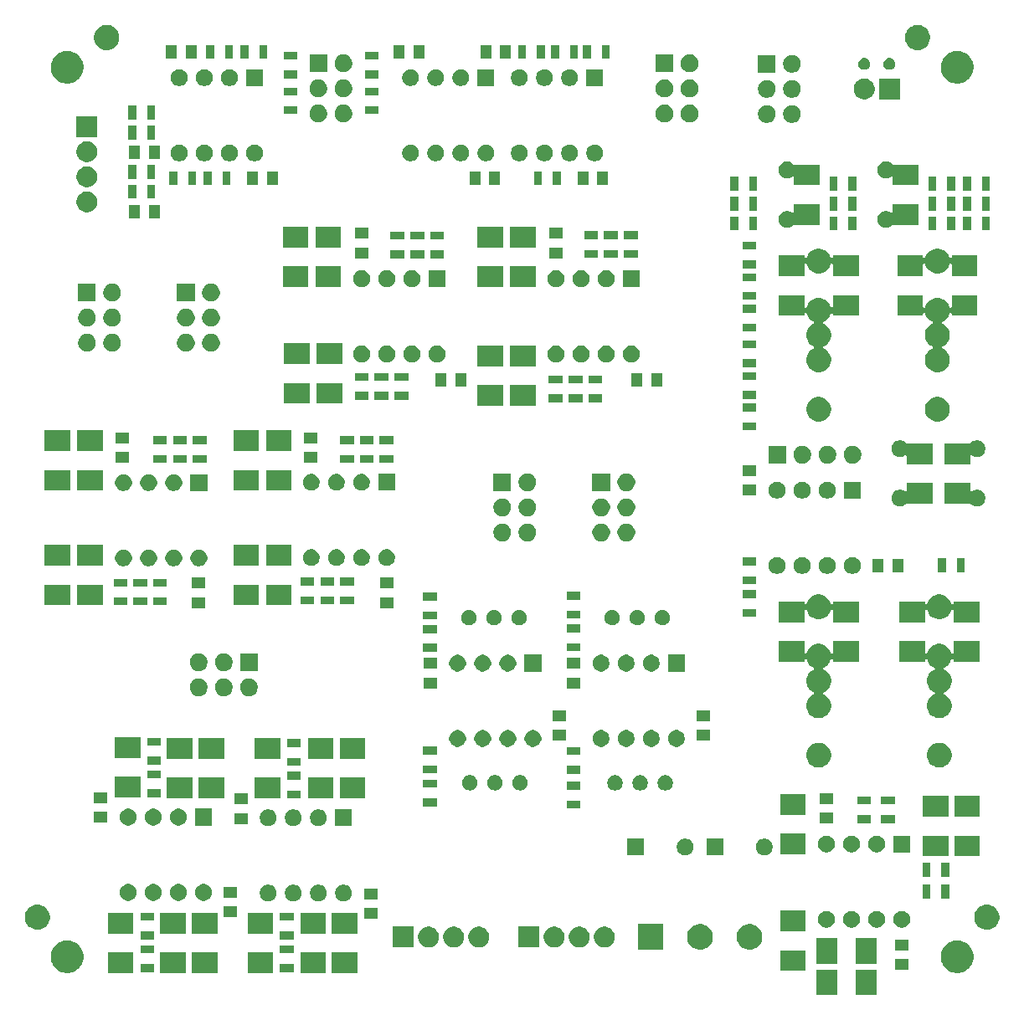
<source format=gts>
G04 #@! TF.GenerationSoftware,KiCad,Pcbnew,5.1.5+dfsg1-2build2*
G04 #@! TF.CreationDate,2021-10-27T22:54:39+10:30*
G04 #@! TF.ProjectId,xover,786f7665-722e-46b6-9963-61645f706362,rev?*
G04 #@! TF.SameCoordinates,Original*
G04 #@! TF.FileFunction,Soldermask,Top*
G04 #@! TF.FilePolarity,Negative*
%FSLAX46Y46*%
G04 Gerber Fmt 4.6, Leading zero omitted, Abs format (unit mm)*
G04 Created by KiCad (PCBNEW 5.1.5+dfsg1-2build2) date 2021-10-27 22:54:39*
%MOMM*%
%LPD*%
G04 APERTURE LIST*
%ADD10C,0.100000*%
G04 APERTURE END LIST*
D10*
G36*
X111851000Y-123901000D02*
G01*
X109749000Y-123901000D01*
X109749000Y-121299000D01*
X111851000Y-121299000D01*
X111851000Y-123901000D01*
G37*
G36*
X107851000Y-123901000D02*
G01*
X105749000Y-123901000D01*
X105749000Y-121299000D01*
X107851000Y-121299000D01*
X107851000Y-123901000D01*
G37*
G36*
X120315878Y-118379487D02*
G01*
X120481579Y-118412447D01*
X120782042Y-118536903D01*
X121052451Y-118717585D01*
X121282415Y-118947549D01*
X121463097Y-119217958D01*
X121587553Y-119518421D01*
X121608702Y-119624744D01*
X121651000Y-119837389D01*
X121651000Y-120162611D01*
X121587553Y-120481578D01*
X121476784Y-120749000D01*
X121463097Y-120782042D01*
X121282415Y-121052451D01*
X121052451Y-121282415D01*
X120782042Y-121463097D01*
X120481579Y-121587553D01*
X120375256Y-121608702D01*
X120162611Y-121651000D01*
X119837389Y-121651000D01*
X119624744Y-121608702D01*
X119518421Y-121587553D01*
X119217958Y-121463097D01*
X118947549Y-121282415D01*
X118717585Y-121052451D01*
X118536903Y-120782042D01*
X118523217Y-120749000D01*
X118412447Y-120481578D01*
X118349000Y-120162611D01*
X118349000Y-119837389D01*
X118391298Y-119624744D01*
X118412447Y-119518421D01*
X118536903Y-119217958D01*
X118717585Y-118947549D01*
X118947549Y-118717585D01*
X119217958Y-118536903D01*
X119518421Y-118412447D01*
X119684122Y-118379487D01*
X119837389Y-118349000D01*
X120162611Y-118349000D01*
X120315878Y-118379487D01*
G37*
G36*
X50851000Y-121651000D02*
G01*
X48249000Y-121651000D01*
X48249000Y-119549000D01*
X50851000Y-119549000D01*
X50851000Y-121651000D01*
G37*
G36*
X36701000Y-121651000D02*
G01*
X34099000Y-121651000D01*
X34099000Y-119549000D01*
X36701000Y-119549000D01*
X36701000Y-121651000D01*
G37*
G36*
X45201000Y-121651000D02*
G01*
X42599000Y-121651000D01*
X42599000Y-119549000D01*
X45201000Y-119549000D01*
X45201000Y-121651000D01*
G37*
G36*
X42001000Y-121651000D02*
G01*
X39399000Y-121651000D01*
X39399000Y-119549000D01*
X42001000Y-119549000D01*
X42001000Y-121651000D01*
G37*
G36*
X59376000Y-121651000D02*
G01*
X56774000Y-121651000D01*
X56774000Y-119549000D01*
X59376000Y-119549000D01*
X59376000Y-121651000D01*
G37*
G36*
X56176000Y-121651000D02*
G01*
X53574000Y-121651000D01*
X53574000Y-119549000D01*
X56176000Y-119549000D01*
X56176000Y-121651000D01*
G37*
G36*
X30315878Y-118379487D02*
G01*
X30481579Y-118412447D01*
X30782042Y-118536903D01*
X31052451Y-118717585D01*
X31282415Y-118947549D01*
X31463097Y-119217958D01*
X31587553Y-119518421D01*
X31608702Y-119624744D01*
X31651000Y-119837389D01*
X31651000Y-120162611D01*
X31587553Y-120481578D01*
X31476784Y-120749000D01*
X31463097Y-120782042D01*
X31282415Y-121052451D01*
X31052451Y-121282415D01*
X30782042Y-121463097D01*
X30481579Y-121587553D01*
X30375256Y-121608702D01*
X30162611Y-121651000D01*
X29837389Y-121651000D01*
X29624744Y-121608702D01*
X29518421Y-121587553D01*
X29217958Y-121463097D01*
X28947549Y-121282415D01*
X28717585Y-121052451D01*
X28536903Y-120782042D01*
X28523217Y-120749000D01*
X28412447Y-120481578D01*
X28349000Y-120162611D01*
X28349000Y-119837389D01*
X28391298Y-119624744D01*
X28412447Y-119518421D01*
X28536903Y-119217958D01*
X28717585Y-118947549D01*
X28947549Y-118717585D01*
X29217958Y-118536903D01*
X29518421Y-118412447D01*
X29684122Y-118379487D01*
X29837389Y-118349000D01*
X30162611Y-118349000D01*
X30315878Y-118379487D01*
G37*
G36*
X38801000Y-121551000D02*
G01*
X37399000Y-121551000D01*
X37399000Y-120749000D01*
X38801000Y-120749000D01*
X38801000Y-121551000D01*
G37*
G36*
X52926000Y-121551000D02*
G01*
X51524000Y-121551000D01*
X51524000Y-120749000D01*
X52926000Y-120749000D01*
X52926000Y-121551000D01*
G37*
G36*
X104701000Y-121451000D02*
G01*
X102099000Y-121451000D01*
X102099000Y-119349000D01*
X104701000Y-119349000D01*
X104701000Y-121451000D01*
G37*
G36*
X115076000Y-121351000D02*
G01*
X113724000Y-121351000D01*
X113724000Y-120249000D01*
X115076000Y-120249000D01*
X115076000Y-121351000D01*
G37*
G36*
X111851000Y-120701000D02*
G01*
X109749000Y-120701000D01*
X109749000Y-118099000D01*
X111851000Y-118099000D01*
X111851000Y-120701000D01*
G37*
G36*
X107851000Y-120701000D02*
G01*
X105749000Y-120701000D01*
X105749000Y-118099000D01*
X107851000Y-118099000D01*
X107851000Y-120701000D01*
G37*
G36*
X38801000Y-119651000D02*
G01*
X37399000Y-119651000D01*
X37399000Y-118849000D01*
X38801000Y-118849000D01*
X38801000Y-119651000D01*
G37*
G36*
X52926000Y-119651000D02*
G01*
X51524000Y-119651000D01*
X51524000Y-118849000D01*
X52926000Y-118849000D01*
X52926000Y-119651000D01*
G37*
G36*
X115076000Y-119351000D02*
G01*
X113724000Y-119351000D01*
X113724000Y-118249000D01*
X115076000Y-118249000D01*
X115076000Y-119351000D01*
G37*
G36*
X90301000Y-119301000D02*
G01*
X87699000Y-119301000D01*
X87699000Y-116699000D01*
X90301000Y-116699000D01*
X90301000Y-119301000D01*
G37*
G36*
X94379487Y-116748996D02*
G01*
X94525744Y-116809578D01*
X94616255Y-116847069D01*
X94769569Y-116949510D01*
X94829339Y-116989447D01*
X95010553Y-117170661D01*
X95152932Y-117383747D01*
X95251004Y-117620513D01*
X95301000Y-117871861D01*
X95301000Y-118128139D01*
X95251004Y-118379487D01*
X95237351Y-118412447D01*
X95152931Y-118616255D01*
X95010553Y-118829339D01*
X94829339Y-119010553D01*
X94616255Y-119152931D01*
X94616254Y-119152932D01*
X94616253Y-119152932D01*
X94379487Y-119251004D01*
X94128139Y-119301000D01*
X93871861Y-119301000D01*
X93620513Y-119251004D01*
X93383747Y-119152932D01*
X93383746Y-119152932D01*
X93383745Y-119152931D01*
X93170661Y-119010553D01*
X92989447Y-118829339D01*
X92847069Y-118616255D01*
X92762649Y-118412447D01*
X92748996Y-118379487D01*
X92699000Y-118128139D01*
X92699000Y-117871861D01*
X92748996Y-117620513D01*
X92847068Y-117383747D01*
X92989447Y-117170661D01*
X93170661Y-116989447D01*
X93230431Y-116949510D01*
X93383745Y-116847069D01*
X93474256Y-116809578D01*
X93620513Y-116748996D01*
X93871861Y-116699000D01*
X94128139Y-116699000D01*
X94379487Y-116748996D01*
G37*
G36*
X99379487Y-116748996D02*
G01*
X99525744Y-116809578D01*
X99616255Y-116847069D01*
X99769569Y-116949510D01*
X99829339Y-116989447D01*
X100010553Y-117170661D01*
X100152932Y-117383747D01*
X100251004Y-117620513D01*
X100301000Y-117871861D01*
X100301000Y-118128139D01*
X100251004Y-118379487D01*
X100237351Y-118412447D01*
X100152931Y-118616255D01*
X100010553Y-118829339D01*
X99829339Y-119010553D01*
X99616255Y-119152931D01*
X99616254Y-119152932D01*
X99616253Y-119152932D01*
X99379487Y-119251004D01*
X99128139Y-119301000D01*
X98871861Y-119301000D01*
X98620513Y-119251004D01*
X98383747Y-119152932D01*
X98383746Y-119152932D01*
X98383745Y-119152931D01*
X98170661Y-119010553D01*
X97989447Y-118829339D01*
X97847069Y-118616255D01*
X97762649Y-118412447D01*
X97748996Y-118379487D01*
X97699000Y-118128139D01*
X97699000Y-117871861D01*
X97748996Y-117620513D01*
X97847068Y-117383747D01*
X97989447Y-117170661D01*
X98170661Y-116989447D01*
X98230431Y-116949510D01*
X98383745Y-116847069D01*
X98474256Y-116809578D01*
X98620513Y-116748996D01*
X98871861Y-116699000D01*
X99128139Y-116699000D01*
X99379487Y-116748996D01*
G37*
G36*
X66846416Y-116989879D02*
G01*
X67037592Y-117069067D01*
X67037594Y-117069068D01*
X67209648Y-117184031D01*
X67355969Y-117330352D01*
X67436584Y-117451000D01*
X67470933Y-117502408D01*
X67550121Y-117693584D01*
X67590490Y-117896534D01*
X67590490Y-118103466D01*
X67550121Y-118306416D01*
X67519853Y-118379488D01*
X67470932Y-118497594D01*
X67355969Y-118669648D01*
X67209648Y-118815969D01*
X67037594Y-118930932D01*
X67037593Y-118930933D01*
X67037592Y-118930933D01*
X66846416Y-119010121D01*
X66643466Y-119050490D01*
X66436534Y-119050490D01*
X66233584Y-119010121D01*
X66042408Y-118930933D01*
X66042407Y-118930933D01*
X66042406Y-118930932D01*
X65870352Y-118815969D01*
X65724031Y-118669648D01*
X65609068Y-118497594D01*
X65560147Y-118379488D01*
X65529879Y-118306416D01*
X65489510Y-118103466D01*
X65489510Y-117896534D01*
X65529879Y-117693584D01*
X65609067Y-117502408D01*
X65643417Y-117451000D01*
X65724031Y-117330352D01*
X65870352Y-117184031D01*
X66042406Y-117069068D01*
X66042408Y-117069067D01*
X66233584Y-116989879D01*
X66436534Y-116949510D01*
X66643466Y-116949510D01*
X66846416Y-116989879D01*
G37*
G36*
X65050490Y-119050490D02*
G01*
X62949510Y-119050490D01*
X62949510Y-116949510D01*
X65050490Y-116949510D01*
X65050490Y-119050490D01*
G37*
G36*
X69386416Y-116989879D02*
G01*
X69577592Y-117069067D01*
X69577594Y-117069068D01*
X69749648Y-117184031D01*
X69895969Y-117330352D01*
X69976584Y-117451000D01*
X70010933Y-117502408D01*
X70090121Y-117693584D01*
X70130490Y-117896534D01*
X70130490Y-118103466D01*
X70090121Y-118306416D01*
X70059853Y-118379488D01*
X70010932Y-118497594D01*
X69895969Y-118669648D01*
X69749648Y-118815969D01*
X69577594Y-118930932D01*
X69577593Y-118930933D01*
X69577592Y-118930933D01*
X69386416Y-119010121D01*
X69183466Y-119050490D01*
X68976534Y-119050490D01*
X68773584Y-119010121D01*
X68582408Y-118930933D01*
X68582407Y-118930933D01*
X68582406Y-118930932D01*
X68410352Y-118815969D01*
X68264031Y-118669648D01*
X68149068Y-118497594D01*
X68100147Y-118379488D01*
X68069879Y-118306416D01*
X68029510Y-118103466D01*
X68029510Y-117896534D01*
X68069879Y-117693584D01*
X68149067Y-117502408D01*
X68183417Y-117451000D01*
X68264031Y-117330352D01*
X68410352Y-117184031D01*
X68582406Y-117069068D01*
X68582408Y-117069067D01*
X68773584Y-116989879D01*
X68976534Y-116949510D01*
X69183466Y-116949510D01*
X69386416Y-116989879D01*
G37*
G36*
X84626416Y-116989879D02*
G01*
X84817592Y-117069067D01*
X84817594Y-117069068D01*
X84989648Y-117184031D01*
X85135969Y-117330352D01*
X85216584Y-117451000D01*
X85250933Y-117502408D01*
X85330121Y-117693584D01*
X85370490Y-117896534D01*
X85370490Y-118103466D01*
X85330121Y-118306416D01*
X85299853Y-118379488D01*
X85250932Y-118497594D01*
X85135969Y-118669648D01*
X84989648Y-118815969D01*
X84817594Y-118930932D01*
X84817593Y-118930933D01*
X84817592Y-118930933D01*
X84626416Y-119010121D01*
X84423466Y-119050490D01*
X84216534Y-119050490D01*
X84013584Y-119010121D01*
X83822408Y-118930933D01*
X83822407Y-118930933D01*
X83822406Y-118930932D01*
X83650352Y-118815969D01*
X83504031Y-118669648D01*
X83389068Y-118497594D01*
X83340147Y-118379488D01*
X83309879Y-118306416D01*
X83269510Y-118103466D01*
X83269510Y-117896534D01*
X83309879Y-117693584D01*
X83389067Y-117502408D01*
X83423417Y-117451000D01*
X83504031Y-117330352D01*
X83650352Y-117184031D01*
X83822406Y-117069068D01*
X83822408Y-117069067D01*
X84013584Y-116989879D01*
X84216534Y-116949510D01*
X84423466Y-116949510D01*
X84626416Y-116989879D01*
G37*
G36*
X77750490Y-119050490D02*
G01*
X75649510Y-119050490D01*
X75649510Y-116949510D01*
X77750490Y-116949510D01*
X77750490Y-119050490D01*
G37*
G36*
X79546416Y-116989879D02*
G01*
X79737592Y-117069067D01*
X79737594Y-117069068D01*
X79909648Y-117184031D01*
X80055969Y-117330352D01*
X80136584Y-117451000D01*
X80170933Y-117502408D01*
X80250121Y-117693584D01*
X80290490Y-117896534D01*
X80290490Y-118103466D01*
X80250121Y-118306416D01*
X80219853Y-118379488D01*
X80170932Y-118497594D01*
X80055969Y-118669648D01*
X79909648Y-118815969D01*
X79737594Y-118930932D01*
X79737593Y-118930933D01*
X79737592Y-118930933D01*
X79546416Y-119010121D01*
X79343466Y-119050490D01*
X79136534Y-119050490D01*
X78933584Y-119010121D01*
X78742408Y-118930933D01*
X78742407Y-118930933D01*
X78742406Y-118930932D01*
X78570352Y-118815969D01*
X78424031Y-118669648D01*
X78309068Y-118497594D01*
X78260147Y-118379488D01*
X78229879Y-118306416D01*
X78189510Y-118103466D01*
X78189510Y-117896534D01*
X78229879Y-117693584D01*
X78309067Y-117502408D01*
X78343417Y-117451000D01*
X78424031Y-117330352D01*
X78570352Y-117184031D01*
X78742406Y-117069068D01*
X78742408Y-117069067D01*
X78933584Y-116989879D01*
X79136534Y-116949510D01*
X79343466Y-116949510D01*
X79546416Y-116989879D01*
G37*
G36*
X82086416Y-116989879D02*
G01*
X82277592Y-117069067D01*
X82277594Y-117069068D01*
X82449648Y-117184031D01*
X82595969Y-117330352D01*
X82676584Y-117451000D01*
X82710933Y-117502408D01*
X82790121Y-117693584D01*
X82830490Y-117896534D01*
X82830490Y-118103466D01*
X82790121Y-118306416D01*
X82759853Y-118379488D01*
X82710932Y-118497594D01*
X82595969Y-118669648D01*
X82449648Y-118815969D01*
X82277594Y-118930932D01*
X82277593Y-118930933D01*
X82277592Y-118930933D01*
X82086416Y-119010121D01*
X81883466Y-119050490D01*
X81676534Y-119050490D01*
X81473584Y-119010121D01*
X81282408Y-118930933D01*
X81282407Y-118930933D01*
X81282406Y-118930932D01*
X81110352Y-118815969D01*
X80964031Y-118669648D01*
X80849068Y-118497594D01*
X80800147Y-118379488D01*
X80769879Y-118306416D01*
X80729510Y-118103466D01*
X80729510Y-117896534D01*
X80769879Y-117693584D01*
X80849067Y-117502408D01*
X80883417Y-117451000D01*
X80964031Y-117330352D01*
X81110352Y-117184031D01*
X81282406Y-117069068D01*
X81282408Y-117069067D01*
X81473584Y-116989879D01*
X81676534Y-116949510D01*
X81883466Y-116949510D01*
X82086416Y-116989879D01*
G37*
G36*
X71926416Y-116989879D02*
G01*
X72117592Y-117069067D01*
X72117594Y-117069068D01*
X72289648Y-117184031D01*
X72435969Y-117330352D01*
X72516584Y-117451000D01*
X72550933Y-117502408D01*
X72630121Y-117693584D01*
X72670490Y-117896534D01*
X72670490Y-118103466D01*
X72630121Y-118306416D01*
X72599853Y-118379488D01*
X72550932Y-118497594D01*
X72435969Y-118669648D01*
X72289648Y-118815969D01*
X72117594Y-118930932D01*
X72117593Y-118930933D01*
X72117592Y-118930933D01*
X71926416Y-119010121D01*
X71723466Y-119050490D01*
X71516534Y-119050490D01*
X71313584Y-119010121D01*
X71122408Y-118930933D01*
X71122407Y-118930933D01*
X71122406Y-118930932D01*
X70950352Y-118815969D01*
X70804031Y-118669648D01*
X70689068Y-118497594D01*
X70640147Y-118379488D01*
X70609879Y-118306416D01*
X70569510Y-118103466D01*
X70569510Y-117896534D01*
X70609879Y-117693584D01*
X70689067Y-117502408D01*
X70723417Y-117451000D01*
X70804031Y-117330352D01*
X70950352Y-117184031D01*
X71122406Y-117069068D01*
X71122408Y-117069067D01*
X71313584Y-116989879D01*
X71516534Y-116949510D01*
X71723466Y-116949510D01*
X71926416Y-116989879D01*
G37*
G36*
X38801000Y-118251000D02*
G01*
X37399000Y-118251000D01*
X37399000Y-117449000D01*
X38801000Y-117449000D01*
X38801000Y-118251000D01*
G37*
G36*
X52926000Y-118251000D02*
G01*
X51524000Y-118251000D01*
X51524000Y-117449000D01*
X52926000Y-117449000D01*
X52926000Y-118251000D01*
G37*
G36*
X56176000Y-117651000D02*
G01*
X53574000Y-117651000D01*
X53574000Y-115549000D01*
X56176000Y-115549000D01*
X56176000Y-117651000D01*
G37*
G36*
X42001000Y-117651000D02*
G01*
X39399000Y-117651000D01*
X39399000Y-115549000D01*
X42001000Y-115549000D01*
X42001000Y-117651000D01*
G37*
G36*
X45201000Y-117651000D02*
G01*
X42599000Y-117651000D01*
X42599000Y-115549000D01*
X45201000Y-115549000D01*
X45201000Y-117651000D01*
G37*
G36*
X36701000Y-117651000D02*
G01*
X34099000Y-117651000D01*
X34099000Y-115549000D01*
X36701000Y-115549000D01*
X36701000Y-117651000D01*
G37*
G36*
X50851000Y-117651000D02*
G01*
X48249000Y-117651000D01*
X48249000Y-115549000D01*
X50851000Y-115549000D01*
X50851000Y-117651000D01*
G37*
G36*
X59376000Y-117651000D02*
G01*
X56774000Y-117651000D01*
X56774000Y-115549000D01*
X59376000Y-115549000D01*
X59376000Y-117651000D01*
G37*
G36*
X104701000Y-117451000D02*
G01*
X102099000Y-117451000D01*
X102099000Y-115349000D01*
X104701000Y-115349000D01*
X104701000Y-117451000D01*
G37*
G36*
X123247765Y-114754403D02*
G01*
X123370445Y-114778805D01*
X123601571Y-114874541D01*
X123809578Y-115013527D01*
X123986473Y-115190422D01*
X124125459Y-115398429D01*
X124221195Y-115629555D01*
X124270000Y-115874916D01*
X124270000Y-116125084D01*
X124221195Y-116370445D01*
X124125459Y-116601571D01*
X124060359Y-116699000D01*
X123986474Y-116809577D01*
X123809577Y-116986474D01*
X123732021Y-117038295D01*
X123601571Y-117125459D01*
X123370445Y-117221195D01*
X123247764Y-117245598D01*
X123125085Y-117270000D01*
X122874915Y-117270000D01*
X122752236Y-117245598D01*
X122629555Y-117221195D01*
X122398429Y-117125459D01*
X122267979Y-117038295D01*
X122190423Y-116986474D01*
X122013526Y-116809577D01*
X121939641Y-116699000D01*
X121874541Y-116601571D01*
X121778805Y-116370445D01*
X121730000Y-116125084D01*
X121730000Y-115874916D01*
X121778805Y-115629555D01*
X121874541Y-115398429D01*
X122013527Y-115190422D01*
X122190422Y-115013527D01*
X122398429Y-114874541D01*
X122629555Y-114778805D01*
X122752235Y-114754403D01*
X122874915Y-114730000D01*
X123125085Y-114730000D01*
X123247765Y-114754403D01*
G37*
G36*
X27247765Y-114754403D02*
G01*
X27370445Y-114778805D01*
X27601571Y-114874541D01*
X27809578Y-115013527D01*
X27986473Y-115190422D01*
X28125459Y-115398429D01*
X28221195Y-115629555D01*
X28270000Y-115874916D01*
X28270000Y-116125084D01*
X28221195Y-116370445D01*
X28125459Y-116601571D01*
X28060359Y-116699000D01*
X27986474Y-116809577D01*
X27809577Y-116986474D01*
X27732021Y-117038295D01*
X27601571Y-117125459D01*
X27370445Y-117221195D01*
X27247764Y-117245598D01*
X27125085Y-117270000D01*
X26874915Y-117270000D01*
X26752236Y-117245598D01*
X26629555Y-117221195D01*
X26398429Y-117125459D01*
X26267979Y-117038295D01*
X26190423Y-116986474D01*
X26013526Y-116809577D01*
X25939641Y-116699000D01*
X25874541Y-116601571D01*
X25778805Y-116370445D01*
X25730000Y-116125084D01*
X25730000Y-115874916D01*
X25778805Y-115629555D01*
X25874541Y-115398429D01*
X26013527Y-115190422D01*
X26190422Y-115013527D01*
X26398429Y-114874541D01*
X26629555Y-114778805D01*
X26752235Y-114754403D01*
X26874915Y-114730000D01*
X27125085Y-114730000D01*
X27247765Y-114754403D01*
G37*
G36*
X109568228Y-115401703D02*
G01*
X109723100Y-115465853D01*
X109862481Y-115558985D01*
X109981015Y-115677519D01*
X110074147Y-115816900D01*
X110138297Y-115971772D01*
X110171000Y-116136184D01*
X110171000Y-116303816D01*
X110138297Y-116468228D01*
X110074147Y-116623100D01*
X109981015Y-116762481D01*
X109862481Y-116881015D01*
X109723100Y-116974147D01*
X109568228Y-117038297D01*
X109403816Y-117071000D01*
X109236184Y-117071000D01*
X109071772Y-117038297D01*
X108916900Y-116974147D01*
X108777519Y-116881015D01*
X108658985Y-116762481D01*
X108565853Y-116623100D01*
X108501703Y-116468228D01*
X108469000Y-116303816D01*
X108469000Y-116136184D01*
X108501703Y-115971772D01*
X108565853Y-115816900D01*
X108658985Y-115677519D01*
X108777519Y-115558985D01*
X108916900Y-115465853D01*
X109071772Y-115401703D01*
X109236184Y-115369000D01*
X109403816Y-115369000D01*
X109568228Y-115401703D01*
G37*
G36*
X112108228Y-115401703D02*
G01*
X112263100Y-115465853D01*
X112402481Y-115558985D01*
X112521015Y-115677519D01*
X112614147Y-115816900D01*
X112678297Y-115971772D01*
X112711000Y-116136184D01*
X112711000Y-116303816D01*
X112678297Y-116468228D01*
X112614147Y-116623100D01*
X112521015Y-116762481D01*
X112402481Y-116881015D01*
X112263100Y-116974147D01*
X112108228Y-117038297D01*
X111943816Y-117071000D01*
X111776184Y-117071000D01*
X111611772Y-117038297D01*
X111456900Y-116974147D01*
X111317519Y-116881015D01*
X111198985Y-116762481D01*
X111105853Y-116623100D01*
X111041703Y-116468228D01*
X111009000Y-116303816D01*
X111009000Y-116136184D01*
X111041703Y-115971772D01*
X111105853Y-115816900D01*
X111198985Y-115677519D01*
X111317519Y-115558985D01*
X111456900Y-115465853D01*
X111611772Y-115401703D01*
X111776184Y-115369000D01*
X111943816Y-115369000D01*
X112108228Y-115401703D01*
G37*
G36*
X114648228Y-115401703D02*
G01*
X114803100Y-115465853D01*
X114942481Y-115558985D01*
X115061015Y-115677519D01*
X115154147Y-115816900D01*
X115218297Y-115971772D01*
X115251000Y-116136184D01*
X115251000Y-116303816D01*
X115218297Y-116468228D01*
X115154147Y-116623100D01*
X115061015Y-116762481D01*
X114942481Y-116881015D01*
X114803100Y-116974147D01*
X114648228Y-117038297D01*
X114483816Y-117071000D01*
X114316184Y-117071000D01*
X114151772Y-117038297D01*
X113996900Y-116974147D01*
X113857519Y-116881015D01*
X113738985Y-116762481D01*
X113645853Y-116623100D01*
X113581703Y-116468228D01*
X113549000Y-116303816D01*
X113549000Y-116136184D01*
X113581703Y-115971772D01*
X113645853Y-115816900D01*
X113738985Y-115677519D01*
X113857519Y-115558985D01*
X113996900Y-115465853D01*
X114151772Y-115401703D01*
X114316184Y-115369000D01*
X114483816Y-115369000D01*
X114648228Y-115401703D01*
G37*
G36*
X107028228Y-115401703D02*
G01*
X107183100Y-115465853D01*
X107322481Y-115558985D01*
X107441015Y-115677519D01*
X107534147Y-115816900D01*
X107598297Y-115971772D01*
X107631000Y-116136184D01*
X107631000Y-116303816D01*
X107598297Y-116468228D01*
X107534147Y-116623100D01*
X107441015Y-116762481D01*
X107322481Y-116881015D01*
X107183100Y-116974147D01*
X107028228Y-117038297D01*
X106863816Y-117071000D01*
X106696184Y-117071000D01*
X106531772Y-117038297D01*
X106376900Y-116974147D01*
X106237519Y-116881015D01*
X106118985Y-116762481D01*
X106025853Y-116623100D01*
X105961703Y-116468228D01*
X105929000Y-116303816D01*
X105929000Y-116136184D01*
X105961703Y-115971772D01*
X106025853Y-115816900D01*
X106118985Y-115677519D01*
X106237519Y-115558985D01*
X106376900Y-115465853D01*
X106531772Y-115401703D01*
X106696184Y-115369000D01*
X106863816Y-115369000D01*
X107028228Y-115401703D01*
G37*
G36*
X38801000Y-116351000D02*
G01*
X37399000Y-116351000D01*
X37399000Y-115549000D01*
X38801000Y-115549000D01*
X38801000Y-116351000D01*
G37*
G36*
X52926000Y-116351000D02*
G01*
X51524000Y-116351000D01*
X51524000Y-115549000D01*
X52926000Y-115549000D01*
X52926000Y-116351000D01*
G37*
G36*
X61376000Y-116176000D02*
G01*
X60024000Y-116176000D01*
X60024000Y-115074000D01*
X61376000Y-115074000D01*
X61376000Y-116176000D01*
G37*
G36*
X47201000Y-116026000D02*
G01*
X45849000Y-116026000D01*
X45849000Y-114924000D01*
X47201000Y-114924000D01*
X47201000Y-116026000D01*
G37*
G36*
X53113228Y-112746703D02*
G01*
X53268100Y-112810853D01*
X53407481Y-112903985D01*
X53526015Y-113022519D01*
X53619147Y-113161900D01*
X53683297Y-113316772D01*
X53716000Y-113481184D01*
X53716000Y-113648816D01*
X53683297Y-113813228D01*
X53619147Y-113968100D01*
X53526015Y-114107481D01*
X53407481Y-114226015D01*
X53268100Y-114319147D01*
X53113228Y-114383297D01*
X52948816Y-114416000D01*
X52781184Y-114416000D01*
X52616772Y-114383297D01*
X52461900Y-114319147D01*
X52322519Y-114226015D01*
X52203985Y-114107481D01*
X52110853Y-113968100D01*
X52046703Y-113813228D01*
X52014000Y-113648816D01*
X52014000Y-113481184D01*
X52046703Y-113316772D01*
X52110853Y-113161900D01*
X52203985Y-113022519D01*
X52322519Y-112903985D01*
X52461900Y-112810853D01*
X52616772Y-112746703D01*
X52781184Y-112714000D01*
X52948816Y-112714000D01*
X53113228Y-112746703D01*
G37*
G36*
X55653228Y-112746703D02*
G01*
X55808100Y-112810853D01*
X55947481Y-112903985D01*
X56066015Y-113022519D01*
X56159147Y-113161900D01*
X56223297Y-113316772D01*
X56256000Y-113481184D01*
X56256000Y-113648816D01*
X56223297Y-113813228D01*
X56159147Y-113968100D01*
X56066015Y-114107481D01*
X55947481Y-114226015D01*
X55808100Y-114319147D01*
X55653228Y-114383297D01*
X55488816Y-114416000D01*
X55321184Y-114416000D01*
X55156772Y-114383297D01*
X55001900Y-114319147D01*
X54862519Y-114226015D01*
X54743985Y-114107481D01*
X54650853Y-113968100D01*
X54586703Y-113813228D01*
X54554000Y-113648816D01*
X54554000Y-113481184D01*
X54586703Y-113316772D01*
X54650853Y-113161900D01*
X54743985Y-113022519D01*
X54862519Y-112903985D01*
X55001900Y-112810853D01*
X55156772Y-112746703D01*
X55321184Y-112714000D01*
X55488816Y-112714000D01*
X55653228Y-112746703D01*
G37*
G36*
X50573228Y-112746703D02*
G01*
X50728100Y-112810853D01*
X50867481Y-112903985D01*
X50986015Y-113022519D01*
X51079147Y-113161900D01*
X51143297Y-113316772D01*
X51176000Y-113481184D01*
X51176000Y-113648816D01*
X51143297Y-113813228D01*
X51079147Y-113968100D01*
X50986015Y-114107481D01*
X50867481Y-114226015D01*
X50728100Y-114319147D01*
X50573228Y-114383297D01*
X50408816Y-114416000D01*
X50241184Y-114416000D01*
X50076772Y-114383297D01*
X49921900Y-114319147D01*
X49782519Y-114226015D01*
X49663985Y-114107481D01*
X49570853Y-113968100D01*
X49506703Y-113813228D01*
X49474000Y-113648816D01*
X49474000Y-113481184D01*
X49506703Y-113316772D01*
X49570853Y-113161900D01*
X49663985Y-113022519D01*
X49782519Y-112903985D01*
X49921900Y-112810853D01*
X50076772Y-112746703D01*
X50241184Y-112714000D01*
X50408816Y-112714000D01*
X50573228Y-112746703D01*
G37*
G36*
X58193228Y-112746703D02*
G01*
X58348100Y-112810853D01*
X58487481Y-112903985D01*
X58606015Y-113022519D01*
X58699147Y-113161900D01*
X58763297Y-113316772D01*
X58796000Y-113481184D01*
X58796000Y-113648816D01*
X58763297Y-113813228D01*
X58699147Y-113968100D01*
X58606015Y-114107481D01*
X58487481Y-114226015D01*
X58348100Y-114319147D01*
X58193228Y-114383297D01*
X58028816Y-114416000D01*
X57861184Y-114416000D01*
X57696772Y-114383297D01*
X57541900Y-114319147D01*
X57402519Y-114226015D01*
X57283985Y-114107481D01*
X57190853Y-113968100D01*
X57126703Y-113813228D01*
X57094000Y-113648816D01*
X57094000Y-113481184D01*
X57126703Y-113316772D01*
X57190853Y-113161900D01*
X57283985Y-113022519D01*
X57402519Y-112903985D01*
X57541900Y-112810853D01*
X57696772Y-112746703D01*
X57861184Y-112714000D01*
X58028816Y-112714000D01*
X58193228Y-112746703D01*
G37*
G36*
X36428228Y-112676703D02*
G01*
X36583100Y-112740853D01*
X36722481Y-112833985D01*
X36841015Y-112952519D01*
X36934147Y-113091900D01*
X36998297Y-113246772D01*
X37031000Y-113411184D01*
X37031000Y-113578816D01*
X36998297Y-113743228D01*
X36934147Y-113898100D01*
X36841015Y-114037481D01*
X36722481Y-114156015D01*
X36583100Y-114249147D01*
X36428228Y-114313297D01*
X36263816Y-114346000D01*
X36096184Y-114346000D01*
X35931772Y-114313297D01*
X35776900Y-114249147D01*
X35637519Y-114156015D01*
X35518985Y-114037481D01*
X35425853Y-113898100D01*
X35361703Y-113743228D01*
X35329000Y-113578816D01*
X35329000Y-113411184D01*
X35361703Y-113246772D01*
X35425853Y-113091900D01*
X35518985Y-112952519D01*
X35637519Y-112833985D01*
X35776900Y-112740853D01*
X35931772Y-112676703D01*
X36096184Y-112644000D01*
X36263816Y-112644000D01*
X36428228Y-112676703D01*
G37*
G36*
X44048228Y-112676703D02*
G01*
X44203100Y-112740853D01*
X44342481Y-112833985D01*
X44461015Y-112952519D01*
X44554147Y-113091900D01*
X44618297Y-113246772D01*
X44651000Y-113411184D01*
X44651000Y-113578816D01*
X44618297Y-113743228D01*
X44554147Y-113898100D01*
X44461015Y-114037481D01*
X44342481Y-114156015D01*
X44203100Y-114249147D01*
X44048228Y-114313297D01*
X43883816Y-114346000D01*
X43716184Y-114346000D01*
X43551772Y-114313297D01*
X43396900Y-114249147D01*
X43257519Y-114156015D01*
X43138985Y-114037481D01*
X43045853Y-113898100D01*
X42981703Y-113743228D01*
X42949000Y-113578816D01*
X42949000Y-113411184D01*
X42981703Y-113246772D01*
X43045853Y-113091900D01*
X43138985Y-112952519D01*
X43257519Y-112833985D01*
X43396900Y-112740853D01*
X43551772Y-112676703D01*
X43716184Y-112644000D01*
X43883816Y-112644000D01*
X44048228Y-112676703D01*
G37*
G36*
X41508228Y-112676703D02*
G01*
X41663100Y-112740853D01*
X41802481Y-112833985D01*
X41921015Y-112952519D01*
X42014147Y-113091900D01*
X42078297Y-113246772D01*
X42111000Y-113411184D01*
X42111000Y-113578816D01*
X42078297Y-113743228D01*
X42014147Y-113898100D01*
X41921015Y-114037481D01*
X41802481Y-114156015D01*
X41663100Y-114249147D01*
X41508228Y-114313297D01*
X41343816Y-114346000D01*
X41176184Y-114346000D01*
X41011772Y-114313297D01*
X40856900Y-114249147D01*
X40717519Y-114156015D01*
X40598985Y-114037481D01*
X40505853Y-113898100D01*
X40441703Y-113743228D01*
X40409000Y-113578816D01*
X40409000Y-113411184D01*
X40441703Y-113246772D01*
X40505853Y-113091900D01*
X40598985Y-112952519D01*
X40717519Y-112833985D01*
X40856900Y-112740853D01*
X41011772Y-112676703D01*
X41176184Y-112644000D01*
X41343816Y-112644000D01*
X41508228Y-112676703D01*
G37*
G36*
X38968228Y-112676703D02*
G01*
X39123100Y-112740853D01*
X39262481Y-112833985D01*
X39381015Y-112952519D01*
X39474147Y-113091900D01*
X39538297Y-113246772D01*
X39571000Y-113411184D01*
X39571000Y-113578816D01*
X39538297Y-113743228D01*
X39474147Y-113898100D01*
X39381015Y-114037481D01*
X39262481Y-114156015D01*
X39123100Y-114249147D01*
X38968228Y-114313297D01*
X38803816Y-114346000D01*
X38636184Y-114346000D01*
X38471772Y-114313297D01*
X38316900Y-114249147D01*
X38177519Y-114156015D01*
X38058985Y-114037481D01*
X37965853Y-113898100D01*
X37901703Y-113743228D01*
X37869000Y-113578816D01*
X37869000Y-113411184D01*
X37901703Y-113246772D01*
X37965853Y-113091900D01*
X38058985Y-112952519D01*
X38177519Y-112833985D01*
X38316900Y-112740853D01*
X38471772Y-112676703D01*
X38636184Y-112644000D01*
X38803816Y-112644000D01*
X38968228Y-112676703D01*
G37*
G36*
X61376000Y-114176000D02*
G01*
X60024000Y-114176000D01*
X60024000Y-113074000D01*
X61376000Y-113074000D01*
X61376000Y-114176000D01*
G37*
G36*
X119201000Y-114101000D02*
G01*
X118399000Y-114101000D01*
X118399000Y-112699000D01*
X119201000Y-112699000D01*
X119201000Y-114101000D01*
G37*
G36*
X117301000Y-114101000D02*
G01*
X116499000Y-114101000D01*
X116499000Y-112699000D01*
X117301000Y-112699000D01*
X117301000Y-114101000D01*
G37*
G36*
X47201000Y-114026000D02*
G01*
X45849000Y-114026000D01*
X45849000Y-112924000D01*
X47201000Y-112924000D01*
X47201000Y-114026000D01*
G37*
G36*
X119201000Y-111901000D02*
G01*
X118399000Y-111901000D01*
X118399000Y-110499000D01*
X119201000Y-110499000D01*
X119201000Y-111901000D01*
G37*
G36*
X117301000Y-111901000D02*
G01*
X116499000Y-111901000D01*
X116499000Y-110499000D01*
X117301000Y-110499000D01*
X117301000Y-111901000D01*
G37*
G36*
X122301000Y-109851000D02*
G01*
X119699000Y-109851000D01*
X119699000Y-107749000D01*
X122301000Y-107749000D01*
X122301000Y-109851000D01*
G37*
G36*
X119101000Y-109851000D02*
G01*
X116499000Y-109851000D01*
X116499000Y-107749000D01*
X119101000Y-107749000D01*
X119101000Y-109851000D01*
G37*
G36*
X96351000Y-109751000D02*
G01*
X94649000Y-109751000D01*
X94649000Y-108049000D01*
X96351000Y-108049000D01*
X96351000Y-109751000D01*
G37*
G36*
X92748228Y-108081703D02*
G01*
X92903100Y-108145853D01*
X93042481Y-108238985D01*
X93161015Y-108357519D01*
X93254147Y-108496900D01*
X93318297Y-108651772D01*
X93351000Y-108816184D01*
X93351000Y-108983816D01*
X93318297Y-109148228D01*
X93254147Y-109303100D01*
X93161015Y-109442481D01*
X93042481Y-109561015D01*
X92903100Y-109654147D01*
X92748228Y-109718297D01*
X92583816Y-109751000D01*
X92416184Y-109751000D01*
X92251772Y-109718297D01*
X92096900Y-109654147D01*
X91957519Y-109561015D01*
X91838985Y-109442481D01*
X91745853Y-109303100D01*
X91681703Y-109148228D01*
X91649000Y-108983816D01*
X91649000Y-108816184D01*
X91681703Y-108651772D01*
X91745853Y-108496900D01*
X91838985Y-108357519D01*
X91957519Y-108238985D01*
X92096900Y-108145853D01*
X92251772Y-108081703D01*
X92416184Y-108049000D01*
X92583816Y-108049000D01*
X92748228Y-108081703D01*
G37*
G36*
X100748228Y-108081703D02*
G01*
X100903100Y-108145853D01*
X101042481Y-108238985D01*
X101161015Y-108357519D01*
X101254147Y-108496900D01*
X101318297Y-108651772D01*
X101351000Y-108816184D01*
X101351000Y-108983816D01*
X101318297Y-109148228D01*
X101254147Y-109303100D01*
X101161015Y-109442481D01*
X101042481Y-109561015D01*
X100903100Y-109654147D01*
X100748228Y-109718297D01*
X100583816Y-109751000D01*
X100416184Y-109751000D01*
X100251772Y-109718297D01*
X100096900Y-109654147D01*
X99957519Y-109561015D01*
X99838985Y-109442481D01*
X99745853Y-109303100D01*
X99681703Y-109148228D01*
X99649000Y-108983816D01*
X99649000Y-108816184D01*
X99681703Y-108651772D01*
X99745853Y-108496900D01*
X99838985Y-108357519D01*
X99957519Y-108238985D01*
X100096900Y-108145853D01*
X100251772Y-108081703D01*
X100416184Y-108049000D01*
X100583816Y-108049000D01*
X100748228Y-108081703D01*
G37*
G36*
X88351000Y-109751000D02*
G01*
X86649000Y-109751000D01*
X86649000Y-108049000D01*
X88351000Y-108049000D01*
X88351000Y-109751000D01*
G37*
G36*
X104701000Y-109651000D02*
G01*
X102099000Y-109651000D01*
X102099000Y-107549000D01*
X104701000Y-107549000D01*
X104701000Y-109651000D01*
G37*
G36*
X115251000Y-109451000D02*
G01*
X113549000Y-109451000D01*
X113549000Y-107749000D01*
X115251000Y-107749000D01*
X115251000Y-109451000D01*
G37*
G36*
X112108228Y-107781703D02*
G01*
X112263100Y-107845853D01*
X112402481Y-107938985D01*
X112521015Y-108057519D01*
X112614147Y-108196900D01*
X112678297Y-108351772D01*
X112711000Y-108516184D01*
X112711000Y-108683816D01*
X112678297Y-108848228D01*
X112614147Y-109003100D01*
X112521015Y-109142481D01*
X112402481Y-109261015D01*
X112263100Y-109354147D01*
X112108228Y-109418297D01*
X111943816Y-109451000D01*
X111776184Y-109451000D01*
X111611772Y-109418297D01*
X111456900Y-109354147D01*
X111317519Y-109261015D01*
X111198985Y-109142481D01*
X111105853Y-109003100D01*
X111041703Y-108848228D01*
X111009000Y-108683816D01*
X111009000Y-108516184D01*
X111041703Y-108351772D01*
X111105853Y-108196900D01*
X111198985Y-108057519D01*
X111317519Y-107938985D01*
X111456900Y-107845853D01*
X111611772Y-107781703D01*
X111776184Y-107749000D01*
X111943816Y-107749000D01*
X112108228Y-107781703D01*
G37*
G36*
X109568228Y-107781703D02*
G01*
X109723100Y-107845853D01*
X109862481Y-107938985D01*
X109981015Y-108057519D01*
X110074147Y-108196900D01*
X110138297Y-108351772D01*
X110171000Y-108516184D01*
X110171000Y-108683816D01*
X110138297Y-108848228D01*
X110074147Y-109003100D01*
X109981015Y-109142481D01*
X109862481Y-109261015D01*
X109723100Y-109354147D01*
X109568228Y-109418297D01*
X109403816Y-109451000D01*
X109236184Y-109451000D01*
X109071772Y-109418297D01*
X108916900Y-109354147D01*
X108777519Y-109261015D01*
X108658985Y-109142481D01*
X108565853Y-109003100D01*
X108501703Y-108848228D01*
X108469000Y-108683816D01*
X108469000Y-108516184D01*
X108501703Y-108351772D01*
X108565853Y-108196900D01*
X108658985Y-108057519D01*
X108777519Y-107938985D01*
X108916900Y-107845853D01*
X109071772Y-107781703D01*
X109236184Y-107749000D01*
X109403816Y-107749000D01*
X109568228Y-107781703D01*
G37*
G36*
X107028228Y-107781703D02*
G01*
X107183100Y-107845853D01*
X107322481Y-107938985D01*
X107441015Y-108057519D01*
X107534147Y-108196900D01*
X107598297Y-108351772D01*
X107631000Y-108516184D01*
X107631000Y-108683816D01*
X107598297Y-108848228D01*
X107534147Y-109003100D01*
X107441015Y-109142481D01*
X107322481Y-109261015D01*
X107183100Y-109354147D01*
X107028228Y-109418297D01*
X106863816Y-109451000D01*
X106696184Y-109451000D01*
X106531772Y-109418297D01*
X106376900Y-109354147D01*
X106237519Y-109261015D01*
X106118985Y-109142481D01*
X106025853Y-109003100D01*
X105961703Y-108848228D01*
X105929000Y-108683816D01*
X105929000Y-108516184D01*
X105961703Y-108351772D01*
X106025853Y-108196900D01*
X106118985Y-108057519D01*
X106237519Y-107938985D01*
X106376900Y-107845853D01*
X106531772Y-107781703D01*
X106696184Y-107749000D01*
X106863816Y-107749000D01*
X107028228Y-107781703D01*
G37*
G36*
X58796000Y-106796000D02*
G01*
X57094000Y-106796000D01*
X57094000Y-105094000D01*
X58796000Y-105094000D01*
X58796000Y-106796000D01*
G37*
G36*
X55653228Y-105126703D02*
G01*
X55808100Y-105190853D01*
X55947481Y-105283985D01*
X56066015Y-105402519D01*
X56159147Y-105541900D01*
X56223297Y-105696772D01*
X56256000Y-105861184D01*
X56256000Y-106028816D01*
X56223297Y-106193228D01*
X56159147Y-106348100D01*
X56066015Y-106487481D01*
X55947481Y-106606015D01*
X55808100Y-106699147D01*
X55653228Y-106763297D01*
X55488816Y-106796000D01*
X55321184Y-106796000D01*
X55156772Y-106763297D01*
X55001900Y-106699147D01*
X54862519Y-106606015D01*
X54743985Y-106487481D01*
X54650853Y-106348100D01*
X54586703Y-106193228D01*
X54554000Y-106028816D01*
X54554000Y-105861184D01*
X54586703Y-105696772D01*
X54650853Y-105541900D01*
X54743985Y-105402519D01*
X54862519Y-105283985D01*
X55001900Y-105190853D01*
X55156772Y-105126703D01*
X55321184Y-105094000D01*
X55488816Y-105094000D01*
X55653228Y-105126703D01*
G37*
G36*
X53113228Y-105126703D02*
G01*
X53268100Y-105190853D01*
X53407481Y-105283985D01*
X53526015Y-105402519D01*
X53619147Y-105541900D01*
X53683297Y-105696772D01*
X53716000Y-105861184D01*
X53716000Y-106028816D01*
X53683297Y-106193228D01*
X53619147Y-106348100D01*
X53526015Y-106487481D01*
X53407481Y-106606015D01*
X53268100Y-106699147D01*
X53113228Y-106763297D01*
X52948816Y-106796000D01*
X52781184Y-106796000D01*
X52616772Y-106763297D01*
X52461900Y-106699147D01*
X52322519Y-106606015D01*
X52203985Y-106487481D01*
X52110853Y-106348100D01*
X52046703Y-106193228D01*
X52014000Y-106028816D01*
X52014000Y-105861184D01*
X52046703Y-105696772D01*
X52110853Y-105541900D01*
X52203985Y-105402519D01*
X52322519Y-105283985D01*
X52461900Y-105190853D01*
X52616772Y-105126703D01*
X52781184Y-105094000D01*
X52948816Y-105094000D01*
X53113228Y-105126703D01*
G37*
G36*
X50573228Y-105126703D02*
G01*
X50728100Y-105190853D01*
X50867481Y-105283985D01*
X50986015Y-105402519D01*
X51079147Y-105541900D01*
X51143297Y-105696772D01*
X51176000Y-105861184D01*
X51176000Y-106028816D01*
X51143297Y-106193228D01*
X51079147Y-106348100D01*
X50986015Y-106487481D01*
X50867481Y-106606015D01*
X50728100Y-106699147D01*
X50573228Y-106763297D01*
X50408816Y-106796000D01*
X50241184Y-106796000D01*
X50076772Y-106763297D01*
X49921900Y-106699147D01*
X49782519Y-106606015D01*
X49663985Y-106487481D01*
X49570853Y-106348100D01*
X49506703Y-106193228D01*
X49474000Y-106028816D01*
X49474000Y-105861184D01*
X49506703Y-105696772D01*
X49570853Y-105541900D01*
X49663985Y-105402519D01*
X49782519Y-105283985D01*
X49921900Y-105190853D01*
X50076772Y-105126703D01*
X50241184Y-105094000D01*
X50408816Y-105094000D01*
X50573228Y-105126703D01*
G37*
G36*
X36428228Y-105056703D02*
G01*
X36583100Y-105120853D01*
X36722481Y-105213985D01*
X36841015Y-105332519D01*
X36934147Y-105471900D01*
X36998297Y-105626772D01*
X37031000Y-105791184D01*
X37031000Y-105958816D01*
X36998297Y-106123228D01*
X36934147Y-106278100D01*
X36841015Y-106417481D01*
X36722481Y-106536015D01*
X36583100Y-106629147D01*
X36428228Y-106693297D01*
X36263816Y-106726000D01*
X36096184Y-106726000D01*
X35931772Y-106693297D01*
X35776900Y-106629147D01*
X35637519Y-106536015D01*
X35518985Y-106417481D01*
X35425853Y-106278100D01*
X35361703Y-106123228D01*
X35329000Y-105958816D01*
X35329000Y-105791184D01*
X35361703Y-105626772D01*
X35425853Y-105471900D01*
X35518985Y-105332519D01*
X35637519Y-105213985D01*
X35776900Y-105120853D01*
X35931772Y-105056703D01*
X36096184Y-105024000D01*
X36263816Y-105024000D01*
X36428228Y-105056703D01*
G37*
G36*
X41508228Y-105056703D02*
G01*
X41663100Y-105120853D01*
X41802481Y-105213985D01*
X41921015Y-105332519D01*
X42014147Y-105471900D01*
X42078297Y-105626772D01*
X42111000Y-105791184D01*
X42111000Y-105958816D01*
X42078297Y-106123228D01*
X42014147Y-106278100D01*
X41921015Y-106417481D01*
X41802481Y-106536015D01*
X41663100Y-106629147D01*
X41508228Y-106693297D01*
X41343816Y-106726000D01*
X41176184Y-106726000D01*
X41011772Y-106693297D01*
X40856900Y-106629147D01*
X40717519Y-106536015D01*
X40598985Y-106417481D01*
X40505853Y-106278100D01*
X40441703Y-106123228D01*
X40409000Y-105958816D01*
X40409000Y-105791184D01*
X40441703Y-105626772D01*
X40505853Y-105471900D01*
X40598985Y-105332519D01*
X40717519Y-105213985D01*
X40856900Y-105120853D01*
X41011772Y-105056703D01*
X41176184Y-105024000D01*
X41343816Y-105024000D01*
X41508228Y-105056703D01*
G37*
G36*
X38968228Y-105056703D02*
G01*
X39123100Y-105120853D01*
X39262481Y-105213985D01*
X39381015Y-105332519D01*
X39474147Y-105471900D01*
X39538297Y-105626772D01*
X39571000Y-105791184D01*
X39571000Y-105958816D01*
X39538297Y-106123228D01*
X39474147Y-106278100D01*
X39381015Y-106417481D01*
X39262481Y-106536015D01*
X39123100Y-106629147D01*
X38968228Y-106693297D01*
X38803816Y-106726000D01*
X38636184Y-106726000D01*
X38471772Y-106693297D01*
X38316900Y-106629147D01*
X38177519Y-106536015D01*
X38058985Y-106417481D01*
X37965853Y-106278100D01*
X37901703Y-106123228D01*
X37869000Y-105958816D01*
X37869000Y-105791184D01*
X37901703Y-105626772D01*
X37965853Y-105471900D01*
X38058985Y-105332519D01*
X38177519Y-105213985D01*
X38316900Y-105120853D01*
X38471772Y-105056703D01*
X38636184Y-105024000D01*
X38803816Y-105024000D01*
X38968228Y-105056703D01*
G37*
G36*
X44651000Y-106726000D02*
G01*
X42949000Y-106726000D01*
X42949000Y-105024000D01*
X44651000Y-105024000D01*
X44651000Y-106726000D01*
G37*
G36*
X48276000Y-106576000D02*
G01*
X46924000Y-106576000D01*
X46924000Y-105474000D01*
X48276000Y-105474000D01*
X48276000Y-106576000D01*
G37*
G36*
X107476000Y-106551000D02*
G01*
X106124000Y-106551000D01*
X106124000Y-105449000D01*
X107476000Y-105449000D01*
X107476000Y-106551000D01*
G37*
G36*
X113701000Y-106501000D02*
G01*
X112299000Y-106501000D01*
X112299000Y-105699000D01*
X113701000Y-105699000D01*
X113701000Y-106501000D01*
G37*
G36*
X111301000Y-106501000D02*
G01*
X109899000Y-106501000D01*
X109899000Y-105699000D01*
X111301000Y-105699000D01*
X111301000Y-106501000D01*
G37*
G36*
X34051000Y-106451000D02*
G01*
X32699000Y-106451000D01*
X32699000Y-105349000D01*
X34051000Y-105349000D01*
X34051000Y-106451000D01*
G37*
G36*
X119101000Y-105851000D02*
G01*
X116499000Y-105851000D01*
X116499000Y-103749000D01*
X119101000Y-103749000D01*
X119101000Y-105851000D01*
G37*
G36*
X122301000Y-105851000D02*
G01*
X119699000Y-105851000D01*
X119699000Y-103749000D01*
X122301000Y-103749000D01*
X122301000Y-105851000D01*
G37*
G36*
X104701000Y-105651000D02*
G01*
X102099000Y-105651000D01*
X102099000Y-103549000D01*
X104701000Y-103549000D01*
X104701000Y-105651000D01*
G37*
G36*
X81901000Y-105001000D02*
G01*
X80499000Y-105001000D01*
X80499000Y-104199000D01*
X81901000Y-104199000D01*
X81901000Y-105001000D01*
G37*
G36*
X67401000Y-104801000D02*
G01*
X65999000Y-104801000D01*
X65999000Y-103999000D01*
X67401000Y-103999000D01*
X67401000Y-104801000D01*
G37*
G36*
X113701000Y-104601000D02*
G01*
X112299000Y-104601000D01*
X112299000Y-103799000D01*
X113701000Y-103799000D01*
X113701000Y-104601000D01*
G37*
G36*
X111301000Y-104601000D02*
G01*
X109899000Y-104601000D01*
X109899000Y-103799000D01*
X111301000Y-103799000D01*
X111301000Y-104601000D01*
G37*
G36*
X48276000Y-104576000D02*
G01*
X46924000Y-104576000D01*
X46924000Y-103474000D01*
X48276000Y-103474000D01*
X48276000Y-104576000D01*
G37*
G36*
X107476000Y-104551000D02*
G01*
X106124000Y-104551000D01*
X106124000Y-103449000D01*
X107476000Y-103449000D01*
X107476000Y-104551000D01*
G37*
G36*
X34051000Y-104451000D02*
G01*
X32699000Y-104451000D01*
X32699000Y-103349000D01*
X34051000Y-103349000D01*
X34051000Y-104451000D01*
G37*
G36*
X56951000Y-103976000D02*
G01*
X54349000Y-103976000D01*
X54349000Y-101874000D01*
X56951000Y-101874000D01*
X56951000Y-103976000D01*
G37*
G36*
X51551000Y-103976000D02*
G01*
X48949000Y-103976000D01*
X48949000Y-101874000D01*
X51551000Y-101874000D01*
X51551000Y-103976000D01*
G37*
G36*
X53651000Y-103976000D02*
G01*
X52249000Y-103976000D01*
X52249000Y-103174000D01*
X53651000Y-103174000D01*
X53651000Y-103976000D01*
G37*
G36*
X60151000Y-103976000D02*
G01*
X57549000Y-103976000D01*
X57549000Y-101874000D01*
X60151000Y-101874000D01*
X60151000Y-103976000D01*
G37*
G36*
X42701000Y-103951000D02*
G01*
X40099000Y-103951000D01*
X40099000Y-101849000D01*
X42701000Y-101849000D01*
X42701000Y-103951000D01*
G37*
G36*
X45901000Y-103951000D02*
G01*
X43299000Y-103951000D01*
X43299000Y-101849000D01*
X45901000Y-101849000D01*
X45901000Y-103951000D01*
G37*
G36*
X37451000Y-103876000D02*
G01*
X34849000Y-103876000D01*
X34849000Y-101774000D01*
X37451000Y-101774000D01*
X37451000Y-103876000D01*
G37*
G36*
X39501000Y-103851000D02*
G01*
X38099000Y-103851000D01*
X38099000Y-103049000D01*
X39501000Y-103049000D01*
X39501000Y-103851000D01*
G37*
G36*
X70845589Y-101638876D02*
G01*
X70944893Y-101658629D01*
X71085206Y-101716748D01*
X71211484Y-101801125D01*
X71318875Y-101908516D01*
X71403252Y-102034794D01*
X71461371Y-102175107D01*
X71491000Y-102324063D01*
X71491000Y-102475937D01*
X71461371Y-102624893D01*
X71403252Y-102765206D01*
X71318875Y-102891484D01*
X71211484Y-102998875D01*
X71085206Y-103083252D01*
X70944893Y-103141371D01*
X70845589Y-103161124D01*
X70795938Y-103171000D01*
X70644062Y-103171000D01*
X70594411Y-103161124D01*
X70495107Y-103141371D01*
X70354794Y-103083252D01*
X70228516Y-102998875D01*
X70121125Y-102891484D01*
X70036748Y-102765206D01*
X69978629Y-102624893D01*
X69949000Y-102475937D01*
X69949000Y-102324063D01*
X69978629Y-102175107D01*
X70036748Y-102034794D01*
X70121125Y-101908516D01*
X70228516Y-101801125D01*
X70354794Y-101716748D01*
X70495107Y-101658629D01*
X70594411Y-101638876D01*
X70644062Y-101629000D01*
X70795938Y-101629000D01*
X70845589Y-101638876D01*
G37*
G36*
X73385589Y-101638876D02*
G01*
X73484893Y-101658629D01*
X73625206Y-101716748D01*
X73751484Y-101801125D01*
X73858875Y-101908516D01*
X73943252Y-102034794D01*
X74001371Y-102175107D01*
X74031000Y-102324063D01*
X74031000Y-102475937D01*
X74001371Y-102624893D01*
X73943252Y-102765206D01*
X73858875Y-102891484D01*
X73751484Y-102998875D01*
X73625206Y-103083252D01*
X73484893Y-103141371D01*
X73385589Y-103161124D01*
X73335938Y-103171000D01*
X73184062Y-103171000D01*
X73134411Y-103161124D01*
X73035107Y-103141371D01*
X72894794Y-103083252D01*
X72768516Y-102998875D01*
X72661125Y-102891484D01*
X72576748Y-102765206D01*
X72518629Y-102624893D01*
X72489000Y-102475937D01*
X72489000Y-102324063D01*
X72518629Y-102175107D01*
X72576748Y-102034794D01*
X72661125Y-101908516D01*
X72768516Y-101801125D01*
X72894794Y-101716748D01*
X73035107Y-101658629D01*
X73134411Y-101638876D01*
X73184062Y-101629000D01*
X73335938Y-101629000D01*
X73385589Y-101638876D01*
G37*
G36*
X75925589Y-101638876D02*
G01*
X76024893Y-101658629D01*
X76165206Y-101716748D01*
X76291484Y-101801125D01*
X76398875Y-101908516D01*
X76483252Y-102034794D01*
X76541371Y-102175107D01*
X76571000Y-102324063D01*
X76571000Y-102475937D01*
X76541371Y-102624893D01*
X76483252Y-102765206D01*
X76398875Y-102891484D01*
X76291484Y-102998875D01*
X76165206Y-103083252D01*
X76024893Y-103141371D01*
X75925589Y-103161124D01*
X75875938Y-103171000D01*
X75724062Y-103171000D01*
X75674411Y-103161124D01*
X75575107Y-103141371D01*
X75434794Y-103083252D01*
X75308516Y-102998875D01*
X75201125Y-102891484D01*
X75116748Y-102765206D01*
X75058629Y-102624893D01*
X75029000Y-102475937D01*
X75029000Y-102324063D01*
X75058629Y-102175107D01*
X75116748Y-102034794D01*
X75201125Y-101908516D01*
X75308516Y-101801125D01*
X75434794Y-101716748D01*
X75575107Y-101658629D01*
X75674411Y-101638876D01*
X75724062Y-101629000D01*
X75875938Y-101629000D01*
X75925589Y-101638876D01*
G37*
G36*
X85525589Y-101638876D02*
G01*
X85624893Y-101658629D01*
X85765206Y-101716748D01*
X85891484Y-101801125D01*
X85998875Y-101908516D01*
X86083252Y-102034794D01*
X86141371Y-102175107D01*
X86171000Y-102324063D01*
X86171000Y-102475937D01*
X86141371Y-102624893D01*
X86083252Y-102765206D01*
X85998875Y-102891484D01*
X85891484Y-102998875D01*
X85765206Y-103083252D01*
X85624893Y-103141371D01*
X85525589Y-103161124D01*
X85475938Y-103171000D01*
X85324062Y-103171000D01*
X85274411Y-103161124D01*
X85175107Y-103141371D01*
X85034794Y-103083252D01*
X84908516Y-102998875D01*
X84801125Y-102891484D01*
X84716748Y-102765206D01*
X84658629Y-102624893D01*
X84629000Y-102475937D01*
X84629000Y-102324063D01*
X84658629Y-102175107D01*
X84716748Y-102034794D01*
X84801125Y-101908516D01*
X84908516Y-101801125D01*
X85034794Y-101716748D01*
X85175107Y-101658629D01*
X85274411Y-101638876D01*
X85324062Y-101629000D01*
X85475938Y-101629000D01*
X85525589Y-101638876D01*
G37*
G36*
X88065589Y-101638876D02*
G01*
X88164893Y-101658629D01*
X88305206Y-101716748D01*
X88431484Y-101801125D01*
X88538875Y-101908516D01*
X88623252Y-102034794D01*
X88681371Y-102175107D01*
X88711000Y-102324063D01*
X88711000Y-102475937D01*
X88681371Y-102624893D01*
X88623252Y-102765206D01*
X88538875Y-102891484D01*
X88431484Y-102998875D01*
X88305206Y-103083252D01*
X88164893Y-103141371D01*
X88065589Y-103161124D01*
X88015938Y-103171000D01*
X87864062Y-103171000D01*
X87814411Y-103161124D01*
X87715107Y-103141371D01*
X87574794Y-103083252D01*
X87448516Y-102998875D01*
X87341125Y-102891484D01*
X87256748Y-102765206D01*
X87198629Y-102624893D01*
X87169000Y-102475937D01*
X87169000Y-102324063D01*
X87198629Y-102175107D01*
X87256748Y-102034794D01*
X87341125Y-101908516D01*
X87448516Y-101801125D01*
X87574794Y-101716748D01*
X87715107Y-101658629D01*
X87814411Y-101638876D01*
X87864062Y-101629000D01*
X88015938Y-101629000D01*
X88065589Y-101638876D01*
G37*
G36*
X90605589Y-101638876D02*
G01*
X90704893Y-101658629D01*
X90845206Y-101716748D01*
X90971484Y-101801125D01*
X91078875Y-101908516D01*
X91163252Y-102034794D01*
X91221371Y-102175107D01*
X91251000Y-102324063D01*
X91251000Y-102475937D01*
X91221371Y-102624893D01*
X91163252Y-102765206D01*
X91078875Y-102891484D01*
X90971484Y-102998875D01*
X90845206Y-103083252D01*
X90704893Y-103141371D01*
X90605589Y-103161124D01*
X90555938Y-103171000D01*
X90404062Y-103171000D01*
X90354411Y-103161124D01*
X90255107Y-103141371D01*
X90114794Y-103083252D01*
X89988516Y-102998875D01*
X89881125Y-102891484D01*
X89796748Y-102765206D01*
X89738629Y-102624893D01*
X89709000Y-102475937D01*
X89709000Y-102324063D01*
X89738629Y-102175107D01*
X89796748Y-102034794D01*
X89881125Y-101908516D01*
X89988516Y-101801125D01*
X90114794Y-101716748D01*
X90255107Y-101658629D01*
X90354411Y-101638876D01*
X90404062Y-101629000D01*
X90555938Y-101629000D01*
X90605589Y-101638876D01*
G37*
G36*
X81901000Y-103101000D02*
G01*
X80499000Y-103101000D01*
X80499000Y-102299000D01*
X81901000Y-102299000D01*
X81901000Y-103101000D01*
G37*
G36*
X67401000Y-102901000D02*
G01*
X65999000Y-102901000D01*
X65999000Y-102099000D01*
X67401000Y-102099000D01*
X67401000Y-102901000D01*
G37*
G36*
X53651000Y-102076000D02*
G01*
X52249000Y-102076000D01*
X52249000Y-101274000D01*
X53651000Y-101274000D01*
X53651000Y-102076000D01*
G37*
G36*
X39501000Y-101951000D02*
G01*
X38099000Y-101951000D01*
X38099000Y-101149000D01*
X39501000Y-101149000D01*
X39501000Y-101951000D01*
G37*
G36*
X81901000Y-101501000D02*
G01*
X80499000Y-101501000D01*
X80499000Y-100699000D01*
X81901000Y-100699000D01*
X81901000Y-101501000D01*
G37*
G36*
X67401000Y-101451000D02*
G01*
X65999000Y-101451000D01*
X65999000Y-100649000D01*
X67401000Y-100649000D01*
X67401000Y-101451000D01*
G37*
G36*
X118564903Y-98397075D02*
G01*
X118722808Y-98462481D01*
X118792571Y-98491378D01*
X118997466Y-98628285D01*
X119171715Y-98802534D01*
X119308622Y-99007429D01*
X119402925Y-99235097D01*
X119451000Y-99476787D01*
X119451000Y-99723213D01*
X119402925Y-99964903D01*
X119308622Y-100192571D01*
X119171715Y-100397466D01*
X118997466Y-100571715D01*
X118792571Y-100708622D01*
X118792570Y-100708623D01*
X118792569Y-100708623D01*
X118564903Y-100802925D01*
X118323214Y-100851000D01*
X118076786Y-100851000D01*
X117835097Y-100802925D01*
X117607431Y-100708623D01*
X117607430Y-100708623D01*
X117607429Y-100708622D01*
X117402534Y-100571715D01*
X117228285Y-100397466D01*
X117091378Y-100192571D01*
X116997075Y-99964903D01*
X116949000Y-99723213D01*
X116949000Y-99476787D01*
X116997075Y-99235097D01*
X117091378Y-99007429D01*
X117228285Y-98802534D01*
X117402534Y-98628285D01*
X117607429Y-98491378D01*
X117677193Y-98462481D01*
X117835097Y-98397075D01*
X118076786Y-98349000D01*
X118323214Y-98349000D01*
X118564903Y-98397075D01*
G37*
G36*
X106364903Y-98397075D02*
G01*
X106522808Y-98462481D01*
X106592571Y-98491378D01*
X106797466Y-98628285D01*
X106971715Y-98802534D01*
X107108622Y-99007429D01*
X107202925Y-99235097D01*
X107251000Y-99476787D01*
X107251000Y-99723213D01*
X107202925Y-99964903D01*
X107108622Y-100192571D01*
X106971715Y-100397466D01*
X106797466Y-100571715D01*
X106592571Y-100708622D01*
X106592570Y-100708623D01*
X106592569Y-100708623D01*
X106364903Y-100802925D01*
X106123214Y-100851000D01*
X105876786Y-100851000D01*
X105635097Y-100802925D01*
X105407431Y-100708623D01*
X105407430Y-100708623D01*
X105407429Y-100708622D01*
X105202534Y-100571715D01*
X105028285Y-100397466D01*
X104891378Y-100192571D01*
X104797075Y-99964903D01*
X104749000Y-99723213D01*
X104749000Y-99476787D01*
X104797075Y-99235097D01*
X104891378Y-99007429D01*
X105028285Y-98802534D01*
X105202534Y-98628285D01*
X105407429Y-98491378D01*
X105477193Y-98462481D01*
X105635097Y-98397075D01*
X105876786Y-98349000D01*
X106123214Y-98349000D01*
X106364903Y-98397075D01*
G37*
G36*
X53651000Y-100676000D02*
G01*
X52249000Y-100676000D01*
X52249000Y-99874000D01*
X53651000Y-99874000D01*
X53651000Y-100676000D01*
G37*
G36*
X39501000Y-100551000D02*
G01*
X38099000Y-100551000D01*
X38099000Y-99749000D01*
X39501000Y-99749000D01*
X39501000Y-100551000D01*
G37*
G36*
X51551000Y-99976000D02*
G01*
X48949000Y-99976000D01*
X48949000Y-97874000D01*
X51551000Y-97874000D01*
X51551000Y-99976000D01*
G37*
G36*
X60151000Y-99976000D02*
G01*
X57549000Y-99976000D01*
X57549000Y-97874000D01*
X60151000Y-97874000D01*
X60151000Y-99976000D01*
G37*
G36*
X56951000Y-99976000D02*
G01*
X54349000Y-99976000D01*
X54349000Y-97874000D01*
X56951000Y-97874000D01*
X56951000Y-99976000D01*
G37*
G36*
X45901000Y-99951000D02*
G01*
X43299000Y-99951000D01*
X43299000Y-97849000D01*
X45901000Y-97849000D01*
X45901000Y-99951000D01*
G37*
G36*
X42701000Y-99951000D02*
G01*
X40099000Y-99951000D01*
X40099000Y-97849000D01*
X42701000Y-97849000D01*
X42701000Y-99951000D01*
G37*
G36*
X37451000Y-99876000D02*
G01*
X34849000Y-99876000D01*
X34849000Y-97774000D01*
X37451000Y-97774000D01*
X37451000Y-99876000D01*
G37*
G36*
X81901000Y-99601000D02*
G01*
X80499000Y-99601000D01*
X80499000Y-98799000D01*
X81901000Y-98799000D01*
X81901000Y-99601000D01*
G37*
G36*
X67401000Y-99551000D02*
G01*
X65999000Y-99551000D01*
X65999000Y-98749000D01*
X67401000Y-98749000D01*
X67401000Y-99551000D01*
G37*
G36*
X53651000Y-98776000D02*
G01*
X52249000Y-98776000D01*
X52249000Y-97974000D01*
X53651000Y-97974000D01*
X53651000Y-98776000D01*
G37*
G36*
X91848228Y-97101703D02*
G01*
X92003100Y-97165853D01*
X92142481Y-97258985D01*
X92261015Y-97377519D01*
X92354147Y-97516900D01*
X92418297Y-97671772D01*
X92451000Y-97836184D01*
X92451000Y-98003816D01*
X92418297Y-98168228D01*
X92354147Y-98323100D01*
X92261015Y-98462481D01*
X92142481Y-98581015D01*
X92003100Y-98674147D01*
X91848228Y-98738297D01*
X91683816Y-98771000D01*
X91516184Y-98771000D01*
X91351772Y-98738297D01*
X91196900Y-98674147D01*
X91057519Y-98581015D01*
X90938985Y-98462481D01*
X90845853Y-98323100D01*
X90781703Y-98168228D01*
X90749000Y-98003816D01*
X90749000Y-97836184D01*
X90781703Y-97671772D01*
X90845853Y-97516900D01*
X90938985Y-97377519D01*
X91057519Y-97258985D01*
X91196900Y-97165853D01*
X91351772Y-97101703D01*
X91516184Y-97069000D01*
X91683816Y-97069000D01*
X91848228Y-97101703D01*
G37*
G36*
X69728228Y-97101703D02*
G01*
X69883100Y-97165853D01*
X70022481Y-97258985D01*
X70141015Y-97377519D01*
X70234147Y-97516900D01*
X70298297Y-97671772D01*
X70331000Y-97836184D01*
X70331000Y-98003816D01*
X70298297Y-98168228D01*
X70234147Y-98323100D01*
X70141015Y-98462481D01*
X70022481Y-98581015D01*
X69883100Y-98674147D01*
X69728228Y-98738297D01*
X69563816Y-98771000D01*
X69396184Y-98771000D01*
X69231772Y-98738297D01*
X69076900Y-98674147D01*
X68937519Y-98581015D01*
X68818985Y-98462481D01*
X68725853Y-98323100D01*
X68661703Y-98168228D01*
X68629000Y-98003816D01*
X68629000Y-97836184D01*
X68661703Y-97671772D01*
X68725853Y-97516900D01*
X68818985Y-97377519D01*
X68937519Y-97258985D01*
X69076900Y-97165853D01*
X69231772Y-97101703D01*
X69396184Y-97069000D01*
X69563816Y-97069000D01*
X69728228Y-97101703D01*
G37*
G36*
X72268228Y-97101703D02*
G01*
X72423100Y-97165853D01*
X72562481Y-97258985D01*
X72681015Y-97377519D01*
X72774147Y-97516900D01*
X72838297Y-97671772D01*
X72871000Y-97836184D01*
X72871000Y-98003816D01*
X72838297Y-98168228D01*
X72774147Y-98323100D01*
X72681015Y-98462481D01*
X72562481Y-98581015D01*
X72423100Y-98674147D01*
X72268228Y-98738297D01*
X72103816Y-98771000D01*
X71936184Y-98771000D01*
X71771772Y-98738297D01*
X71616900Y-98674147D01*
X71477519Y-98581015D01*
X71358985Y-98462481D01*
X71265853Y-98323100D01*
X71201703Y-98168228D01*
X71169000Y-98003816D01*
X71169000Y-97836184D01*
X71201703Y-97671772D01*
X71265853Y-97516900D01*
X71358985Y-97377519D01*
X71477519Y-97258985D01*
X71616900Y-97165853D01*
X71771772Y-97101703D01*
X71936184Y-97069000D01*
X72103816Y-97069000D01*
X72268228Y-97101703D01*
G37*
G36*
X77348228Y-97101703D02*
G01*
X77503100Y-97165853D01*
X77642481Y-97258985D01*
X77761015Y-97377519D01*
X77854147Y-97516900D01*
X77918297Y-97671772D01*
X77951000Y-97836184D01*
X77951000Y-98003816D01*
X77918297Y-98168228D01*
X77854147Y-98323100D01*
X77761015Y-98462481D01*
X77642481Y-98581015D01*
X77503100Y-98674147D01*
X77348228Y-98738297D01*
X77183816Y-98771000D01*
X77016184Y-98771000D01*
X76851772Y-98738297D01*
X76696900Y-98674147D01*
X76557519Y-98581015D01*
X76438985Y-98462481D01*
X76345853Y-98323100D01*
X76281703Y-98168228D01*
X76249000Y-98003816D01*
X76249000Y-97836184D01*
X76281703Y-97671772D01*
X76345853Y-97516900D01*
X76438985Y-97377519D01*
X76557519Y-97258985D01*
X76696900Y-97165853D01*
X76851772Y-97101703D01*
X77016184Y-97069000D01*
X77183816Y-97069000D01*
X77348228Y-97101703D01*
G37*
G36*
X86768228Y-97101703D02*
G01*
X86923100Y-97165853D01*
X87062481Y-97258985D01*
X87181015Y-97377519D01*
X87274147Y-97516900D01*
X87338297Y-97671772D01*
X87371000Y-97836184D01*
X87371000Y-98003816D01*
X87338297Y-98168228D01*
X87274147Y-98323100D01*
X87181015Y-98462481D01*
X87062481Y-98581015D01*
X86923100Y-98674147D01*
X86768228Y-98738297D01*
X86603816Y-98771000D01*
X86436184Y-98771000D01*
X86271772Y-98738297D01*
X86116900Y-98674147D01*
X85977519Y-98581015D01*
X85858985Y-98462481D01*
X85765853Y-98323100D01*
X85701703Y-98168228D01*
X85669000Y-98003816D01*
X85669000Y-97836184D01*
X85701703Y-97671772D01*
X85765853Y-97516900D01*
X85858985Y-97377519D01*
X85977519Y-97258985D01*
X86116900Y-97165853D01*
X86271772Y-97101703D01*
X86436184Y-97069000D01*
X86603816Y-97069000D01*
X86768228Y-97101703D01*
G37*
G36*
X74808228Y-97101703D02*
G01*
X74963100Y-97165853D01*
X75102481Y-97258985D01*
X75221015Y-97377519D01*
X75314147Y-97516900D01*
X75378297Y-97671772D01*
X75411000Y-97836184D01*
X75411000Y-98003816D01*
X75378297Y-98168228D01*
X75314147Y-98323100D01*
X75221015Y-98462481D01*
X75102481Y-98581015D01*
X74963100Y-98674147D01*
X74808228Y-98738297D01*
X74643816Y-98771000D01*
X74476184Y-98771000D01*
X74311772Y-98738297D01*
X74156900Y-98674147D01*
X74017519Y-98581015D01*
X73898985Y-98462481D01*
X73805853Y-98323100D01*
X73741703Y-98168228D01*
X73709000Y-98003816D01*
X73709000Y-97836184D01*
X73741703Y-97671772D01*
X73805853Y-97516900D01*
X73898985Y-97377519D01*
X74017519Y-97258985D01*
X74156900Y-97165853D01*
X74311772Y-97101703D01*
X74476184Y-97069000D01*
X74643816Y-97069000D01*
X74808228Y-97101703D01*
G37*
G36*
X84228228Y-97101703D02*
G01*
X84383100Y-97165853D01*
X84522481Y-97258985D01*
X84641015Y-97377519D01*
X84734147Y-97516900D01*
X84798297Y-97671772D01*
X84831000Y-97836184D01*
X84831000Y-98003816D01*
X84798297Y-98168228D01*
X84734147Y-98323100D01*
X84641015Y-98462481D01*
X84522481Y-98581015D01*
X84383100Y-98674147D01*
X84228228Y-98738297D01*
X84063816Y-98771000D01*
X83896184Y-98771000D01*
X83731772Y-98738297D01*
X83576900Y-98674147D01*
X83437519Y-98581015D01*
X83318985Y-98462481D01*
X83225853Y-98323100D01*
X83161703Y-98168228D01*
X83129000Y-98003816D01*
X83129000Y-97836184D01*
X83161703Y-97671772D01*
X83225853Y-97516900D01*
X83318985Y-97377519D01*
X83437519Y-97258985D01*
X83576900Y-97165853D01*
X83731772Y-97101703D01*
X83896184Y-97069000D01*
X84063816Y-97069000D01*
X84228228Y-97101703D01*
G37*
G36*
X89308228Y-97101703D02*
G01*
X89463100Y-97165853D01*
X89602481Y-97258985D01*
X89721015Y-97377519D01*
X89814147Y-97516900D01*
X89878297Y-97671772D01*
X89911000Y-97836184D01*
X89911000Y-98003816D01*
X89878297Y-98168228D01*
X89814147Y-98323100D01*
X89721015Y-98462481D01*
X89602481Y-98581015D01*
X89463100Y-98674147D01*
X89308228Y-98738297D01*
X89143816Y-98771000D01*
X88976184Y-98771000D01*
X88811772Y-98738297D01*
X88656900Y-98674147D01*
X88517519Y-98581015D01*
X88398985Y-98462481D01*
X88305853Y-98323100D01*
X88241703Y-98168228D01*
X88209000Y-98003816D01*
X88209000Y-97836184D01*
X88241703Y-97671772D01*
X88305853Y-97516900D01*
X88398985Y-97377519D01*
X88517519Y-97258985D01*
X88656900Y-97165853D01*
X88811772Y-97101703D01*
X88976184Y-97069000D01*
X89143816Y-97069000D01*
X89308228Y-97101703D01*
G37*
G36*
X39501000Y-98651000D02*
G01*
X38099000Y-98651000D01*
X38099000Y-97849000D01*
X39501000Y-97849000D01*
X39501000Y-98651000D01*
G37*
G36*
X94976000Y-98151000D02*
G01*
X93624000Y-98151000D01*
X93624000Y-97049000D01*
X94976000Y-97049000D01*
X94976000Y-98151000D01*
G37*
G36*
X80476000Y-98151000D02*
G01*
X79124000Y-98151000D01*
X79124000Y-97049000D01*
X80476000Y-97049000D01*
X80476000Y-98151000D01*
G37*
G36*
X94976000Y-96151000D02*
G01*
X93624000Y-96151000D01*
X93624000Y-95049000D01*
X94976000Y-95049000D01*
X94976000Y-96151000D01*
G37*
G36*
X80476000Y-96151000D02*
G01*
X79124000Y-96151000D01*
X79124000Y-95049000D01*
X80476000Y-95049000D01*
X80476000Y-96151000D01*
G37*
G36*
X116751000Y-89203065D02*
G01*
X116753402Y-89227451D01*
X116760515Y-89250900D01*
X116772066Y-89272511D01*
X116787611Y-89291453D01*
X116806553Y-89306998D01*
X116828164Y-89318549D01*
X116851613Y-89325662D01*
X116875999Y-89328064D01*
X116900385Y-89325662D01*
X116923834Y-89318549D01*
X116945445Y-89306998D01*
X116964387Y-89291453D01*
X116979932Y-89272511D01*
X116991483Y-89250900D01*
X116994092Y-89242299D01*
X117091377Y-89007431D01*
X117228284Y-88802536D01*
X117228285Y-88802534D01*
X117402534Y-88628285D01*
X117607429Y-88491378D01*
X117835097Y-88397075D01*
X118076786Y-88349000D01*
X118323214Y-88349000D01*
X118564903Y-88397075D01*
X118792571Y-88491378D01*
X118997466Y-88628285D01*
X119171715Y-88802534D01*
X119171716Y-88802536D01*
X119308623Y-89007431D01*
X119405908Y-89242299D01*
X119408517Y-89250900D01*
X119420068Y-89272511D01*
X119435614Y-89291453D01*
X119454556Y-89306998D01*
X119476166Y-89318549D01*
X119499615Y-89325662D01*
X119524001Y-89328064D01*
X119548388Y-89325662D01*
X119571836Y-89318549D01*
X119593447Y-89306998D01*
X119612389Y-89291452D01*
X119627934Y-89272510D01*
X119639485Y-89250900D01*
X119646598Y-89227451D01*
X119649000Y-89203065D01*
X119649000Y-88049000D01*
X122251000Y-88049000D01*
X122251000Y-90151000D01*
X119649000Y-90151000D01*
X119649000Y-89996935D01*
X119646598Y-89972549D01*
X119639485Y-89949100D01*
X119627934Y-89927489D01*
X119612389Y-89908547D01*
X119593447Y-89893002D01*
X119571836Y-89881451D01*
X119548387Y-89874338D01*
X119524001Y-89871936D01*
X119499615Y-89874338D01*
X119476166Y-89881451D01*
X119454555Y-89893002D01*
X119435613Y-89908547D01*
X119420068Y-89927489D01*
X119408517Y-89949100D01*
X119405908Y-89957701D01*
X119342303Y-90111259D01*
X119308622Y-90192571D01*
X119171715Y-90397466D01*
X118997466Y-90571715D01*
X118800840Y-90703097D01*
X118792568Y-90708624D01*
X118730058Y-90734516D01*
X118708447Y-90746067D01*
X118689505Y-90761612D01*
X118673959Y-90780554D01*
X118662408Y-90802164D01*
X118655295Y-90825613D01*
X118652893Y-90849999D01*
X118655295Y-90874386D01*
X118662408Y-90897834D01*
X118673959Y-90919445D01*
X118689504Y-90938387D01*
X118708446Y-90953933D01*
X118730058Y-90965484D01*
X118792568Y-90991376D01*
X118792571Y-90991378D01*
X118997466Y-91128285D01*
X119171715Y-91302534D01*
X119171716Y-91302536D01*
X119308623Y-91507431D01*
X119402925Y-91735097D01*
X119451000Y-91976786D01*
X119451000Y-92223214D01*
X119402925Y-92464903D01*
X119325735Y-92651258D01*
X119308622Y-92692571D01*
X119171715Y-92897466D01*
X118997466Y-93071715D01*
X118855189Y-93166782D01*
X118792568Y-93208624D01*
X118730058Y-93234516D01*
X118708447Y-93246067D01*
X118689505Y-93261612D01*
X118673959Y-93280554D01*
X118662408Y-93302164D01*
X118655295Y-93325613D01*
X118652893Y-93349999D01*
X118655295Y-93374386D01*
X118662408Y-93397834D01*
X118673959Y-93419445D01*
X118689504Y-93438387D01*
X118708446Y-93453933D01*
X118730058Y-93465484D01*
X118792568Y-93491376D01*
X118792571Y-93491378D01*
X118997466Y-93628285D01*
X119171715Y-93802534D01*
X119308622Y-94007429D01*
X119402925Y-94235097D01*
X119451000Y-94476787D01*
X119451000Y-94723213D01*
X119402925Y-94964903D01*
X119308622Y-95192571D01*
X119171715Y-95397466D01*
X118997466Y-95571715D01*
X118792571Y-95708622D01*
X118792570Y-95708623D01*
X118792569Y-95708623D01*
X118564903Y-95802925D01*
X118323214Y-95851000D01*
X118076786Y-95851000D01*
X117835097Y-95802925D01*
X117607431Y-95708623D01*
X117607430Y-95708623D01*
X117607429Y-95708622D01*
X117402534Y-95571715D01*
X117228285Y-95397466D01*
X117091378Y-95192571D01*
X116997075Y-94964903D01*
X116949000Y-94723213D01*
X116949000Y-94476787D01*
X116997075Y-94235097D01*
X117091378Y-94007429D01*
X117228285Y-93802534D01*
X117402534Y-93628285D01*
X117607429Y-93491378D01*
X117607432Y-93491376D01*
X117669942Y-93465484D01*
X117691553Y-93453933D01*
X117710495Y-93438388D01*
X117726041Y-93419446D01*
X117737592Y-93397836D01*
X117744705Y-93374387D01*
X117747107Y-93350001D01*
X117744705Y-93325614D01*
X117737592Y-93302166D01*
X117726041Y-93280555D01*
X117710496Y-93261613D01*
X117691554Y-93246067D01*
X117669942Y-93234516D01*
X117607432Y-93208624D01*
X117544811Y-93166782D01*
X117402534Y-93071715D01*
X117228285Y-92897466D01*
X117091378Y-92692571D01*
X117074266Y-92651258D01*
X116997075Y-92464903D01*
X116949000Y-92223214D01*
X116949000Y-91976786D01*
X116997075Y-91735097D01*
X117091377Y-91507431D01*
X117228284Y-91302536D01*
X117228285Y-91302534D01*
X117402534Y-91128285D01*
X117607429Y-90991378D01*
X117607432Y-90991376D01*
X117669942Y-90965484D01*
X117691553Y-90953933D01*
X117710495Y-90938388D01*
X117726041Y-90919446D01*
X117737592Y-90897836D01*
X117744705Y-90874387D01*
X117747107Y-90850001D01*
X117744705Y-90825614D01*
X117737592Y-90802166D01*
X117726041Y-90780555D01*
X117710496Y-90761613D01*
X117691554Y-90746067D01*
X117669942Y-90734516D01*
X117607432Y-90708624D01*
X117599160Y-90703097D01*
X117402534Y-90571715D01*
X117228285Y-90397466D01*
X117091378Y-90192571D01*
X117057698Y-90111259D01*
X116994092Y-89957701D01*
X116991483Y-89949100D01*
X116979932Y-89927489D01*
X116964386Y-89908547D01*
X116945444Y-89893002D01*
X116923834Y-89881451D01*
X116900385Y-89874338D01*
X116875999Y-89871936D01*
X116851612Y-89874338D01*
X116828164Y-89881451D01*
X116806553Y-89893002D01*
X116787611Y-89908548D01*
X116772066Y-89927490D01*
X116760515Y-89949100D01*
X116753402Y-89972549D01*
X116751000Y-89996935D01*
X116751000Y-90151000D01*
X114149000Y-90151000D01*
X114149000Y-88049000D01*
X116751000Y-88049000D01*
X116751000Y-89203065D01*
G37*
G36*
X104551000Y-89203065D02*
G01*
X104553402Y-89227451D01*
X104560515Y-89250900D01*
X104572066Y-89272511D01*
X104587611Y-89291453D01*
X104606553Y-89306998D01*
X104628164Y-89318549D01*
X104651613Y-89325662D01*
X104675999Y-89328064D01*
X104700385Y-89325662D01*
X104723834Y-89318549D01*
X104745445Y-89306998D01*
X104764387Y-89291453D01*
X104779932Y-89272511D01*
X104791483Y-89250900D01*
X104794092Y-89242299D01*
X104891377Y-89007431D01*
X105028284Y-88802536D01*
X105028285Y-88802534D01*
X105202534Y-88628285D01*
X105407429Y-88491378D01*
X105635097Y-88397075D01*
X105876786Y-88349000D01*
X106123214Y-88349000D01*
X106364903Y-88397075D01*
X106592571Y-88491378D01*
X106797466Y-88628285D01*
X106971715Y-88802534D01*
X106971716Y-88802536D01*
X107108623Y-89007431D01*
X107205908Y-89242299D01*
X107208517Y-89250900D01*
X107220068Y-89272511D01*
X107235614Y-89291453D01*
X107254556Y-89306998D01*
X107276166Y-89318549D01*
X107299615Y-89325662D01*
X107324001Y-89328064D01*
X107348388Y-89325662D01*
X107371836Y-89318549D01*
X107393447Y-89306998D01*
X107412389Y-89291452D01*
X107427934Y-89272510D01*
X107439485Y-89250900D01*
X107446598Y-89227451D01*
X107449000Y-89203065D01*
X107449000Y-88049000D01*
X110051000Y-88049000D01*
X110051000Y-90151000D01*
X107449000Y-90151000D01*
X107449000Y-89996935D01*
X107446598Y-89972549D01*
X107439485Y-89949100D01*
X107427934Y-89927489D01*
X107412389Y-89908547D01*
X107393447Y-89893002D01*
X107371836Y-89881451D01*
X107348387Y-89874338D01*
X107324001Y-89871936D01*
X107299615Y-89874338D01*
X107276166Y-89881451D01*
X107254555Y-89893002D01*
X107235613Y-89908547D01*
X107220068Y-89927489D01*
X107208517Y-89949100D01*
X107205908Y-89957701D01*
X107142303Y-90111259D01*
X107108622Y-90192571D01*
X106971715Y-90397466D01*
X106797466Y-90571715D01*
X106600840Y-90703097D01*
X106592568Y-90708624D01*
X106530058Y-90734516D01*
X106508447Y-90746067D01*
X106489505Y-90761612D01*
X106473959Y-90780554D01*
X106462408Y-90802164D01*
X106455295Y-90825613D01*
X106452893Y-90849999D01*
X106455295Y-90874386D01*
X106462408Y-90897834D01*
X106473959Y-90919445D01*
X106489504Y-90938387D01*
X106508446Y-90953933D01*
X106530058Y-90965484D01*
X106592568Y-90991376D01*
X106592571Y-90991378D01*
X106797466Y-91128285D01*
X106971715Y-91302534D01*
X106971716Y-91302536D01*
X107108623Y-91507431D01*
X107202925Y-91735097D01*
X107251000Y-91976786D01*
X107251000Y-92223214D01*
X107202925Y-92464903D01*
X107125735Y-92651258D01*
X107108622Y-92692571D01*
X106971715Y-92897466D01*
X106797466Y-93071715D01*
X106655189Y-93166782D01*
X106592568Y-93208624D01*
X106530058Y-93234516D01*
X106508447Y-93246067D01*
X106489505Y-93261612D01*
X106473959Y-93280554D01*
X106462408Y-93302164D01*
X106455295Y-93325613D01*
X106452893Y-93349999D01*
X106455295Y-93374386D01*
X106462408Y-93397834D01*
X106473959Y-93419445D01*
X106489504Y-93438387D01*
X106508446Y-93453933D01*
X106530058Y-93465484D01*
X106592568Y-93491376D01*
X106592571Y-93491378D01*
X106797466Y-93628285D01*
X106971715Y-93802534D01*
X107108622Y-94007429D01*
X107202925Y-94235097D01*
X107251000Y-94476787D01*
X107251000Y-94723213D01*
X107202925Y-94964903D01*
X107108622Y-95192571D01*
X106971715Y-95397466D01*
X106797466Y-95571715D01*
X106592571Y-95708622D01*
X106592570Y-95708623D01*
X106592569Y-95708623D01*
X106364903Y-95802925D01*
X106123214Y-95851000D01*
X105876786Y-95851000D01*
X105635097Y-95802925D01*
X105407431Y-95708623D01*
X105407430Y-95708623D01*
X105407429Y-95708622D01*
X105202534Y-95571715D01*
X105028285Y-95397466D01*
X104891378Y-95192571D01*
X104797075Y-94964903D01*
X104749000Y-94723213D01*
X104749000Y-94476787D01*
X104797075Y-94235097D01*
X104891378Y-94007429D01*
X105028285Y-93802534D01*
X105202534Y-93628285D01*
X105407429Y-93491378D01*
X105407432Y-93491376D01*
X105469942Y-93465484D01*
X105491553Y-93453933D01*
X105510495Y-93438388D01*
X105526041Y-93419446D01*
X105537592Y-93397836D01*
X105544705Y-93374387D01*
X105547107Y-93350001D01*
X105544705Y-93325614D01*
X105537592Y-93302166D01*
X105526041Y-93280555D01*
X105510496Y-93261613D01*
X105491554Y-93246067D01*
X105469942Y-93234516D01*
X105407432Y-93208624D01*
X105344811Y-93166782D01*
X105202534Y-93071715D01*
X105028285Y-92897466D01*
X104891378Y-92692571D01*
X104874266Y-92651258D01*
X104797075Y-92464903D01*
X104749000Y-92223214D01*
X104749000Y-91976786D01*
X104797075Y-91735097D01*
X104891377Y-91507431D01*
X105028284Y-91302536D01*
X105028285Y-91302534D01*
X105202534Y-91128285D01*
X105407429Y-90991378D01*
X105407432Y-90991376D01*
X105469942Y-90965484D01*
X105491553Y-90953933D01*
X105510495Y-90938388D01*
X105526041Y-90919446D01*
X105537592Y-90897836D01*
X105544705Y-90874387D01*
X105547107Y-90850001D01*
X105544705Y-90825614D01*
X105537592Y-90802166D01*
X105526041Y-90780555D01*
X105510496Y-90761613D01*
X105491554Y-90746067D01*
X105469942Y-90734516D01*
X105407432Y-90708624D01*
X105399160Y-90703097D01*
X105202534Y-90571715D01*
X105028285Y-90397466D01*
X104891378Y-90192571D01*
X104857698Y-90111259D01*
X104794092Y-89957701D01*
X104791483Y-89949100D01*
X104779932Y-89927489D01*
X104764386Y-89908547D01*
X104745444Y-89893002D01*
X104723834Y-89881451D01*
X104700385Y-89874338D01*
X104675999Y-89871936D01*
X104651612Y-89874338D01*
X104628164Y-89881451D01*
X104606553Y-89893002D01*
X104587611Y-89908548D01*
X104572066Y-89927490D01*
X104560515Y-89949100D01*
X104553402Y-89972549D01*
X104551000Y-89996935D01*
X104551000Y-90151000D01*
X101949000Y-90151000D01*
X101949000Y-88049000D01*
X104551000Y-88049000D01*
X104551000Y-89203065D01*
G37*
G36*
X48493512Y-91843927D02*
G01*
X48642812Y-91873624D01*
X48806784Y-91941544D01*
X48954354Y-92040147D01*
X49079853Y-92165646D01*
X49178456Y-92313216D01*
X49246376Y-92477188D01*
X49281000Y-92651259D01*
X49281000Y-92828741D01*
X49246376Y-93002812D01*
X49178456Y-93166784D01*
X49079853Y-93314354D01*
X48954354Y-93439853D01*
X48806784Y-93538456D01*
X48642812Y-93606376D01*
X48493512Y-93636073D01*
X48468742Y-93641000D01*
X48291258Y-93641000D01*
X48266488Y-93636073D01*
X48117188Y-93606376D01*
X47953216Y-93538456D01*
X47805646Y-93439853D01*
X47680147Y-93314354D01*
X47581544Y-93166784D01*
X47513624Y-93002812D01*
X47479000Y-92828741D01*
X47479000Y-92651259D01*
X47513624Y-92477188D01*
X47581544Y-92313216D01*
X47680147Y-92165646D01*
X47805646Y-92040147D01*
X47953216Y-91941544D01*
X48117188Y-91873624D01*
X48266488Y-91843927D01*
X48291258Y-91839000D01*
X48468742Y-91839000D01*
X48493512Y-91843927D01*
G37*
G36*
X43413512Y-91843927D02*
G01*
X43562812Y-91873624D01*
X43726784Y-91941544D01*
X43874354Y-92040147D01*
X43999853Y-92165646D01*
X44098456Y-92313216D01*
X44166376Y-92477188D01*
X44201000Y-92651259D01*
X44201000Y-92828741D01*
X44166376Y-93002812D01*
X44098456Y-93166784D01*
X43999853Y-93314354D01*
X43874354Y-93439853D01*
X43726784Y-93538456D01*
X43562812Y-93606376D01*
X43413512Y-93636073D01*
X43388742Y-93641000D01*
X43211258Y-93641000D01*
X43186488Y-93636073D01*
X43037188Y-93606376D01*
X42873216Y-93538456D01*
X42725646Y-93439853D01*
X42600147Y-93314354D01*
X42501544Y-93166784D01*
X42433624Y-93002812D01*
X42399000Y-92828741D01*
X42399000Y-92651259D01*
X42433624Y-92477188D01*
X42501544Y-92313216D01*
X42600147Y-92165646D01*
X42725646Y-92040147D01*
X42873216Y-91941544D01*
X43037188Y-91873624D01*
X43186488Y-91843927D01*
X43211258Y-91839000D01*
X43388742Y-91839000D01*
X43413512Y-91843927D01*
G37*
G36*
X45953512Y-91843927D02*
G01*
X46102812Y-91873624D01*
X46266784Y-91941544D01*
X46414354Y-92040147D01*
X46539853Y-92165646D01*
X46638456Y-92313216D01*
X46706376Y-92477188D01*
X46741000Y-92651259D01*
X46741000Y-92828741D01*
X46706376Y-93002812D01*
X46638456Y-93166784D01*
X46539853Y-93314354D01*
X46414354Y-93439853D01*
X46266784Y-93538456D01*
X46102812Y-93606376D01*
X45953512Y-93636073D01*
X45928742Y-93641000D01*
X45751258Y-93641000D01*
X45726488Y-93636073D01*
X45577188Y-93606376D01*
X45413216Y-93538456D01*
X45265646Y-93439853D01*
X45140147Y-93314354D01*
X45041544Y-93166784D01*
X44973624Y-93002812D01*
X44939000Y-92828741D01*
X44939000Y-92651259D01*
X44973624Y-92477188D01*
X45041544Y-92313216D01*
X45140147Y-92165646D01*
X45265646Y-92040147D01*
X45413216Y-91941544D01*
X45577188Y-91873624D01*
X45726488Y-91843927D01*
X45751258Y-91839000D01*
X45928742Y-91839000D01*
X45953512Y-91843927D01*
G37*
G36*
X81876000Y-92851000D02*
G01*
X80524000Y-92851000D01*
X80524000Y-91749000D01*
X81876000Y-91749000D01*
X81876000Y-92851000D01*
G37*
G36*
X67376000Y-92851000D02*
G01*
X66024000Y-92851000D01*
X66024000Y-91749000D01*
X67376000Y-91749000D01*
X67376000Y-92851000D01*
G37*
G36*
X92451000Y-91151000D02*
G01*
X90749000Y-91151000D01*
X90749000Y-89449000D01*
X92451000Y-89449000D01*
X92451000Y-91151000D01*
G37*
G36*
X86768228Y-89481703D02*
G01*
X86923100Y-89545853D01*
X87062481Y-89638985D01*
X87181015Y-89757519D01*
X87274147Y-89896900D01*
X87338297Y-90051772D01*
X87371000Y-90216184D01*
X87371000Y-90383816D01*
X87338297Y-90548228D01*
X87274147Y-90703100D01*
X87181015Y-90842481D01*
X87062481Y-90961015D01*
X86923100Y-91054147D01*
X86768228Y-91118297D01*
X86603816Y-91151000D01*
X86436184Y-91151000D01*
X86271772Y-91118297D01*
X86116900Y-91054147D01*
X85977519Y-90961015D01*
X85858985Y-90842481D01*
X85765853Y-90703100D01*
X85701703Y-90548228D01*
X85669000Y-90383816D01*
X85669000Y-90216184D01*
X85701703Y-90051772D01*
X85765853Y-89896900D01*
X85858985Y-89757519D01*
X85977519Y-89638985D01*
X86116900Y-89545853D01*
X86271772Y-89481703D01*
X86436184Y-89449000D01*
X86603816Y-89449000D01*
X86768228Y-89481703D01*
G37*
G36*
X84228228Y-89481703D02*
G01*
X84383100Y-89545853D01*
X84522481Y-89638985D01*
X84641015Y-89757519D01*
X84734147Y-89896900D01*
X84798297Y-90051772D01*
X84831000Y-90216184D01*
X84831000Y-90383816D01*
X84798297Y-90548228D01*
X84734147Y-90703100D01*
X84641015Y-90842481D01*
X84522481Y-90961015D01*
X84383100Y-91054147D01*
X84228228Y-91118297D01*
X84063816Y-91151000D01*
X83896184Y-91151000D01*
X83731772Y-91118297D01*
X83576900Y-91054147D01*
X83437519Y-90961015D01*
X83318985Y-90842481D01*
X83225853Y-90703100D01*
X83161703Y-90548228D01*
X83129000Y-90383816D01*
X83129000Y-90216184D01*
X83161703Y-90051772D01*
X83225853Y-89896900D01*
X83318985Y-89757519D01*
X83437519Y-89638985D01*
X83576900Y-89545853D01*
X83731772Y-89481703D01*
X83896184Y-89449000D01*
X84063816Y-89449000D01*
X84228228Y-89481703D01*
G37*
G36*
X77951000Y-91151000D02*
G01*
X76249000Y-91151000D01*
X76249000Y-89449000D01*
X77951000Y-89449000D01*
X77951000Y-91151000D01*
G37*
G36*
X74808228Y-89481703D02*
G01*
X74963100Y-89545853D01*
X75102481Y-89638985D01*
X75221015Y-89757519D01*
X75314147Y-89896900D01*
X75378297Y-90051772D01*
X75411000Y-90216184D01*
X75411000Y-90383816D01*
X75378297Y-90548228D01*
X75314147Y-90703100D01*
X75221015Y-90842481D01*
X75102481Y-90961015D01*
X74963100Y-91054147D01*
X74808228Y-91118297D01*
X74643816Y-91151000D01*
X74476184Y-91151000D01*
X74311772Y-91118297D01*
X74156900Y-91054147D01*
X74017519Y-90961015D01*
X73898985Y-90842481D01*
X73805853Y-90703100D01*
X73741703Y-90548228D01*
X73709000Y-90383816D01*
X73709000Y-90216184D01*
X73741703Y-90051772D01*
X73805853Y-89896900D01*
X73898985Y-89757519D01*
X74017519Y-89638985D01*
X74156900Y-89545853D01*
X74311772Y-89481703D01*
X74476184Y-89449000D01*
X74643816Y-89449000D01*
X74808228Y-89481703D01*
G37*
G36*
X89308228Y-89481703D02*
G01*
X89463100Y-89545853D01*
X89602481Y-89638985D01*
X89721015Y-89757519D01*
X89814147Y-89896900D01*
X89878297Y-90051772D01*
X89911000Y-90216184D01*
X89911000Y-90383816D01*
X89878297Y-90548228D01*
X89814147Y-90703100D01*
X89721015Y-90842481D01*
X89602481Y-90961015D01*
X89463100Y-91054147D01*
X89308228Y-91118297D01*
X89143816Y-91151000D01*
X88976184Y-91151000D01*
X88811772Y-91118297D01*
X88656900Y-91054147D01*
X88517519Y-90961015D01*
X88398985Y-90842481D01*
X88305853Y-90703100D01*
X88241703Y-90548228D01*
X88209000Y-90383816D01*
X88209000Y-90216184D01*
X88241703Y-90051772D01*
X88305853Y-89896900D01*
X88398985Y-89757519D01*
X88517519Y-89638985D01*
X88656900Y-89545853D01*
X88811772Y-89481703D01*
X88976184Y-89449000D01*
X89143816Y-89449000D01*
X89308228Y-89481703D01*
G37*
G36*
X69728228Y-89481703D02*
G01*
X69883100Y-89545853D01*
X70022481Y-89638985D01*
X70141015Y-89757519D01*
X70234147Y-89896900D01*
X70298297Y-90051772D01*
X70331000Y-90216184D01*
X70331000Y-90383816D01*
X70298297Y-90548228D01*
X70234147Y-90703100D01*
X70141015Y-90842481D01*
X70022481Y-90961015D01*
X69883100Y-91054147D01*
X69728228Y-91118297D01*
X69563816Y-91151000D01*
X69396184Y-91151000D01*
X69231772Y-91118297D01*
X69076900Y-91054147D01*
X68937519Y-90961015D01*
X68818985Y-90842481D01*
X68725853Y-90703100D01*
X68661703Y-90548228D01*
X68629000Y-90383816D01*
X68629000Y-90216184D01*
X68661703Y-90051772D01*
X68725853Y-89896900D01*
X68818985Y-89757519D01*
X68937519Y-89638985D01*
X69076900Y-89545853D01*
X69231772Y-89481703D01*
X69396184Y-89449000D01*
X69563816Y-89449000D01*
X69728228Y-89481703D01*
G37*
G36*
X72268228Y-89481703D02*
G01*
X72423100Y-89545853D01*
X72562481Y-89638985D01*
X72681015Y-89757519D01*
X72774147Y-89896900D01*
X72838297Y-90051772D01*
X72871000Y-90216184D01*
X72871000Y-90383816D01*
X72838297Y-90548228D01*
X72774147Y-90703100D01*
X72681015Y-90842481D01*
X72562481Y-90961015D01*
X72423100Y-91054147D01*
X72268228Y-91118297D01*
X72103816Y-91151000D01*
X71936184Y-91151000D01*
X71771772Y-91118297D01*
X71616900Y-91054147D01*
X71477519Y-90961015D01*
X71358985Y-90842481D01*
X71265853Y-90703100D01*
X71201703Y-90548228D01*
X71169000Y-90383816D01*
X71169000Y-90216184D01*
X71201703Y-90051772D01*
X71265853Y-89896900D01*
X71358985Y-89757519D01*
X71477519Y-89638985D01*
X71616900Y-89545853D01*
X71771772Y-89481703D01*
X71936184Y-89449000D01*
X72103816Y-89449000D01*
X72268228Y-89481703D01*
G37*
G36*
X45953512Y-89303927D02*
G01*
X46102812Y-89333624D01*
X46266784Y-89401544D01*
X46414354Y-89500147D01*
X46539853Y-89625646D01*
X46638456Y-89773216D01*
X46706376Y-89937188D01*
X46741000Y-90111259D01*
X46741000Y-90288741D01*
X46706376Y-90462812D01*
X46638456Y-90626784D01*
X46539853Y-90774354D01*
X46414354Y-90899853D01*
X46266784Y-90998456D01*
X46102812Y-91066376D01*
X45953512Y-91096073D01*
X45928742Y-91101000D01*
X45751258Y-91101000D01*
X45726488Y-91096073D01*
X45577188Y-91066376D01*
X45413216Y-90998456D01*
X45265646Y-90899853D01*
X45140147Y-90774354D01*
X45041544Y-90626784D01*
X44973624Y-90462812D01*
X44939000Y-90288741D01*
X44939000Y-90111259D01*
X44973624Y-89937188D01*
X45041544Y-89773216D01*
X45140147Y-89625646D01*
X45265646Y-89500147D01*
X45413216Y-89401544D01*
X45577188Y-89333624D01*
X45726488Y-89303927D01*
X45751258Y-89299000D01*
X45928742Y-89299000D01*
X45953512Y-89303927D01*
G37*
G36*
X49281000Y-91101000D02*
G01*
X47479000Y-91101000D01*
X47479000Y-89299000D01*
X49281000Y-89299000D01*
X49281000Y-91101000D01*
G37*
G36*
X43413512Y-89303927D02*
G01*
X43562812Y-89333624D01*
X43726784Y-89401544D01*
X43874354Y-89500147D01*
X43999853Y-89625646D01*
X44098456Y-89773216D01*
X44166376Y-89937188D01*
X44201000Y-90111259D01*
X44201000Y-90288741D01*
X44166376Y-90462812D01*
X44098456Y-90626784D01*
X43999853Y-90774354D01*
X43874354Y-90899853D01*
X43726784Y-90998456D01*
X43562812Y-91066376D01*
X43413512Y-91096073D01*
X43388742Y-91101000D01*
X43211258Y-91101000D01*
X43186488Y-91096073D01*
X43037188Y-91066376D01*
X42873216Y-90998456D01*
X42725646Y-90899853D01*
X42600147Y-90774354D01*
X42501544Y-90626784D01*
X42433624Y-90462812D01*
X42399000Y-90288741D01*
X42399000Y-90111259D01*
X42433624Y-89937188D01*
X42501544Y-89773216D01*
X42600147Y-89625646D01*
X42725646Y-89500147D01*
X42873216Y-89401544D01*
X43037188Y-89333624D01*
X43186488Y-89303927D01*
X43211258Y-89299000D01*
X43388742Y-89299000D01*
X43413512Y-89303927D01*
G37*
G36*
X67376000Y-90851000D02*
G01*
X66024000Y-90851000D01*
X66024000Y-89749000D01*
X67376000Y-89749000D01*
X67376000Y-90851000D01*
G37*
G36*
X81876000Y-90851000D02*
G01*
X80524000Y-90851000D01*
X80524000Y-89749000D01*
X81876000Y-89749000D01*
X81876000Y-90851000D01*
G37*
G36*
X67401000Y-89151000D02*
G01*
X65999000Y-89151000D01*
X65999000Y-88349000D01*
X67401000Y-88349000D01*
X67401000Y-89151000D01*
G37*
G36*
X81901000Y-89101000D02*
G01*
X80499000Y-89101000D01*
X80499000Y-88299000D01*
X81901000Y-88299000D01*
X81901000Y-89101000D01*
G37*
G36*
X67401000Y-87251000D02*
G01*
X65999000Y-87251000D01*
X65999000Y-86449000D01*
X67401000Y-86449000D01*
X67401000Y-87251000D01*
G37*
G36*
X81901000Y-87201000D02*
G01*
X80499000Y-87201000D01*
X80499000Y-86399000D01*
X81901000Y-86399000D01*
X81901000Y-87201000D01*
G37*
G36*
X75825589Y-84938876D02*
G01*
X75924893Y-84958629D01*
X76065206Y-85016748D01*
X76191484Y-85101125D01*
X76298875Y-85208516D01*
X76383252Y-85334794D01*
X76441371Y-85475107D01*
X76471000Y-85624063D01*
X76471000Y-85775937D01*
X76441371Y-85924893D01*
X76383252Y-86065206D01*
X76298875Y-86191484D01*
X76191484Y-86298875D01*
X76065206Y-86383252D01*
X75924893Y-86441371D01*
X75825589Y-86461124D01*
X75775938Y-86471000D01*
X75624062Y-86471000D01*
X75574411Y-86461124D01*
X75475107Y-86441371D01*
X75334794Y-86383252D01*
X75208516Y-86298875D01*
X75101125Y-86191484D01*
X75016748Y-86065206D01*
X74958629Y-85924893D01*
X74929000Y-85775937D01*
X74929000Y-85624063D01*
X74958629Y-85475107D01*
X75016748Y-85334794D01*
X75101125Y-85208516D01*
X75208516Y-85101125D01*
X75334794Y-85016748D01*
X75475107Y-84958629D01*
X75574411Y-84938876D01*
X75624062Y-84929000D01*
X75775938Y-84929000D01*
X75825589Y-84938876D01*
G37*
G36*
X90325589Y-84938876D02*
G01*
X90424893Y-84958629D01*
X90565206Y-85016748D01*
X90691484Y-85101125D01*
X90798875Y-85208516D01*
X90883252Y-85334794D01*
X90941371Y-85475107D01*
X90971000Y-85624063D01*
X90971000Y-85775937D01*
X90941371Y-85924893D01*
X90883252Y-86065206D01*
X90798875Y-86191484D01*
X90691484Y-86298875D01*
X90565206Y-86383252D01*
X90424893Y-86441371D01*
X90325589Y-86461124D01*
X90275938Y-86471000D01*
X90124062Y-86471000D01*
X90074411Y-86461124D01*
X89975107Y-86441371D01*
X89834794Y-86383252D01*
X89708516Y-86298875D01*
X89601125Y-86191484D01*
X89516748Y-86065206D01*
X89458629Y-85924893D01*
X89429000Y-85775937D01*
X89429000Y-85624063D01*
X89458629Y-85475107D01*
X89516748Y-85334794D01*
X89601125Y-85208516D01*
X89708516Y-85101125D01*
X89834794Y-85016748D01*
X89975107Y-84958629D01*
X90074411Y-84938876D01*
X90124062Y-84929000D01*
X90275938Y-84929000D01*
X90325589Y-84938876D01*
G37*
G36*
X87785589Y-84938876D02*
G01*
X87884893Y-84958629D01*
X88025206Y-85016748D01*
X88151484Y-85101125D01*
X88258875Y-85208516D01*
X88343252Y-85334794D01*
X88401371Y-85475107D01*
X88431000Y-85624063D01*
X88431000Y-85775937D01*
X88401371Y-85924893D01*
X88343252Y-86065206D01*
X88258875Y-86191484D01*
X88151484Y-86298875D01*
X88025206Y-86383252D01*
X87884893Y-86441371D01*
X87785589Y-86461124D01*
X87735938Y-86471000D01*
X87584062Y-86471000D01*
X87534411Y-86461124D01*
X87435107Y-86441371D01*
X87294794Y-86383252D01*
X87168516Y-86298875D01*
X87061125Y-86191484D01*
X86976748Y-86065206D01*
X86918629Y-85924893D01*
X86889000Y-85775937D01*
X86889000Y-85624063D01*
X86918629Y-85475107D01*
X86976748Y-85334794D01*
X87061125Y-85208516D01*
X87168516Y-85101125D01*
X87294794Y-85016748D01*
X87435107Y-84958629D01*
X87534411Y-84938876D01*
X87584062Y-84929000D01*
X87735938Y-84929000D01*
X87785589Y-84938876D01*
G37*
G36*
X85245589Y-84938876D02*
G01*
X85344893Y-84958629D01*
X85485206Y-85016748D01*
X85611484Y-85101125D01*
X85718875Y-85208516D01*
X85803252Y-85334794D01*
X85861371Y-85475107D01*
X85891000Y-85624063D01*
X85891000Y-85775937D01*
X85861371Y-85924893D01*
X85803252Y-86065206D01*
X85718875Y-86191484D01*
X85611484Y-86298875D01*
X85485206Y-86383252D01*
X85344893Y-86441371D01*
X85245589Y-86461124D01*
X85195938Y-86471000D01*
X85044062Y-86471000D01*
X84994411Y-86461124D01*
X84895107Y-86441371D01*
X84754794Y-86383252D01*
X84628516Y-86298875D01*
X84521125Y-86191484D01*
X84436748Y-86065206D01*
X84378629Y-85924893D01*
X84349000Y-85775937D01*
X84349000Y-85624063D01*
X84378629Y-85475107D01*
X84436748Y-85334794D01*
X84521125Y-85208516D01*
X84628516Y-85101125D01*
X84754794Y-85016748D01*
X84895107Y-84958629D01*
X84994411Y-84938876D01*
X85044062Y-84929000D01*
X85195938Y-84929000D01*
X85245589Y-84938876D01*
G37*
G36*
X73285589Y-84938876D02*
G01*
X73384893Y-84958629D01*
X73525206Y-85016748D01*
X73651484Y-85101125D01*
X73758875Y-85208516D01*
X73843252Y-85334794D01*
X73901371Y-85475107D01*
X73931000Y-85624063D01*
X73931000Y-85775937D01*
X73901371Y-85924893D01*
X73843252Y-86065206D01*
X73758875Y-86191484D01*
X73651484Y-86298875D01*
X73525206Y-86383252D01*
X73384893Y-86441371D01*
X73285589Y-86461124D01*
X73235938Y-86471000D01*
X73084062Y-86471000D01*
X73034411Y-86461124D01*
X72935107Y-86441371D01*
X72794794Y-86383252D01*
X72668516Y-86298875D01*
X72561125Y-86191484D01*
X72476748Y-86065206D01*
X72418629Y-85924893D01*
X72389000Y-85775937D01*
X72389000Y-85624063D01*
X72418629Y-85475107D01*
X72476748Y-85334794D01*
X72561125Y-85208516D01*
X72668516Y-85101125D01*
X72794794Y-85016748D01*
X72935107Y-84958629D01*
X73034411Y-84938876D01*
X73084062Y-84929000D01*
X73235938Y-84929000D01*
X73285589Y-84938876D01*
G37*
G36*
X70745589Y-84938876D02*
G01*
X70844893Y-84958629D01*
X70985206Y-85016748D01*
X71111484Y-85101125D01*
X71218875Y-85208516D01*
X71303252Y-85334794D01*
X71361371Y-85475107D01*
X71391000Y-85624063D01*
X71391000Y-85775937D01*
X71361371Y-85924893D01*
X71303252Y-86065206D01*
X71218875Y-86191484D01*
X71111484Y-86298875D01*
X70985206Y-86383252D01*
X70844893Y-86441371D01*
X70745589Y-86461124D01*
X70695938Y-86471000D01*
X70544062Y-86471000D01*
X70494411Y-86461124D01*
X70395107Y-86441371D01*
X70254794Y-86383252D01*
X70128516Y-86298875D01*
X70021125Y-86191484D01*
X69936748Y-86065206D01*
X69878629Y-85924893D01*
X69849000Y-85775937D01*
X69849000Y-85624063D01*
X69878629Y-85475107D01*
X69936748Y-85334794D01*
X70021125Y-85208516D01*
X70128516Y-85101125D01*
X70254794Y-85016748D01*
X70395107Y-84958629D01*
X70494411Y-84938876D01*
X70544062Y-84929000D01*
X70695938Y-84929000D01*
X70745589Y-84938876D01*
G37*
G36*
X118564903Y-83397075D02*
G01*
X118792571Y-83491378D01*
X118997466Y-83628285D01*
X119171715Y-83802534D01*
X119171716Y-83802536D01*
X119308623Y-84007431D01*
X119405908Y-84242299D01*
X119408517Y-84250900D01*
X119420068Y-84272511D01*
X119435614Y-84291453D01*
X119454556Y-84306998D01*
X119476166Y-84318549D01*
X119499615Y-84325662D01*
X119524001Y-84328064D01*
X119548388Y-84325662D01*
X119571836Y-84318549D01*
X119593447Y-84306998D01*
X119612389Y-84291452D01*
X119627934Y-84272510D01*
X119639485Y-84250900D01*
X119646598Y-84227451D01*
X119649000Y-84203065D01*
X119649000Y-84049000D01*
X122251000Y-84049000D01*
X122251000Y-86151000D01*
X119649000Y-86151000D01*
X119649000Y-84996935D01*
X119646598Y-84972549D01*
X119639485Y-84949100D01*
X119627934Y-84927489D01*
X119612389Y-84908547D01*
X119593447Y-84893002D01*
X119571836Y-84881451D01*
X119548387Y-84874338D01*
X119524001Y-84871936D01*
X119499615Y-84874338D01*
X119476166Y-84881451D01*
X119454555Y-84893002D01*
X119435613Y-84908547D01*
X119420068Y-84927489D01*
X119408517Y-84949100D01*
X119405908Y-84957701D01*
X119402925Y-84964902D01*
X119402925Y-84964903D01*
X119308622Y-85192571D01*
X119171715Y-85397466D01*
X118997466Y-85571715D01*
X118792571Y-85708622D01*
X118792570Y-85708623D01*
X118792569Y-85708623D01*
X118564903Y-85802925D01*
X118323214Y-85851000D01*
X118076786Y-85851000D01*
X117835097Y-85802925D01*
X117607431Y-85708623D01*
X117607430Y-85708623D01*
X117607429Y-85708622D01*
X117402534Y-85571715D01*
X117228285Y-85397466D01*
X117091378Y-85192571D01*
X116997075Y-84964903D01*
X116997075Y-84964902D01*
X116994092Y-84957701D01*
X116991483Y-84949100D01*
X116979932Y-84927489D01*
X116964386Y-84908547D01*
X116945444Y-84893002D01*
X116923834Y-84881451D01*
X116900385Y-84874338D01*
X116875999Y-84871936D01*
X116851612Y-84874338D01*
X116828164Y-84881451D01*
X116806553Y-84893002D01*
X116787611Y-84908548D01*
X116772066Y-84927490D01*
X116760515Y-84949100D01*
X116753402Y-84972549D01*
X116751000Y-84996935D01*
X116751000Y-86151000D01*
X114149000Y-86151000D01*
X114149000Y-84049000D01*
X116751000Y-84049000D01*
X116751000Y-84203065D01*
X116753402Y-84227451D01*
X116760515Y-84250900D01*
X116772066Y-84272511D01*
X116787611Y-84291453D01*
X116806553Y-84306998D01*
X116828164Y-84318549D01*
X116851613Y-84325662D01*
X116875999Y-84328064D01*
X116900385Y-84325662D01*
X116923834Y-84318549D01*
X116945445Y-84306998D01*
X116964387Y-84291453D01*
X116979932Y-84272511D01*
X116991483Y-84250900D01*
X116994092Y-84242299D01*
X117091377Y-84007431D01*
X117228284Y-83802536D01*
X117228285Y-83802534D01*
X117402534Y-83628285D01*
X117607429Y-83491378D01*
X117835097Y-83397075D01*
X118076786Y-83349000D01*
X118323214Y-83349000D01*
X118564903Y-83397075D01*
G37*
G36*
X106364903Y-83397075D02*
G01*
X106592571Y-83491378D01*
X106797466Y-83628285D01*
X106971715Y-83802534D01*
X106971716Y-83802536D01*
X107108623Y-84007431D01*
X107205908Y-84242299D01*
X107208517Y-84250900D01*
X107220068Y-84272511D01*
X107235614Y-84291453D01*
X107254556Y-84306998D01*
X107276166Y-84318549D01*
X107299615Y-84325662D01*
X107324001Y-84328064D01*
X107348388Y-84325662D01*
X107371836Y-84318549D01*
X107393447Y-84306998D01*
X107412389Y-84291452D01*
X107427934Y-84272510D01*
X107439485Y-84250900D01*
X107446598Y-84227451D01*
X107449000Y-84203065D01*
X107449000Y-84049000D01*
X110051000Y-84049000D01*
X110051000Y-86151000D01*
X107449000Y-86151000D01*
X107449000Y-84996935D01*
X107446598Y-84972549D01*
X107439485Y-84949100D01*
X107427934Y-84927489D01*
X107412389Y-84908547D01*
X107393447Y-84893002D01*
X107371836Y-84881451D01*
X107348387Y-84874338D01*
X107324001Y-84871936D01*
X107299615Y-84874338D01*
X107276166Y-84881451D01*
X107254555Y-84893002D01*
X107235613Y-84908547D01*
X107220068Y-84927489D01*
X107208517Y-84949100D01*
X107205908Y-84957701D01*
X107202925Y-84964902D01*
X107202925Y-84964903D01*
X107108622Y-85192571D01*
X106971715Y-85397466D01*
X106797466Y-85571715D01*
X106592571Y-85708622D01*
X106592570Y-85708623D01*
X106592569Y-85708623D01*
X106364903Y-85802925D01*
X106123214Y-85851000D01*
X105876786Y-85851000D01*
X105635097Y-85802925D01*
X105407431Y-85708623D01*
X105407430Y-85708623D01*
X105407429Y-85708622D01*
X105202534Y-85571715D01*
X105028285Y-85397466D01*
X104891378Y-85192571D01*
X104797075Y-84964903D01*
X104797075Y-84964902D01*
X104794092Y-84957701D01*
X104791483Y-84949100D01*
X104779932Y-84927489D01*
X104764386Y-84908547D01*
X104745444Y-84893002D01*
X104723834Y-84881451D01*
X104700385Y-84874338D01*
X104675999Y-84871936D01*
X104651612Y-84874338D01*
X104628164Y-84881451D01*
X104606553Y-84893002D01*
X104587611Y-84908548D01*
X104572066Y-84927490D01*
X104560515Y-84949100D01*
X104553402Y-84972549D01*
X104551000Y-84996935D01*
X104551000Y-86151000D01*
X101949000Y-86151000D01*
X101949000Y-84049000D01*
X104551000Y-84049000D01*
X104551000Y-84203065D01*
X104553402Y-84227451D01*
X104560515Y-84250900D01*
X104572066Y-84272511D01*
X104587611Y-84291453D01*
X104606553Y-84306998D01*
X104628164Y-84318549D01*
X104651613Y-84325662D01*
X104675999Y-84328064D01*
X104700385Y-84325662D01*
X104723834Y-84318549D01*
X104745445Y-84306998D01*
X104764387Y-84291453D01*
X104779932Y-84272511D01*
X104791483Y-84250900D01*
X104794092Y-84242299D01*
X104891377Y-84007431D01*
X105028284Y-83802536D01*
X105028285Y-83802534D01*
X105202534Y-83628285D01*
X105407429Y-83491378D01*
X105635097Y-83397075D01*
X105876786Y-83349000D01*
X106123214Y-83349000D01*
X106364903Y-83397075D01*
G37*
G36*
X67401000Y-85851000D02*
G01*
X65999000Y-85851000D01*
X65999000Y-85049000D01*
X67401000Y-85049000D01*
X67401000Y-85851000D01*
G37*
G36*
X81901000Y-85801000D02*
G01*
X80499000Y-85801000D01*
X80499000Y-84999000D01*
X81901000Y-84999000D01*
X81901000Y-85801000D01*
G37*
G36*
X99701000Y-85601000D02*
G01*
X98299000Y-85601000D01*
X98299000Y-84799000D01*
X99701000Y-84799000D01*
X99701000Y-85601000D01*
G37*
G36*
X62976000Y-84751000D02*
G01*
X61624000Y-84751000D01*
X61624000Y-83649000D01*
X62976000Y-83649000D01*
X62976000Y-84751000D01*
G37*
G36*
X43976000Y-84751000D02*
G01*
X42624000Y-84751000D01*
X42624000Y-83649000D01*
X43976000Y-83649000D01*
X43976000Y-84751000D01*
G37*
G36*
X52701000Y-84451000D02*
G01*
X50099000Y-84451000D01*
X50099000Y-82349000D01*
X52701000Y-82349000D01*
X52701000Y-84451000D01*
G37*
G36*
X38101000Y-84451000D02*
G01*
X36699000Y-84451000D01*
X36699000Y-83649000D01*
X38101000Y-83649000D01*
X38101000Y-84451000D01*
G37*
G36*
X40101000Y-84451000D02*
G01*
X38699000Y-84451000D01*
X38699000Y-83649000D01*
X40101000Y-83649000D01*
X40101000Y-84451000D01*
G37*
G36*
X36101000Y-84451000D02*
G01*
X34699000Y-84451000D01*
X34699000Y-83649000D01*
X36101000Y-83649000D01*
X36101000Y-84451000D01*
G37*
G36*
X33601000Y-84451000D02*
G01*
X30999000Y-84451000D01*
X30999000Y-82349000D01*
X33601000Y-82349000D01*
X33601000Y-84451000D01*
G37*
G36*
X30301000Y-84451000D02*
G01*
X27699000Y-84451000D01*
X27699000Y-82349000D01*
X30301000Y-82349000D01*
X30301000Y-84451000D01*
G37*
G36*
X49401000Y-84451000D02*
G01*
X46799000Y-84451000D01*
X46799000Y-82349000D01*
X49401000Y-82349000D01*
X49401000Y-84451000D01*
G37*
G36*
X55001000Y-84351000D02*
G01*
X53599000Y-84351000D01*
X53599000Y-83549000D01*
X55001000Y-83549000D01*
X55001000Y-84351000D01*
G37*
G36*
X59001000Y-84351000D02*
G01*
X57599000Y-84351000D01*
X57599000Y-83549000D01*
X59001000Y-83549000D01*
X59001000Y-84351000D01*
G37*
G36*
X57001000Y-84351000D02*
G01*
X55599000Y-84351000D01*
X55599000Y-83549000D01*
X57001000Y-83549000D01*
X57001000Y-84351000D01*
G37*
G36*
X67401000Y-83951000D02*
G01*
X65999000Y-83951000D01*
X65999000Y-83149000D01*
X67401000Y-83149000D01*
X67401000Y-83951000D01*
G37*
G36*
X81901000Y-83901000D02*
G01*
X80499000Y-83901000D01*
X80499000Y-83099000D01*
X81901000Y-83099000D01*
X81901000Y-83901000D01*
G37*
G36*
X99701000Y-83701000D02*
G01*
X98299000Y-83701000D01*
X98299000Y-82899000D01*
X99701000Y-82899000D01*
X99701000Y-83701000D01*
G37*
G36*
X43976000Y-82751000D02*
G01*
X42624000Y-82751000D01*
X42624000Y-81649000D01*
X43976000Y-81649000D01*
X43976000Y-82751000D01*
G37*
G36*
X62976000Y-82751000D02*
G01*
X61624000Y-82751000D01*
X61624000Y-81649000D01*
X62976000Y-81649000D01*
X62976000Y-82751000D01*
G37*
G36*
X38101000Y-82551000D02*
G01*
X36699000Y-82551000D01*
X36699000Y-81749000D01*
X38101000Y-81749000D01*
X38101000Y-82551000D01*
G37*
G36*
X40101000Y-82551000D02*
G01*
X38699000Y-82551000D01*
X38699000Y-81749000D01*
X40101000Y-81749000D01*
X40101000Y-82551000D01*
G37*
G36*
X36101000Y-82551000D02*
G01*
X34699000Y-82551000D01*
X34699000Y-81749000D01*
X36101000Y-81749000D01*
X36101000Y-82551000D01*
G37*
G36*
X59001000Y-82451000D02*
G01*
X57599000Y-82451000D01*
X57599000Y-81649000D01*
X59001000Y-81649000D01*
X59001000Y-82451000D01*
G37*
G36*
X57001000Y-82451000D02*
G01*
X55599000Y-82451000D01*
X55599000Y-81649000D01*
X57001000Y-81649000D01*
X57001000Y-82451000D01*
G37*
G36*
X55001000Y-82451000D02*
G01*
X53599000Y-82451000D01*
X53599000Y-81649000D01*
X55001000Y-81649000D01*
X55001000Y-82451000D01*
G37*
G36*
X99701000Y-82301000D02*
G01*
X98299000Y-82301000D01*
X98299000Y-81499000D01*
X99701000Y-81499000D01*
X99701000Y-82301000D01*
G37*
G36*
X104568228Y-79601703D02*
G01*
X104723100Y-79665853D01*
X104862481Y-79758985D01*
X104981015Y-79877519D01*
X105074147Y-80016900D01*
X105138297Y-80171772D01*
X105171000Y-80336184D01*
X105171000Y-80503816D01*
X105138297Y-80668228D01*
X105074147Y-80823100D01*
X104981015Y-80962481D01*
X104862481Y-81081015D01*
X104723100Y-81174147D01*
X104568228Y-81238297D01*
X104403816Y-81271000D01*
X104236184Y-81271000D01*
X104071772Y-81238297D01*
X103916900Y-81174147D01*
X103777519Y-81081015D01*
X103658985Y-80962481D01*
X103565853Y-80823100D01*
X103501703Y-80668228D01*
X103469000Y-80503816D01*
X103469000Y-80336184D01*
X103501703Y-80171772D01*
X103565853Y-80016900D01*
X103658985Y-79877519D01*
X103777519Y-79758985D01*
X103916900Y-79665853D01*
X104071772Y-79601703D01*
X104236184Y-79569000D01*
X104403816Y-79569000D01*
X104568228Y-79601703D01*
G37*
G36*
X102028228Y-79601703D02*
G01*
X102183100Y-79665853D01*
X102322481Y-79758985D01*
X102441015Y-79877519D01*
X102534147Y-80016900D01*
X102598297Y-80171772D01*
X102631000Y-80336184D01*
X102631000Y-80503816D01*
X102598297Y-80668228D01*
X102534147Y-80823100D01*
X102441015Y-80962481D01*
X102322481Y-81081015D01*
X102183100Y-81174147D01*
X102028228Y-81238297D01*
X101863816Y-81271000D01*
X101696184Y-81271000D01*
X101531772Y-81238297D01*
X101376900Y-81174147D01*
X101237519Y-81081015D01*
X101118985Y-80962481D01*
X101025853Y-80823100D01*
X100961703Y-80668228D01*
X100929000Y-80503816D01*
X100929000Y-80336184D01*
X100961703Y-80171772D01*
X101025853Y-80016900D01*
X101118985Y-79877519D01*
X101237519Y-79758985D01*
X101376900Y-79665853D01*
X101531772Y-79601703D01*
X101696184Y-79569000D01*
X101863816Y-79569000D01*
X102028228Y-79601703D01*
G37*
G36*
X107108228Y-79601703D02*
G01*
X107263100Y-79665853D01*
X107402481Y-79758985D01*
X107521015Y-79877519D01*
X107614147Y-80016900D01*
X107678297Y-80171772D01*
X107711000Y-80336184D01*
X107711000Y-80503816D01*
X107678297Y-80668228D01*
X107614147Y-80823100D01*
X107521015Y-80962481D01*
X107402481Y-81081015D01*
X107263100Y-81174147D01*
X107108228Y-81238297D01*
X106943816Y-81271000D01*
X106776184Y-81271000D01*
X106611772Y-81238297D01*
X106456900Y-81174147D01*
X106317519Y-81081015D01*
X106198985Y-80962481D01*
X106105853Y-80823100D01*
X106041703Y-80668228D01*
X106009000Y-80503816D01*
X106009000Y-80336184D01*
X106041703Y-80171772D01*
X106105853Y-80016900D01*
X106198985Y-79877519D01*
X106317519Y-79758985D01*
X106456900Y-79665853D01*
X106611772Y-79601703D01*
X106776184Y-79569000D01*
X106943816Y-79569000D01*
X107108228Y-79601703D01*
G37*
G36*
X109648228Y-79601703D02*
G01*
X109803100Y-79665853D01*
X109942481Y-79758985D01*
X110061015Y-79877519D01*
X110154147Y-80016900D01*
X110218297Y-80171772D01*
X110251000Y-80336184D01*
X110251000Y-80503816D01*
X110218297Y-80668228D01*
X110154147Y-80823100D01*
X110061015Y-80962481D01*
X109942481Y-81081015D01*
X109803100Y-81174147D01*
X109648228Y-81238297D01*
X109483816Y-81271000D01*
X109316184Y-81271000D01*
X109151772Y-81238297D01*
X108996900Y-81174147D01*
X108857519Y-81081015D01*
X108738985Y-80962481D01*
X108645853Y-80823100D01*
X108581703Y-80668228D01*
X108549000Y-80503816D01*
X108549000Y-80336184D01*
X108581703Y-80171772D01*
X108645853Y-80016900D01*
X108738985Y-79877519D01*
X108857519Y-79758985D01*
X108996900Y-79665853D01*
X109151772Y-79601703D01*
X109316184Y-79569000D01*
X109483816Y-79569000D01*
X109648228Y-79601703D01*
G37*
G36*
X118851000Y-81101000D02*
G01*
X118049000Y-81101000D01*
X118049000Y-79699000D01*
X118851000Y-79699000D01*
X118851000Y-81101000D01*
G37*
G36*
X120751000Y-81101000D02*
G01*
X119949000Y-81101000D01*
X119949000Y-79699000D01*
X120751000Y-79699000D01*
X120751000Y-81101000D01*
G37*
G36*
X112551000Y-81076000D02*
G01*
X111449000Y-81076000D01*
X111449000Y-79724000D01*
X112551000Y-79724000D01*
X112551000Y-81076000D01*
G37*
G36*
X114551000Y-81076000D02*
G01*
X113449000Y-81076000D01*
X113449000Y-79724000D01*
X114551000Y-79724000D01*
X114551000Y-81076000D01*
G37*
G36*
X43568228Y-78826703D02*
G01*
X43723100Y-78890853D01*
X43862481Y-78983985D01*
X43981015Y-79102519D01*
X44074147Y-79241900D01*
X44138297Y-79396772D01*
X44171000Y-79561184D01*
X44171000Y-79728816D01*
X44138297Y-79893228D01*
X44074147Y-80048100D01*
X43981015Y-80187481D01*
X43862481Y-80306015D01*
X43723100Y-80399147D01*
X43568228Y-80463297D01*
X43403816Y-80496000D01*
X43236184Y-80496000D01*
X43071772Y-80463297D01*
X42916900Y-80399147D01*
X42777519Y-80306015D01*
X42658985Y-80187481D01*
X42565853Y-80048100D01*
X42501703Y-79893228D01*
X42469000Y-79728816D01*
X42469000Y-79561184D01*
X42501703Y-79396772D01*
X42565853Y-79241900D01*
X42658985Y-79102519D01*
X42777519Y-78983985D01*
X42916900Y-78890853D01*
X43071772Y-78826703D01*
X43236184Y-78794000D01*
X43403816Y-78794000D01*
X43568228Y-78826703D01*
G37*
G36*
X41028228Y-78826703D02*
G01*
X41183100Y-78890853D01*
X41322481Y-78983985D01*
X41441015Y-79102519D01*
X41534147Y-79241900D01*
X41598297Y-79396772D01*
X41631000Y-79561184D01*
X41631000Y-79728816D01*
X41598297Y-79893228D01*
X41534147Y-80048100D01*
X41441015Y-80187481D01*
X41322481Y-80306015D01*
X41183100Y-80399147D01*
X41028228Y-80463297D01*
X40863816Y-80496000D01*
X40696184Y-80496000D01*
X40531772Y-80463297D01*
X40376900Y-80399147D01*
X40237519Y-80306015D01*
X40118985Y-80187481D01*
X40025853Y-80048100D01*
X39961703Y-79893228D01*
X39929000Y-79728816D01*
X39929000Y-79561184D01*
X39961703Y-79396772D01*
X40025853Y-79241900D01*
X40118985Y-79102519D01*
X40237519Y-78983985D01*
X40376900Y-78890853D01*
X40531772Y-78826703D01*
X40696184Y-78794000D01*
X40863816Y-78794000D01*
X41028228Y-78826703D01*
G37*
G36*
X38488228Y-78826703D02*
G01*
X38643100Y-78890853D01*
X38782481Y-78983985D01*
X38901015Y-79102519D01*
X38994147Y-79241900D01*
X39058297Y-79396772D01*
X39091000Y-79561184D01*
X39091000Y-79728816D01*
X39058297Y-79893228D01*
X38994147Y-80048100D01*
X38901015Y-80187481D01*
X38782481Y-80306015D01*
X38643100Y-80399147D01*
X38488228Y-80463297D01*
X38323816Y-80496000D01*
X38156184Y-80496000D01*
X37991772Y-80463297D01*
X37836900Y-80399147D01*
X37697519Y-80306015D01*
X37578985Y-80187481D01*
X37485853Y-80048100D01*
X37421703Y-79893228D01*
X37389000Y-79728816D01*
X37389000Y-79561184D01*
X37421703Y-79396772D01*
X37485853Y-79241900D01*
X37578985Y-79102519D01*
X37697519Y-78983985D01*
X37836900Y-78890853D01*
X37991772Y-78826703D01*
X38156184Y-78794000D01*
X38323816Y-78794000D01*
X38488228Y-78826703D01*
G37*
G36*
X35948228Y-78826703D02*
G01*
X36103100Y-78890853D01*
X36242481Y-78983985D01*
X36361015Y-79102519D01*
X36454147Y-79241900D01*
X36518297Y-79396772D01*
X36551000Y-79561184D01*
X36551000Y-79728816D01*
X36518297Y-79893228D01*
X36454147Y-80048100D01*
X36361015Y-80187481D01*
X36242481Y-80306015D01*
X36103100Y-80399147D01*
X35948228Y-80463297D01*
X35783816Y-80496000D01*
X35616184Y-80496000D01*
X35451772Y-80463297D01*
X35296900Y-80399147D01*
X35157519Y-80306015D01*
X35038985Y-80187481D01*
X34945853Y-80048100D01*
X34881703Y-79893228D01*
X34849000Y-79728816D01*
X34849000Y-79561184D01*
X34881703Y-79396772D01*
X34945853Y-79241900D01*
X35038985Y-79102519D01*
X35157519Y-78983985D01*
X35296900Y-78890853D01*
X35451772Y-78826703D01*
X35616184Y-78794000D01*
X35783816Y-78794000D01*
X35948228Y-78826703D01*
G37*
G36*
X62548228Y-78801703D02*
G01*
X62703100Y-78865853D01*
X62842481Y-78958985D01*
X62961015Y-79077519D01*
X63054147Y-79216900D01*
X63118297Y-79371772D01*
X63151000Y-79536184D01*
X63151000Y-79703816D01*
X63118297Y-79868228D01*
X63054147Y-80023100D01*
X62961015Y-80162481D01*
X62842481Y-80281015D01*
X62703100Y-80374147D01*
X62548228Y-80438297D01*
X62383816Y-80471000D01*
X62216184Y-80471000D01*
X62051772Y-80438297D01*
X61896900Y-80374147D01*
X61757519Y-80281015D01*
X61638985Y-80162481D01*
X61545853Y-80023100D01*
X61481703Y-79868228D01*
X61449000Y-79703816D01*
X61449000Y-79536184D01*
X61481703Y-79371772D01*
X61545853Y-79216900D01*
X61638985Y-79077519D01*
X61757519Y-78958985D01*
X61896900Y-78865853D01*
X62051772Y-78801703D01*
X62216184Y-78769000D01*
X62383816Y-78769000D01*
X62548228Y-78801703D01*
G37*
G36*
X54928228Y-78801703D02*
G01*
X55083100Y-78865853D01*
X55222481Y-78958985D01*
X55341015Y-79077519D01*
X55434147Y-79216900D01*
X55498297Y-79371772D01*
X55531000Y-79536184D01*
X55531000Y-79703816D01*
X55498297Y-79868228D01*
X55434147Y-80023100D01*
X55341015Y-80162481D01*
X55222481Y-80281015D01*
X55083100Y-80374147D01*
X54928228Y-80438297D01*
X54763816Y-80471000D01*
X54596184Y-80471000D01*
X54431772Y-80438297D01*
X54276900Y-80374147D01*
X54137519Y-80281015D01*
X54018985Y-80162481D01*
X53925853Y-80023100D01*
X53861703Y-79868228D01*
X53829000Y-79703816D01*
X53829000Y-79536184D01*
X53861703Y-79371772D01*
X53925853Y-79216900D01*
X54018985Y-79077519D01*
X54137519Y-78958985D01*
X54276900Y-78865853D01*
X54431772Y-78801703D01*
X54596184Y-78769000D01*
X54763816Y-78769000D01*
X54928228Y-78801703D01*
G37*
G36*
X57468228Y-78801703D02*
G01*
X57623100Y-78865853D01*
X57762481Y-78958985D01*
X57881015Y-79077519D01*
X57974147Y-79216900D01*
X58038297Y-79371772D01*
X58071000Y-79536184D01*
X58071000Y-79703816D01*
X58038297Y-79868228D01*
X57974147Y-80023100D01*
X57881015Y-80162481D01*
X57762481Y-80281015D01*
X57623100Y-80374147D01*
X57468228Y-80438297D01*
X57303816Y-80471000D01*
X57136184Y-80471000D01*
X56971772Y-80438297D01*
X56816900Y-80374147D01*
X56677519Y-80281015D01*
X56558985Y-80162481D01*
X56465853Y-80023100D01*
X56401703Y-79868228D01*
X56369000Y-79703816D01*
X56369000Y-79536184D01*
X56401703Y-79371772D01*
X56465853Y-79216900D01*
X56558985Y-79077519D01*
X56677519Y-78958985D01*
X56816900Y-78865853D01*
X56971772Y-78801703D01*
X57136184Y-78769000D01*
X57303816Y-78769000D01*
X57468228Y-78801703D01*
G37*
G36*
X60008228Y-78801703D02*
G01*
X60163100Y-78865853D01*
X60302481Y-78958985D01*
X60421015Y-79077519D01*
X60514147Y-79216900D01*
X60578297Y-79371772D01*
X60611000Y-79536184D01*
X60611000Y-79703816D01*
X60578297Y-79868228D01*
X60514147Y-80023100D01*
X60421015Y-80162481D01*
X60302481Y-80281015D01*
X60163100Y-80374147D01*
X60008228Y-80438297D01*
X59843816Y-80471000D01*
X59676184Y-80471000D01*
X59511772Y-80438297D01*
X59356900Y-80374147D01*
X59217519Y-80281015D01*
X59098985Y-80162481D01*
X59005853Y-80023100D01*
X58941703Y-79868228D01*
X58909000Y-79703816D01*
X58909000Y-79536184D01*
X58941703Y-79371772D01*
X59005853Y-79216900D01*
X59098985Y-79077519D01*
X59217519Y-78958985D01*
X59356900Y-78865853D01*
X59511772Y-78801703D01*
X59676184Y-78769000D01*
X59843816Y-78769000D01*
X60008228Y-78801703D01*
G37*
G36*
X49401000Y-80451000D02*
G01*
X46799000Y-80451000D01*
X46799000Y-78349000D01*
X49401000Y-78349000D01*
X49401000Y-80451000D01*
G37*
G36*
X30301000Y-80451000D02*
G01*
X27699000Y-80451000D01*
X27699000Y-78349000D01*
X30301000Y-78349000D01*
X30301000Y-80451000D01*
G37*
G36*
X52701000Y-80451000D02*
G01*
X50099000Y-80451000D01*
X50099000Y-78349000D01*
X52701000Y-78349000D01*
X52701000Y-80451000D01*
G37*
G36*
X33601000Y-80451000D02*
G01*
X30999000Y-80451000D01*
X30999000Y-78349000D01*
X33601000Y-78349000D01*
X33601000Y-80451000D01*
G37*
G36*
X99701000Y-80401000D02*
G01*
X98299000Y-80401000D01*
X98299000Y-79599000D01*
X99701000Y-79599000D01*
X99701000Y-80401000D01*
G37*
G36*
X74113512Y-76183927D02*
G01*
X74262812Y-76213624D01*
X74426784Y-76281544D01*
X74574354Y-76380147D01*
X74699853Y-76505646D01*
X74798456Y-76653216D01*
X74866376Y-76817188D01*
X74901000Y-76991259D01*
X74901000Y-77168741D01*
X74866376Y-77342812D01*
X74798456Y-77506784D01*
X74699853Y-77654354D01*
X74574354Y-77779853D01*
X74426784Y-77878456D01*
X74262812Y-77946376D01*
X74113512Y-77976073D01*
X74088742Y-77981000D01*
X73911258Y-77981000D01*
X73886488Y-77976073D01*
X73737188Y-77946376D01*
X73573216Y-77878456D01*
X73425646Y-77779853D01*
X73300147Y-77654354D01*
X73201544Y-77506784D01*
X73133624Y-77342812D01*
X73099000Y-77168741D01*
X73099000Y-76991259D01*
X73133624Y-76817188D01*
X73201544Y-76653216D01*
X73300147Y-76505646D01*
X73425646Y-76380147D01*
X73573216Y-76281544D01*
X73737188Y-76213624D01*
X73886488Y-76183927D01*
X73911258Y-76179000D01*
X74088742Y-76179000D01*
X74113512Y-76183927D01*
G37*
G36*
X76653512Y-76183927D02*
G01*
X76802812Y-76213624D01*
X76966784Y-76281544D01*
X77114354Y-76380147D01*
X77239853Y-76505646D01*
X77338456Y-76653216D01*
X77406376Y-76817188D01*
X77441000Y-76991259D01*
X77441000Y-77168741D01*
X77406376Y-77342812D01*
X77338456Y-77506784D01*
X77239853Y-77654354D01*
X77114354Y-77779853D01*
X76966784Y-77878456D01*
X76802812Y-77946376D01*
X76653512Y-77976073D01*
X76628742Y-77981000D01*
X76451258Y-77981000D01*
X76426488Y-77976073D01*
X76277188Y-77946376D01*
X76113216Y-77878456D01*
X75965646Y-77779853D01*
X75840147Y-77654354D01*
X75741544Y-77506784D01*
X75673624Y-77342812D01*
X75639000Y-77168741D01*
X75639000Y-76991259D01*
X75673624Y-76817188D01*
X75741544Y-76653216D01*
X75840147Y-76505646D01*
X75965646Y-76380147D01*
X76113216Y-76281544D01*
X76277188Y-76213624D01*
X76426488Y-76183927D01*
X76451258Y-76179000D01*
X76628742Y-76179000D01*
X76653512Y-76183927D01*
G37*
G36*
X86653512Y-76183927D02*
G01*
X86802812Y-76213624D01*
X86966784Y-76281544D01*
X87114354Y-76380147D01*
X87239853Y-76505646D01*
X87338456Y-76653216D01*
X87406376Y-76817188D01*
X87441000Y-76991259D01*
X87441000Y-77168741D01*
X87406376Y-77342812D01*
X87338456Y-77506784D01*
X87239853Y-77654354D01*
X87114354Y-77779853D01*
X86966784Y-77878456D01*
X86802812Y-77946376D01*
X86653512Y-77976073D01*
X86628742Y-77981000D01*
X86451258Y-77981000D01*
X86426488Y-77976073D01*
X86277188Y-77946376D01*
X86113216Y-77878456D01*
X85965646Y-77779853D01*
X85840147Y-77654354D01*
X85741544Y-77506784D01*
X85673624Y-77342812D01*
X85639000Y-77168741D01*
X85639000Y-76991259D01*
X85673624Y-76817188D01*
X85741544Y-76653216D01*
X85840147Y-76505646D01*
X85965646Y-76380147D01*
X86113216Y-76281544D01*
X86277188Y-76213624D01*
X86426488Y-76183927D01*
X86451258Y-76179000D01*
X86628742Y-76179000D01*
X86653512Y-76183927D01*
G37*
G36*
X84113512Y-76183927D02*
G01*
X84262812Y-76213624D01*
X84426784Y-76281544D01*
X84574354Y-76380147D01*
X84699853Y-76505646D01*
X84798456Y-76653216D01*
X84866376Y-76817188D01*
X84901000Y-76991259D01*
X84901000Y-77168741D01*
X84866376Y-77342812D01*
X84798456Y-77506784D01*
X84699853Y-77654354D01*
X84574354Y-77779853D01*
X84426784Y-77878456D01*
X84262812Y-77946376D01*
X84113512Y-77976073D01*
X84088742Y-77981000D01*
X83911258Y-77981000D01*
X83886488Y-77976073D01*
X83737188Y-77946376D01*
X83573216Y-77878456D01*
X83425646Y-77779853D01*
X83300147Y-77654354D01*
X83201544Y-77506784D01*
X83133624Y-77342812D01*
X83099000Y-77168741D01*
X83099000Y-76991259D01*
X83133624Y-76817188D01*
X83201544Y-76653216D01*
X83300147Y-76505646D01*
X83425646Y-76380147D01*
X83573216Y-76281544D01*
X83737188Y-76213624D01*
X83886488Y-76183927D01*
X83911258Y-76179000D01*
X84088742Y-76179000D01*
X84113512Y-76183927D01*
G37*
G36*
X74113512Y-73643927D02*
G01*
X74262812Y-73673624D01*
X74426784Y-73741544D01*
X74574354Y-73840147D01*
X74699853Y-73965646D01*
X74798456Y-74113216D01*
X74866376Y-74277188D01*
X74894443Y-74418295D01*
X74900949Y-74451000D01*
X74901000Y-74451259D01*
X74901000Y-74628741D01*
X74866376Y-74802812D01*
X74798456Y-74966784D01*
X74699853Y-75114354D01*
X74574354Y-75239853D01*
X74426784Y-75338456D01*
X74262812Y-75406376D01*
X74113512Y-75436073D01*
X74088742Y-75441000D01*
X73911258Y-75441000D01*
X73886488Y-75436073D01*
X73737188Y-75406376D01*
X73573216Y-75338456D01*
X73425646Y-75239853D01*
X73300147Y-75114354D01*
X73201544Y-74966784D01*
X73133624Y-74802812D01*
X73099000Y-74628741D01*
X73099000Y-74451259D01*
X73099052Y-74451000D01*
X73105557Y-74418295D01*
X73133624Y-74277188D01*
X73201544Y-74113216D01*
X73300147Y-73965646D01*
X73425646Y-73840147D01*
X73573216Y-73741544D01*
X73737188Y-73673624D01*
X73886488Y-73643927D01*
X73911258Y-73639000D01*
X74088742Y-73639000D01*
X74113512Y-73643927D01*
G37*
G36*
X86653512Y-73643927D02*
G01*
X86802812Y-73673624D01*
X86966784Y-73741544D01*
X87114354Y-73840147D01*
X87239853Y-73965646D01*
X87338456Y-74113216D01*
X87406376Y-74277188D01*
X87434443Y-74418295D01*
X87440949Y-74451000D01*
X87441000Y-74451259D01*
X87441000Y-74628741D01*
X87406376Y-74802812D01*
X87338456Y-74966784D01*
X87239853Y-75114354D01*
X87114354Y-75239853D01*
X86966784Y-75338456D01*
X86802812Y-75406376D01*
X86653512Y-75436073D01*
X86628742Y-75441000D01*
X86451258Y-75441000D01*
X86426488Y-75436073D01*
X86277188Y-75406376D01*
X86113216Y-75338456D01*
X85965646Y-75239853D01*
X85840147Y-75114354D01*
X85741544Y-74966784D01*
X85673624Y-74802812D01*
X85639000Y-74628741D01*
X85639000Y-74451259D01*
X85639052Y-74451000D01*
X85645557Y-74418295D01*
X85673624Y-74277188D01*
X85741544Y-74113216D01*
X85840147Y-73965646D01*
X85965646Y-73840147D01*
X86113216Y-73741544D01*
X86277188Y-73673624D01*
X86426488Y-73643927D01*
X86451258Y-73639000D01*
X86628742Y-73639000D01*
X86653512Y-73643927D01*
G37*
G36*
X84113512Y-73643927D02*
G01*
X84262812Y-73673624D01*
X84426784Y-73741544D01*
X84574354Y-73840147D01*
X84699853Y-73965646D01*
X84798456Y-74113216D01*
X84866376Y-74277188D01*
X84894443Y-74418295D01*
X84900949Y-74451000D01*
X84901000Y-74451259D01*
X84901000Y-74628741D01*
X84866376Y-74802812D01*
X84798456Y-74966784D01*
X84699853Y-75114354D01*
X84574354Y-75239853D01*
X84426784Y-75338456D01*
X84262812Y-75406376D01*
X84113512Y-75436073D01*
X84088742Y-75441000D01*
X83911258Y-75441000D01*
X83886488Y-75436073D01*
X83737188Y-75406376D01*
X83573216Y-75338456D01*
X83425646Y-75239853D01*
X83300147Y-75114354D01*
X83201544Y-74966784D01*
X83133624Y-74802812D01*
X83099000Y-74628741D01*
X83099000Y-74451259D01*
X83099052Y-74451000D01*
X83105557Y-74418295D01*
X83133624Y-74277188D01*
X83201544Y-74113216D01*
X83300147Y-73965646D01*
X83425646Y-73840147D01*
X83573216Y-73741544D01*
X83737188Y-73673624D01*
X83886488Y-73643927D01*
X83911258Y-73639000D01*
X84088742Y-73639000D01*
X84113512Y-73643927D01*
G37*
G36*
X76653512Y-73643927D02*
G01*
X76802812Y-73673624D01*
X76966784Y-73741544D01*
X77114354Y-73840147D01*
X77239853Y-73965646D01*
X77338456Y-74113216D01*
X77406376Y-74277188D01*
X77434443Y-74418295D01*
X77440949Y-74451000D01*
X77441000Y-74451259D01*
X77441000Y-74628741D01*
X77406376Y-74802812D01*
X77338456Y-74966784D01*
X77239853Y-75114354D01*
X77114354Y-75239853D01*
X76966784Y-75338456D01*
X76802812Y-75406376D01*
X76653512Y-75436073D01*
X76628742Y-75441000D01*
X76451258Y-75441000D01*
X76426488Y-75436073D01*
X76277188Y-75406376D01*
X76113216Y-75338456D01*
X75965646Y-75239853D01*
X75840147Y-75114354D01*
X75741544Y-74966784D01*
X75673624Y-74802812D01*
X75639000Y-74628741D01*
X75639000Y-74451259D01*
X75639052Y-74451000D01*
X75645557Y-74418295D01*
X75673624Y-74277188D01*
X75741544Y-74113216D01*
X75840147Y-73965646D01*
X75965646Y-73840147D01*
X76113216Y-73741544D01*
X76277188Y-73673624D01*
X76426488Y-73643927D01*
X76451258Y-73639000D01*
X76628742Y-73639000D01*
X76653512Y-73643927D01*
G37*
G36*
X117501000Y-74151000D02*
G01*
X114904272Y-74151000D01*
X114879886Y-74153402D01*
X114856437Y-74160515D01*
X114834826Y-74172066D01*
X114815890Y-74187606D01*
X114742481Y-74261015D01*
X114603100Y-74354147D01*
X114448228Y-74418297D01*
X114283816Y-74451000D01*
X114116184Y-74451000D01*
X113951772Y-74418297D01*
X113796900Y-74354147D01*
X113657519Y-74261015D01*
X113538985Y-74142481D01*
X113445853Y-74003100D01*
X113381703Y-73848228D01*
X113349000Y-73683816D01*
X113349000Y-73516184D01*
X113381703Y-73351772D01*
X113445853Y-73196900D01*
X113538985Y-73057519D01*
X113657519Y-72938985D01*
X113796900Y-72845853D01*
X113951772Y-72781703D01*
X114116184Y-72749000D01*
X114283816Y-72749000D01*
X114448228Y-72781703D01*
X114603100Y-72845853D01*
X114704559Y-72913646D01*
X114726166Y-72925195D01*
X114749615Y-72932308D01*
X114774001Y-72934710D01*
X114798387Y-72932308D01*
X114821836Y-72925195D01*
X114843447Y-72913644D01*
X114862389Y-72898099D01*
X114877934Y-72879157D01*
X114889485Y-72857546D01*
X114896598Y-72834097D01*
X114899000Y-72809711D01*
X114899000Y-72049000D01*
X117501000Y-72049000D01*
X117501000Y-74151000D01*
G37*
G36*
X121301000Y-72809711D02*
G01*
X121303402Y-72834097D01*
X121310515Y-72857546D01*
X121322066Y-72879157D01*
X121337611Y-72898099D01*
X121356553Y-72913644D01*
X121378164Y-72925195D01*
X121401613Y-72932308D01*
X121425999Y-72934710D01*
X121450385Y-72932308D01*
X121473834Y-72925195D01*
X121495441Y-72913646D01*
X121596900Y-72845853D01*
X121751772Y-72781703D01*
X121916184Y-72749000D01*
X122083816Y-72749000D01*
X122248228Y-72781703D01*
X122403100Y-72845853D01*
X122542481Y-72938985D01*
X122661015Y-73057519D01*
X122754147Y-73196900D01*
X122818297Y-73351772D01*
X122851000Y-73516184D01*
X122851000Y-73683816D01*
X122818297Y-73848228D01*
X122754147Y-74003100D01*
X122661015Y-74142481D01*
X122542481Y-74261015D01*
X122403100Y-74354147D01*
X122248228Y-74418297D01*
X122083816Y-74451000D01*
X121916184Y-74451000D01*
X121751772Y-74418297D01*
X121596900Y-74354147D01*
X121457519Y-74261015D01*
X121384110Y-74187606D01*
X121365174Y-74172066D01*
X121343563Y-74160515D01*
X121320114Y-74153402D01*
X121295728Y-74151000D01*
X118699000Y-74151000D01*
X118699000Y-72049000D01*
X121301000Y-72049000D01*
X121301000Y-72809711D01*
G37*
G36*
X104568228Y-71981703D02*
G01*
X104723100Y-72045853D01*
X104862481Y-72138985D01*
X104981015Y-72257519D01*
X105074147Y-72396900D01*
X105138297Y-72551772D01*
X105171000Y-72716184D01*
X105171000Y-72883816D01*
X105138297Y-73048228D01*
X105074147Y-73203100D01*
X104981015Y-73342481D01*
X104862481Y-73461015D01*
X104723100Y-73554147D01*
X104568228Y-73618297D01*
X104403816Y-73651000D01*
X104236184Y-73651000D01*
X104071772Y-73618297D01*
X103916900Y-73554147D01*
X103777519Y-73461015D01*
X103658985Y-73342481D01*
X103565853Y-73203100D01*
X103501703Y-73048228D01*
X103469000Y-72883816D01*
X103469000Y-72716184D01*
X103501703Y-72551772D01*
X103565853Y-72396900D01*
X103658985Y-72257519D01*
X103777519Y-72138985D01*
X103916900Y-72045853D01*
X104071772Y-71981703D01*
X104236184Y-71949000D01*
X104403816Y-71949000D01*
X104568228Y-71981703D01*
G37*
G36*
X107108228Y-71981703D02*
G01*
X107263100Y-72045853D01*
X107402481Y-72138985D01*
X107521015Y-72257519D01*
X107614147Y-72396900D01*
X107678297Y-72551772D01*
X107711000Y-72716184D01*
X107711000Y-72883816D01*
X107678297Y-73048228D01*
X107614147Y-73203100D01*
X107521015Y-73342481D01*
X107402481Y-73461015D01*
X107263100Y-73554147D01*
X107108228Y-73618297D01*
X106943816Y-73651000D01*
X106776184Y-73651000D01*
X106611772Y-73618297D01*
X106456900Y-73554147D01*
X106317519Y-73461015D01*
X106198985Y-73342481D01*
X106105853Y-73203100D01*
X106041703Y-73048228D01*
X106009000Y-72883816D01*
X106009000Y-72716184D01*
X106041703Y-72551772D01*
X106105853Y-72396900D01*
X106198985Y-72257519D01*
X106317519Y-72138985D01*
X106456900Y-72045853D01*
X106611772Y-71981703D01*
X106776184Y-71949000D01*
X106943816Y-71949000D01*
X107108228Y-71981703D01*
G37*
G36*
X110251000Y-73651000D02*
G01*
X108549000Y-73651000D01*
X108549000Y-71949000D01*
X110251000Y-71949000D01*
X110251000Y-73651000D01*
G37*
G36*
X102028228Y-71981703D02*
G01*
X102183100Y-72045853D01*
X102322481Y-72138985D01*
X102441015Y-72257519D01*
X102534147Y-72396900D01*
X102598297Y-72551772D01*
X102631000Y-72716184D01*
X102631000Y-72883816D01*
X102598297Y-73048228D01*
X102534147Y-73203100D01*
X102441015Y-73342481D01*
X102322481Y-73461015D01*
X102183100Y-73554147D01*
X102028228Y-73618297D01*
X101863816Y-73651000D01*
X101696184Y-73651000D01*
X101531772Y-73618297D01*
X101376900Y-73554147D01*
X101237519Y-73461015D01*
X101118985Y-73342481D01*
X101025853Y-73203100D01*
X100961703Y-73048228D01*
X100929000Y-72883816D01*
X100929000Y-72716184D01*
X100961703Y-72551772D01*
X101025853Y-72396900D01*
X101118985Y-72257519D01*
X101237519Y-72138985D01*
X101376900Y-72045853D01*
X101531772Y-71981703D01*
X101696184Y-71949000D01*
X101863816Y-71949000D01*
X102028228Y-71981703D01*
G37*
G36*
X99676000Y-73351000D02*
G01*
X98324000Y-73351000D01*
X98324000Y-72249000D01*
X99676000Y-72249000D01*
X99676000Y-73351000D01*
G37*
G36*
X76653512Y-71103927D02*
G01*
X76802812Y-71133624D01*
X76966784Y-71201544D01*
X77114354Y-71300147D01*
X77239853Y-71425646D01*
X77338456Y-71573216D01*
X77406376Y-71737188D01*
X77441000Y-71911259D01*
X77441000Y-72088741D01*
X77406376Y-72262812D01*
X77338456Y-72426784D01*
X77239853Y-72574354D01*
X77114354Y-72699853D01*
X76966784Y-72798456D01*
X76802812Y-72866376D01*
X76653512Y-72896073D01*
X76628742Y-72901000D01*
X76451258Y-72901000D01*
X76426488Y-72896073D01*
X76277188Y-72866376D01*
X76113216Y-72798456D01*
X75965646Y-72699853D01*
X75840147Y-72574354D01*
X75741544Y-72426784D01*
X75673624Y-72262812D01*
X75639000Y-72088741D01*
X75639000Y-71911259D01*
X75673624Y-71737188D01*
X75741544Y-71573216D01*
X75840147Y-71425646D01*
X75965646Y-71300147D01*
X76113216Y-71201544D01*
X76277188Y-71133624D01*
X76426488Y-71103927D01*
X76451258Y-71099000D01*
X76628742Y-71099000D01*
X76653512Y-71103927D01*
G37*
G36*
X74901000Y-72901000D02*
G01*
X73099000Y-72901000D01*
X73099000Y-71099000D01*
X74901000Y-71099000D01*
X74901000Y-72901000D01*
G37*
G36*
X84901000Y-72901000D02*
G01*
X83099000Y-72901000D01*
X83099000Y-71099000D01*
X84901000Y-71099000D01*
X84901000Y-72901000D01*
G37*
G36*
X86653512Y-71103927D02*
G01*
X86802812Y-71133624D01*
X86966784Y-71201544D01*
X87114354Y-71300147D01*
X87239853Y-71425646D01*
X87338456Y-71573216D01*
X87406376Y-71737188D01*
X87441000Y-71911259D01*
X87441000Y-72088741D01*
X87406376Y-72262812D01*
X87338456Y-72426784D01*
X87239853Y-72574354D01*
X87114354Y-72699853D01*
X86966784Y-72798456D01*
X86802812Y-72866376D01*
X86653512Y-72896073D01*
X86628742Y-72901000D01*
X86451258Y-72901000D01*
X86426488Y-72896073D01*
X86277188Y-72866376D01*
X86113216Y-72798456D01*
X85965646Y-72699853D01*
X85840147Y-72574354D01*
X85741544Y-72426784D01*
X85673624Y-72262812D01*
X85639000Y-72088741D01*
X85639000Y-71911259D01*
X85673624Y-71737188D01*
X85741544Y-71573216D01*
X85840147Y-71425646D01*
X85965646Y-71300147D01*
X86113216Y-71201544D01*
X86277188Y-71133624D01*
X86426488Y-71103927D01*
X86451258Y-71099000D01*
X86628742Y-71099000D01*
X86653512Y-71103927D01*
G37*
G36*
X41028228Y-71206703D02*
G01*
X41183100Y-71270853D01*
X41322481Y-71363985D01*
X41441015Y-71482519D01*
X41534147Y-71621900D01*
X41598297Y-71776772D01*
X41631000Y-71941184D01*
X41631000Y-72108816D01*
X41598297Y-72273228D01*
X41534147Y-72428100D01*
X41441015Y-72567481D01*
X41322481Y-72686015D01*
X41183100Y-72779147D01*
X41028228Y-72843297D01*
X40863816Y-72876000D01*
X40696184Y-72876000D01*
X40531772Y-72843297D01*
X40376900Y-72779147D01*
X40237519Y-72686015D01*
X40118985Y-72567481D01*
X40025853Y-72428100D01*
X39961703Y-72273228D01*
X39929000Y-72108816D01*
X39929000Y-71941184D01*
X39961703Y-71776772D01*
X40025853Y-71621900D01*
X40118985Y-71482519D01*
X40237519Y-71363985D01*
X40376900Y-71270853D01*
X40531772Y-71206703D01*
X40696184Y-71174000D01*
X40863816Y-71174000D01*
X41028228Y-71206703D01*
G37*
G36*
X44171000Y-72876000D02*
G01*
X42469000Y-72876000D01*
X42469000Y-71174000D01*
X44171000Y-71174000D01*
X44171000Y-72876000D01*
G37*
G36*
X35948228Y-71206703D02*
G01*
X36103100Y-71270853D01*
X36242481Y-71363985D01*
X36361015Y-71482519D01*
X36454147Y-71621900D01*
X36518297Y-71776772D01*
X36551000Y-71941184D01*
X36551000Y-72108816D01*
X36518297Y-72273228D01*
X36454147Y-72428100D01*
X36361015Y-72567481D01*
X36242481Y-72686015D01*
X36103100Y-72779147D01*
X35948228Y-72843297D01*
X35783816Y-72876000D01*
X35616184Y-72876000D01*
X35451772Y-72843297D01*
X35296900Y-72779147D01*
X35157519Y-72686015D01*
X35038985Y-72567481D01*
X34945853Y-72428100D01*
X34881703Y-72273228D01*
X34849000Y-72108816D01*
X34849000Y-71941184D01*
X34881703Y-71776772D01*
X34945853Y-71621900D01*
X35038985Y-71482519D01*
X35157519Y-71363985D01*
X35296900Y-71270853D01*
X35451772Y-71206703D01*
X35616184Y-71174000D01*
X35783816Y-71174000D01*
X35948228Y-71206703D01*
G37*
G36*
X38488228Y-71206703D02*
G01*
X38643100Y-71270853D01*
X38782481Y-71363985D01*
X38901015Y-71482519D01*
X38994147Y-71621900D01*
X39058297Y-71776772D01*
X39091000Y-71941184D01*
X39091000Y-72108816D01*
X39058297Y-72273228D01*
X38994147Y-72428100D01*
X38901015Y-72567481D01*
X38782481Y-72686015D01*
X38643100Y-72779147D01*
X38488228Y-72843297D01*
X38323816Y-72876000D01*
X38156184Y-72876000D01*
X37991772Y-72843297D01*
X37836900Y-72779147D01*
X37697519Y-72686015D01*
X37578985Y-72567481D01*
X37485853Y-72428100D01*
X37421703Y-72273228D01*
X37389000Y-72108816D01*
X37389000Y-71941184D01*
X37421703Y-71776772D01*
X37485853Y-71621900D01*
X37578985Y-71482519D01*
X37697519Y-71363985D01*
X37836900Y-71270853D01*
X37991772Y-71206703D01*
X38156184Y-71174000D01*
X38323816Y-71174000D01*
X38488228Y-71206703D01*
G37*
G36*
X60008228Y-71181703D02*
G01*
X60163100Y-71245853D01*
X60302481Y-71338985D01*
X60421015Y-71457519D01*
X60514147Y-71596900D01*
X60578297Y-71751772D01*
X60611000Y-71916184D01*
X60611000Y-72083816D01*
X60578297Y-72248228D01*
X60514147Y-72403100D01*
X60421015Y-72542481D01*
X60302481Y-72661015D01*
X60163100Y-72754147D01*
X60008228Y-72818297D01*
X59843816Y-72851000D01*
X59676184Y-72851000D01*
X59511772Y-72818297D01*
X59356900Y-72754147D01*
X59217519Y-72661015D01*
X59098985Y-72542481D01*
X59005853Y-72403100D01*
X58941703Y-72248228D01*
X58909000Y-72083816D01*
X58909000Y-71916184D01*
X58941703Y-71751772D01*
X59005853Y-71596900D01*
X59098985Y-71457519D01*
X59217519Y-71338985D01*
X59356900Y-71245853D01*
X59511772Y-71181703D01*
X59676184Y-71149000D01*
X59843816Y-71149000D01*
X60008228Y-71181703D01*
G37*
G36*
X57468228Y-71181703D02*
G01*
X57623100Y-71245853D01*
X57762481Y-71338985D01*
X57881015Y-71457519D01*
X57974147Y-71596900D01*
X58038297Y-71751772D01*
X58071000Y-71916184D01*
X58071000Y-72083816D01*
X58038297Y-72248228D01*
X57974147Y-72403100D01*
X57881015Y-72542481D01*
X57762481Y-72661015D01*
X57623100Y-72754147D01*
X57468228Y-72818297D01*
X57303816Y-72851000D01*
X57136184Y-72851000D01*
X56971772Y-72818297D01*
X56816900Y-72754147D01*
X56677519Y-72661015D01*
X56558985Y-72542481D01*
X56465853Y-72403100D01*
X56401703Y-72248228D01*
X56369000Y-72083816D01*
X56369000Y-71916184D01*
X56401703Y-71751772D01*
X56465853Y-71596900D01*
X56558985Y-71457519D01*
X56677519Y-71338985D01*
X56816900Y-71245853D01*
X56971772Y-71181703D01*
X57136184Y-71149000D01*
X57303816Y-71149000D01*
X57468228Y-71181703D01*
G37*
G36*
X30301000Y-72851000D02*
G01*
X27699000Y-72851000D01*
X27699000Y-70749000D01*
X30301000Y-70749000D01*
X30301000Y-72851000D01*
G37*
G36*
X63151000Y-72851000D02*
G01*
X61449000Y-72851000D01*
X61449000Y-71149000D01*
X63151000Y-71149000D01*
X63151000Y-72851000D01*
G37*
G36*
X33601000Y-72851000D02*
G01*
X30999000Y-72851000D01*
X30999000Y-70749000D01*
X33601000Y-70749000D01*
X33601000Y-72851000D01*
G37*
G36*
X54928228Y-71181703D02*
G01*
X55083100Y-71245853D01*
X55222481Y-71338985D01*
X55341015Y-71457519D01*
X55434147Y-71596900D01*
X55498297Y-71751772D01*
X55531000Y-71916184D01*
X55531000Y-72083816D01*
X55498297Y-72248228D01*
X55434147Y-72403100D01*
X55341015Y-72542481D01*
X55222481Y-72661015D01*
X55083100Y-72754147D01*
X54928228Y-72818297D01*
X54763816Y-72851000D01*
X54596184Y-72851000D01*
X54431772Y-72818297D01*
X54276900Y-72754147D01*
X54137519Y-72661015D01*
X54018985Y-72542481D01*
X53925853Y-72403100D01*
X53861703Y-72248228D01*
X53829000Y-72083816D01*
X53829000Y-71916184D01*
X53861703Y-71751772D01*
X53925853Y-71596900D01*
X54018985Y-71457519D01*
X54137519Y-71338985D01*
X54276900Y-71245853D01*
X54431772Y-71181703D01*
X54596184Y-71149000D01*
X54763816Y-71149000D01*
X54928228Y-71181703D01*
G37*
G36*
X52701000Y-72851000D02*
G01*
X50099000Y-72851000D01*
X50099000Y-70749000D01*
X52701000Y-70749000D01*
X52701000Y-72851000D01*
G37*
G36*
X49401000Y-72851000D02*
G01*
X46799000Y-72851000D01*
X46799000Y-70749000D01*
X49401000Y-70749000D01*
X49401000Y-72851000D01*
G37*
G36*
X99676000Y-71351000D02*
G01*
X98324000Y-71351000D01*
X98324000Y-70249000D01*
X99676000Y-70249000D01*
X99676000Y-71351000D01*
G37*
G36*
X122248228Y-67781703D02*
G01*
X122403100Y-67845853D01*
X122542481Y-67938985D01*
X122661015Y-68057519D01*
X122754147Y-68196900D01*
X122818297Y-68351772D01*
X122851000Y-68516184D01*
X122851000Y-68683816D01*
X122818297Y-68848228D01*
X122754147Y-69003100D01*
X122661015Y-69142481D01*
X122542481Y-69261015D01*
X122403100Y-69354147D01*
X122248228Y-69418297D01*
X122083816Y-69451000D01*
X121916184Y-69451000D01*
X121751772Y-69418297D01*
X121596900Y-69354147D01*
X121495441Y-69286354D01*
X121473834Y-69274805D01*
X121450385Y-69267692D01*
X121425999Y-69265290D01*
X121401613Y-69267692D01*
X121378164Y-69274805D01*
X121356553Y-69286356D01*
X121337611Y-69301901D01*
X121322066Y-69320843D01*
X121310515Y-69342454D01*
X121303402Y-69365903D01*
X121301000Y-69390289D01*
X121301000Y-70151000D01*
X118699000Y-70151000D01*
X118699000Y-68049000D01*
X121295728Y-68049000D01*
X121320114Y-68046598D01*
X121343563Y-68039485D01*
X121365174Y-68027934D01*
X121384110Y-68012394D01*
X121457519Y-67938985D01*
X121596900Y-67845853D01*
X121751772Y-67781703D01*
X121916184Y-67749000D01*
X122083816Y-67749000D01*
X122248228Y-67781703D01*
G37*
G36*
X114448228Y-67781703D02*
G01*
X114603100Y-67845853D01*
X114742481Y-67938985D01*
X114815890Y-68012394D01*
X114834826Y-68027934D01*
X114856437Y-68039485D01*
X114879886Y-68046598D01*
X114904272Y-68049000D01*
X117501000Y-68049000D01*
X117501000Y-70151000D01*
X114899000Y-70151000D01*
X114899000Y-69390289D01*
X114896598Y-69365903D01*
X114889485Y-69342454D01*
X114877934Y-69320843D01*
X114862389Y-69301901D01*
X114843447Y-69286356D01*
X114821836Y-69274805D01*
X114798387Y-69267692D01*
X114774001Y-69265290D01*
X114749615Y-69267692D01*
X114726166Y-69274805D01*
X114704559Y-69286354D01*
X114603100Y-69354147D01*
X114448228Y-69418297D01*
X114283816Y-69451000D01*
X114116184Y-69451000D01*
X113951772Y-69418297D01*
X113796900Y-69354147D01*
X113657519Y-69261015D01*
X113538985Y-69142481D01*
X113445853Y-69003100D01*
X113381703Y-68848228D01*
X113349000Y-68683816D01*
X113349000Y-68516184D01*
X113381703Y-68351772D01*
X113445853Y-68196900D01*
X113538985Y-68057519D01*
X113657519Y-67938985D01*
X113796900Y-67845853D01*
X113951772Y-67781703D01*
X114116184Y-67749000D01*
X114283816Y-67749000D01*
X114448228Y-67781703D01*
G37*
G36*
X109533512Y-68303927D02*
G01*
X109682812Y-68333624D01*
X109846784Y-68401544D01*
X109994354Y-68500147D01*
X110119853Y-68625646D01*
X110218456Y-68773216D01*
X110286376Y-68937188D01*
X110321000Y-69111259D01*
X110321000Y-69288741D01*
X110286376Y-69462812D01*
X110218456Y-69626784D01*
X110119853Y-69774354D01*
X109994354Y-69899853D01*
X109846784Y-69998456D01*
X109682812Y-70066376D01*
X109533512Y-70096073D01*
X109508742Y-70101000D01*
X109331258Y-70101000D01*
X109306488Y-70096073D01*
X109157188Y-70066376D01*
X108993216Y-69998456D01*
X108845646Y-69899853D01*
X108720147Y-69774354D01*
X108621544Y-69626784D01*
X108553624Y-69462812D01*
X108519000Y-69288741D01*
X108519000Y-69111259D01*
X108553624Y-68937188D01*
X108621544Y-68773216D01*
X108720147Y-68625646D01*
X108845646Y-68500147D01*
X108993216Y-68401544D01*
X109157188Y-68333624D01*
X109306488Y-68303927D01*
X109331258Y-68299000D01*
X109508742Y-68299000D01*
X109533512Y-68303927D01*
G37*
G36*
X106993512Y-68303927D02*
G01*
X107142812Y-68333624D01*
X107306784Y-68401544D01*
X107454354Y-68500147D01*
X107579853Y-68625646D01*
X107678456Y-68773216D01*
X107746376Y-68937188D01*
X107781000Y-69111259D01*
X107781000Y-69288741D01*
X107746376Y-69462812D01*
X107678456Y-69626784D01*
X107579853Y-69774354D01*
X107454354Y-69899853D01*
X107306784Y-69998456D01*
X107142812Y-70066376D01*
X106993512Y-70096073D01*
X106968742Y-70101000D01*
X106791258Y-70101000D01*
X106766488Y-70096073D01*
X106617188Y-70066376D01*
X106453216Y-69998456D01*
X106305646Y-69899853D01*
X106180147Y-69774354D01*
X106081544Y-69626784D01*
X106013624Y-69462812D01*
X105979000Y-69288741D01*
X105979000Y-69111259D01*
X106013624Y-68937188D01*
X106081544Y-68773216D01*
X106180147Y-68625646D01*
X106305646Y-68500147D01*
X106453216Y-68401544D01*
X106617188Y-68333624D01*
X106766488Y-68303927D01*
X106791258Y-68299000D01*
X106968742Y-68299000D01*
X106993512Y-68303927D01*
G37*
G36*
X104453512Y-68303927D02*
G01*
X104602812Y-68333624D01*
X104766784Y-68401544D01*
X104914354Y-68500147D01*
X105039853Y-68625646D01*
X105138456Y-68773216D01*
X105206376Y-68937188D01*
X105241000Y-69111259D01*
X105241000Y-69288741D01*
X105206376Y-69462812D01*
X105138456Y-69626784D01*
X105039853Y-69774354D01*
X104914354Y-69899853D01*
X104766784Y-69998456D01*
X104602812Y-70066376D01*
X104453512Y-70096073D01*
X104428742Y-70101000D01*
X104251258Y-70101000D01*
X104226488Y-70096073D01*
X104077188Y-70066376D01*
X103913216Y-69998456D01*
X103765646Y-69899853D01*
X103640147Y-69774354D01*
X103541544Y-69626784D01*
X103473624Y-69462812D01*
X103439000Y-69288741D01*
X103439000Y-69111259D01*
X103473624Y-68937188D01*
X103541544Y-68773216D01*
X103640147Y-68625646D01*
X103765646Y-68500147D01*
X103913216Y-68401544D01*
X104077188Y-68333624D01*
X104226488Y-68303927D01*
X104251258Y-68299000D01*
X104428742Y-68299000D01*
X104453512Y-68303927D01*
G37*
G36*
X102701000Y-70101000D02*
G01*
X100899000Y-70101000D01*
X100899000Y-68299000D01*
X102701000Y-68299000D01*
X102701000Y-70101000D01*
G37*
G36*
X55276000Y-70051000D02*
G01*
X53924000Y-70051000D01*
X53924000Y-68949000D01*
X55276000Y-68949000D01*
X55276000Y-70051000D01*
G37*
G36*
X42101000Y-70051000D02*
G01*
X40699000Y-70051000D01*
X40699000Y-69249000D01*
X42101000Y-69249000D01*
X42101000Y-70051000D01*
G37*
G36*
X63001000Y-70051000D02*
G01*
X61599000Y-70051000D01*
X61599000Y-69249000D01*
X63001000Y-69249000D01*
X63001000Y-70051000D01*
G37*
G36*
X61001000Y-70051000D02*
G01*
X59599000Y-70051000D01*
X59599000Y-69249000D01*
X61001000Y-69249000D01*
X61001000Y-70051000D01*
G37*
G36*
X59001000Y-70051000D02*
G01*
X57599000Y-70051000D01*
X57599000Y-69249000D01*
X59001000Y-69249000D01*
X59001000Y-70051000D01*
G37*
G36*
X44101000Y-70051000D02*
G01*
X42699000Y-70051000D01*
X42699000Y-69249000D01*
X44101000Y-69249000D01*
X44101000Y-70051000D01*
G37*
G36*
X36276000Y-70051000D02*
G01*
X34924000Y-70051000D01*
X34924000Y-68949000D01*
X36276000Y-68949000D01*
X36276000Y-70051000D01*
G37*
G36*
X40101000Y-70051000D02*
G01*
X38699000Y-70051000D01*
X38699000Y-69249000D01*
X40101000Y-69249000D01*
X40101000Y-70051000D01*
G37*
G36*
X52701000Y-68851000D02*
G01*
X50099000Y-68851000D01*
X50099000Y-66749000D01*
X52701000Y-66749000D01*
X52701000Y-68851000D01*
G37*
G36*
X30301000Y-68851000D02*
G01*
X27699000Y-68851000D01*
X27699000Y-66749000D01*
X30301000Y-66749000D01*
X30301000Y-68851000D01*
G37*
G36*
X49401000Y-68851000D02*
G01*
X46799000Y-68851000D01*
X46799000Y-66749000D01*
X49401000Y-66749000D01*
X49401000Y-68851000D01*
G37*
G36*
X33601000Y-68851000D02*
G01*
X30999000Y-68851000D01*
X30999000Y-66749000D01*
X33601000Y-66749000D01*
X33601000Y-68851000D01*
G37*
G36*
X40101000Y-68151000D02*
G01*
X38699000Y-68151000D01*
X38699000Y-67349000D01*
X40101000Y-67349000D01*
X40101000Y-68151000D01*
G37*
G36*
X63001000Y-68151000D02*
G01*
X61599000Y-68151000D01*
X61599000Y-67349000D01*
X63001000Y-67349000D01*
X63001000Y-68151000D01*
G37*
G36*
X61001000Y-68151000D02*
G01*
X59599000Y-68151000D01*
X59599000Y-67349000D01*
X61001000Y-67349000D01*
X61001000Y-68151000D01*
G37*
G36*
X59001000Y-68151000D02*
G01*
X57599000Y-68151000D01*
X57599000Y-67349000D01*
X59001000Y-67349000D01*
X59001000Y-68151000D01*
G37*
G36*
X44101000Y-68151000D02*
G01*
X42699000Y-68151000D01*
X42699000Y-67349000D01*
X44101000Y-67349000D01*
X44101000Y-68151000D01*
G37*
G36*
X42101000Y-68151000D02*
G01*
X40699000Y-68151000D01*
X40699000Y-67349000D01*
X42101000Y-67349000D01*
X42101000Y-68151000D01*
G37*
G36*
X36276000Y-68051000D02*
G01*
X34924000Y-68051000D01*
X34924000Y-66949000D01*
X36276000Y-66949000D01*
X36276000Y-68051000D01*
G37*
G36*
X55276000Y-68051000D02*
G01*
X53924000Y-68051000D01*
X53924000Y-66949000D01*
X55276000Y-66949000D01*
X55276000Y-68051000D01*
G37*
G36*
X99701000Y-66751000D02*
G01*
X98299000Y-66751000D01*
X98299000Y-65949000D01*
X99701000Y-65949000D01*
X99701000Y-66751000D01*
G37*
G36*
X118364903Y-63397075D02*
G01*
X118592571Y-63491378D01*
X118797466Y-63628285D01*
X118971715Y-63802534D01*
X119108622Y-64007429D01*
X119202925Y-64235097D01*
X119251000Y-64476787D01*
X119251000Y-64723213D01*
X119202925Y-64964903D01*
X119108622Y-65192571D01*
X118971715Y-65397466D01*
X118797466Y-65571715D01*
X118592571Y-65708622D01*
X118592570Y-65708623D01*
X118592569Y-65708623D01*
X118364903Y-65802925D01*
X118123214Y-65851000D01*
X117876786Y-65851000D01*
X117635097Y-65802925D01*
X117407431Y-65708623D01*
X117407430Y-65708623D01*
X117407429Y-65708622D01*
X117202534Y-65571715D01*
X117028285Y-65397466D01*
X116891378Y-65192571D01*
X116797075Y-64964903D01*
X116749000Y-64723213D01*
X116749000Y-64476787D01*
X116797075Y-64235097D01*
X116891378Y-64007429D01*
X117028285Y-63802534D01*
X117202534Y-63628285D01*
X117407429Y-63491378D01*
X117635097Y-63397075D01*
X117876786Y-63349000D01*
X118123214Y-63349000D01*
X118364903Y-63397075D01*
G37*
G36*
X106364903Y-63397075D02*
G01*
X106592571Y-63491378D01*
X106797466Y-63628285D01*
X106971715Y-63802534D01*
X107108622Y-64007429D01*
X107202925Y-64235097D01*
X107251000Y-64476787D01*
X107251000Y-64723213D01*
X107202925Y-64964903D01*
X107108622Y-65192571D01*
X106971715Y-65397466D01*
X106797466Y-65571715D01*
X106592571Y-65708622D01*
X106592570Y-65708623D01*
X106592569Y-65708623D01*
X106364903Y-65802925D01*
X106123214Y-65851000D01*
X105876786Y-65851000D01*
X105635097Y-65802925D01*
X105407431Y-65708623D01*
X105407430Y-65708623D01*
X105407429Y-65708622D01*
X105202534Y-65571715D01*
X105028285Y-65397466D01*
X104891378Y-65192571D01*
X104797075Y-64964903D01*
X104749000Y-64723213D01*
X104749000Y-64476787D01*
X104797075Y-64235097D01*
X104891378Y-64007429D01*
X105028285Y-63802534D01*
X105202534Y-63628285D01*
X105407429Y-63491378D01*
X105635097Y-63397075D01*
X105876786Y-63349000D01*
X106123214Y-63349000D01*
X106364903Y-63397075D01*
G37*
G36*
X99701000Y-64851000D02*
G01*
X98299000Y-64851000D01*
X98299000Y-64049000D01*
X99701000Y-64049000D01*
X99701000Y-64851000D01*
G37*
G36*
X77401000Y-64251000D02*
G01*
X74799000Y-64251000D01*
X74799000Y-62149000D01*
X77401000Y-62149000D01*
X77401000Y-64251000D01*
G37*
G36*
X74101000Y-64251000D02*
G01*
X71499000Y-64251000D01*
X71499000Y-62149000D01*
X74101000Y-62149000D01*
X74101000Y-64251000D01*
G37*
G36*
X57801000Y-64051000D02*
G01*
X55199000Y-64051000D01*
X55199000Y-61949000D01*
X57801000Y-61949000D01*
X57801000Y-64051000D01*
G37*
G36*
X54501000Y-64051000D02*
G01*
X51899000Y-64051000D01*
X51899000Y-61949000D01*
X54501000Y-61949000D01*
X54501000Y-64051000D01*
G37*
G36*
X80101000Y-63901000D02*
G01*
X78699000Y-63901000D01*
X78699000Y-63099000D01*
X80101000Y-63099000D01*
X80101000Y-63901000D01*
G37*
G36*
X84101000Y-63901000D02*
G01*
X82699000Y-63901000D01*
X82699000Y-63099000D01*
X84101000Y-63099000D01*
X84101000Y-63901000D01*
G37*
G36*
X82101000Y-63901000D02*
G01*
X80699000Y-63901000D01*
X80699000Y-63099000D01*
X82101000Y-63099000D01*
X82101000Y-63901000D01*
G37*
G36*
X64501000Y-63651000D02*
G01*
X63099000Y-63651000D01*
X63099000Y-62849000D01*
X64501000Y-62849000D01*
X64501000Y-63651000D01*
G37*
G36*
X60501000Y-63651000D02*
G01*
X59099000Y-63651000D01*
X59099000Y-62849000D01*
X60501000Y-62849000D01*
X60501000Y-63651000D01*
G37*
G36*
X62501000Y-63651000D02*
G01*
X61099000Y-63651000D01*
X61099000Y-62849000D01*
X62501000Y-62849000D01*
X62501000Y-63651000D01*
G37*
G36*
X99701000Y-63551000D02*
G01*
X98299000Y-63551000D01*
X98299000Y-62749000D01*
X99701000Y-62749000D01*
X99701000Y-63551000D01*
G37*
G36*
X70351000Y-62276000D02*
G01*
X69249000Y-62276000D01*
X69249000Y-60924000D01*
X70351000Y-60924000D01*
X70351000Y-62276000D01*
G37*
G36*
X68351000Y-62276000D02*
G01*
X67249000Y-62276000D01*
X67249000Y-60924000D01*
X68351000Y-60924000D01*
X68351000Y-62276000D01*
G37*
G36*
X88151000Y-62276000D02*
G01*
X87049000Y-62276000D01*
X87049000Y-60924000D01*
X88151000Y-60924000D01*
X88151000Y-62276000D01*
G37*
G36*
X90151000Y-62276000D02*
G01*
X89049000Y-62276000D01*
X89049000Y-60924000D01*
X90151000Y-60924000D01*
X90151000Y-62276000D01*
G37*
G36*
X80101000Y-62001000D02*
G01*
X78699000Y-62001000D01*
X78699000Y-61199000D01*
X80101000Y-61199000D01*
X80101000Y-62001000D01*
G37*
G36*
X82101000Y-62001000D02*
G01*
X80699000Y-62001000D01*
X80699000Y-61199000D01*
X82101000Y-61199000D01*
X82101000Y-62001000D01*
G37*
G36*
X84101000Y-62001000D02*
G01*
X82699000Y-62001000D01*
X82699000Y-61199000D01*
X84101000Y-61199000D01*
X84101000Y-62001000D01*
G37*
G36*
X60501000Y-61751000D02*
G01*
X59099000Y-61751000D01*
X59099000Y-60949000D01*
X60501000Y-60949000D01*
X60501000Y-61751000D01*
G37*
G36*
X62501000Y-61751000D02*
G01*
X61099000Y-61751000D01*
X61099000Y-60949000D01*
X62501000Y-60949000D01*
X62501000Y-61751000D01*
G37*
G36*
X64501000Y-61751000D02*
G01*
X63099000Y-61751000D01*
X63099000Y-60949000D01*
X64501000Y-60949000D01*
X64501000Y-61751000D01*
G37*
G36*
X99701000Y-61651000D02*
G01*
X98299000Y-61651000D01*
X98299000Y-60849000D01*
X99701000Y-60849000D01*
X99701000Y-61651000D01*
G37*
G36*
X104551000Y-54203065D02*
G01*
X104553402Y-54227451D01*
X104560515Y-54250900D01*
X104572066Y-54272511D01*
X104587611Y-54291453D01*
X104606553Y-54306998D01*
X104628164Y-54318549D01*
X104651613Y-54325662D01*
X104675999Y-54328064D01*
X104700385Y-54325662D01*
X104723834Y-54318549D01*
X104745445Y-54306998D01*
X104764387Y-54291453D01*
X104779932Y-54272511D01*
X104791483Y-54250900D01*
X104794092Y-54242299D01*
X104891377Y-54007431D01*
X105028284Y-53802536D01*
X105028285Y-53802534D01*
X105202534Y-53628285D01*
X105407429Y-53491378D01*
X105635097Y-53397075D01*
X105749323Y-53374354D01*
X105876786Y-53349000D01*
X106123214Y-53349000D01*
X106250677Y-53374354D01*
X106364903Y-53397075D01*
X106592571Y-53491378D01*
X106797466Y-53628285D01*
X106971715Y-53802534D01*
X106971716Y-53802536D01*
X107108623Y-54007431D01*
X107205908Y-54242299D01*
X107208517Y-54250900D01*
X107220068Y-54272511D01*
X107235614Y-54291453D01*
X107254556Y-54306998D01*
X107276166Y-54318549D01*
X107299615Y-54325662D01*
X107324001Y-54328064D01*
X107348388Y-54325662D01*
X107371836Y-54318549D01*
X107393447Y-54306998D01*
X107412389Y-54291452D01*
X107427934Y-54272510D01*
X107439485Y-54250900D01*
X107446598Y-54227451D01*
X107449000Y-54203065D01*
X107449000Y-53049000D01*
X110051000Y-53049000D01*
X110051000Y-55151000D01*
X107449000Y-55151000D01*
X107449000Y-54996935D01*
X107446598Y-54972549D01*
X107439485Y-54949100D01*
X107427934Y-54927489D01*
X107412389Y-54908547D01*
X107393447Y-54893002D01*
X107371836Y-54881451D01*
X107348387Y-54874338D01*
X107324001Y-54871936D01*
X107299615Y-54874338D01*
X107276166Y-54881451D01*
X107254555Y-54893002D01*
X107235613Y-54908547D01*
X107220068Y-54927489D01*
X107208517Y-54949100D01*
X107205908Y-54957701D01*
X107202925Y-54964902D01*
X107202925Y-54964903D01*
X107108622Y-55192571D01*
X106971715Y-55397466D01*
X106797466Y-55571715D01*
X106750926Y-55602812D01*
X106592568Y-55708624D01*
X106530058Y-55734516D01*
X106508447Y-55746067D01*
X106489505Y-55761612D01*
X106473959Y-55780554D01*
X106462408Y-55802164D01*
X106455295Y-55825613D01*
X106452893Y-55849999D01*
X106455295Y-55874386D01*
X106462408Y-55897834D01*
X106473959Y-55919445D01*
X106489504Y-55938387D01*
X106508446Y-55953933D01*
X106530058Y-55965484D01*
X106592568Y-55991376D01*
X106592571Y-55991378D01*
X106797466Y-56128285D01*
X106971715Y-56302534D01*
X107108622Y-56507429D01*
X107202925Y-56735097D01*
X107251000Y-56976787D01*
X107251000Y-57223213D01*
X107202925Y-57464903D01*
X107108622Y-57692571D01*
X106971715Y-57897466D01*
X106797466Y-58071715D01*
X106691062Y-58142812D01*
X106592568Y-58208624D01*
X106530058Y-58234516D01*
X106508447Y-58246067D01*
X106489505Y-58261612D01*
X106473959Y-58280554D01*
X106462408Y-58302164D01*
X106455295Y-58325613D01*
X106452893Y-58349999D01*
X106455295Y-58374386D01*
X106462408Y-58397834D01*
X106473959Y-58419445D01*
X106489504Y-58438387D01*
X106508446Y-58453933D01*
X106530058Y-58465484D01*
X106592568Y-58491376D01*
X106592571Y-58491378D01*
X106797466Y-58628285D01*
X106971715Y-58802534D01*
X106971716Y-58802536D01*
X107108623Y-59007431D01*
X107202925Y-59235097D01*
X107251000Y-59476786D01*
X107251000Y-59723214D01*
X107227114Y-59843295D01*
X107202925Y-59964903D01*
X107108622Y-60192571D01*
X106971715Y-60397466D01*
X106797466Y-60571715D01*
X106592571Y-60708622D01*
X106592570Y-60708623D01*
X106592569Y-60708623D01*
X106364903Y-60802925D01*
X106123214Y-60851000D01*
X105876786Y-60851000D01*
X105635097Y-60802925D01*
X105407431Y-60708623D01*
X105407430Y-60708623D01*
X105407429Y-60708622D01*
X105202534Y-60571715D01*
X105028285Y-60397466D01*
X104891378Y-60192571D01*
X104797075Y-59964903D01*
X104772886Y-59843295D01*
X104749000Y-59723214D01*
X104749000Y-59476786D01*
X104797075Y-59235097D01*
X104891377Y-59007431D01*
X105028284Y-58802536D01*
X105028285Y-58802534D01*
X105202534Y-58628285D01*
X105407429Y-58491378D01*
X105407432Y-58491376D01*
X105469942Y-58465484D01*
X105491553Y-58453933D01*
X105510495Y-58438388D01*
X105526041Y-58419446D01*
X105537592Y-58397836D01*
X105544705Y-58374387D01*
X105547107Y-58350001D01*
X105544705Y-58325614D01*
X105537592Y-58302166D01*
X105526041Y-58280555D01*
X105510496Y-58261613D01*
X105491554Y-58246067D01*
X105469942Y-58234516D01*
X105407432Y-58208624D01*
X105308938Y-58142812D01*
X105202534Y-58071715D01*
X105028285Y-57897466D01*
X104891378Y-57692571D01*
X104797075Y-57464903D01*
X104749000Y-57223213D01*
X104749000Y-56976787D01*
X104797075Y-56735097D01*
X104891378Y-56507429D01*
X105028285Y-56302534D01*
X105202534Y-56128285D01*
X105407429Y-55991378D01*
X105407432Y-55991376D01*
X105469942Y-55965484D01*
X105491553Y-55953933D01*
X105510495Y-55938388D01*
X105526041Y-55919446D01*
X105537592Y-55897836D01*
X105544705Y-55874387D01*
X105547107Y-55850001D01*
X105544705Y-55825614D01*
X105537592Y-55802166D01*
X105526041Y-55780555D01*
X105510496Y-55761613D01*
X105491554Y-55746067D01*
X105469942Y-55734516D01*
X105407432Y-55708624D01*
X105249074Y-55602812D01*
X105202534Y-55571715D01*
X105028285Y-55397466D01*
X104891378Y-55192571D01*
X104797075Y-54964903D01*
X104797075Y-54964902D01*
X104794092Y-54957701D01*
X104791483Y-54949100D01*
X104779932Y-54927489D01*
X104764386Y-54908547D01*
X104745444Y-54893002D01*
X104723834Y-54881451D01*
X104700385Y-54874338D01*
X104675999Y-54871936D01*
X104651612Y-54874338D01*
X104628164Y-54881451D01*
X104606553Y-54893002D01*
X104587611Y-54908548D01*
X104572066Y-54927490D01*
X104560515Y-54949100D01*
X104553402Y-54972549D01*
X104551000Y-54996935D01*
X104551000Y-55151000D01*
X101949000Y-55151000D01*
X101949000Y-53049000D01*
X104551000Y-53049000D01*
X104551000Y-54203065D01*
G37*
G36*
X116551000Y-54203065D02*
G01*
X116553402Y-54227451D01*
X116560515Y-54250900D01*
X116572066Y-54272511D01*
X116587611Y-54291453D01*
X116606553Y-54306998D01*
X116628164Y-54318549D01*
X116651613Y-54325662D01*
X116675999Y-54328064D01*
X116700385Y-54325662D01*
X116723834Y-54318549D01*
X116745445Y-54306998D01*
X116764387Y-54291453D01*
X116779932Y-54272511D01*
X116791483Y-54250900D01*
X116794092Y-54242299D01*
X116891377Y-54007431D01*
X117028284Y-53802536D01*
X117028285Y-53802534D01*
X117202534Y-53628285D01*
X117407429Y-53491378D01*
X117635097Y-53397075D01*
X117749323Y-53374354D01*
X117876786Y-53349000D01*
X118123214Y-53349000D01*
X118250677Y-53374354D01*
X118364903Y-53397075D01*
X118592571Y-53491378D01*
X118797466Y-53628285D01*
X118971715Y-53802534D01*
X118971716Y-53802536D01*
X119108623Y-54007431D01*
X119205908Y-54242299D01*
X119208517Y-54250900D01*
X119220068Y-54272511D01*
X119235614Y-54291453D01*
X119254556Y-54306998D01*
X119276166Y-54318549D01*
X119299615Y-54325662D01*
X119324001Y-54328064D01*
X119348388Y-54325662D01*
X119371836Y-54318549D01*
X119393447Y-54306998D01*
X119412389Y-54291452D01*
X119427934Y-54272510D01*
X119439485Y-54250900D01*
X119446598Y-54227451D01*
X119449000Y-54203065D01*
X119449000Y-53049000D01*
X122051000Y-53049000D01*
X122051000Y-55151000D01*
X119449000Y-55151000D01*
X119449000Y-54996935D01*
X119446598Y-54972549D01*
X119439485Y-54949100D01*
X119427934Y-54927489D01*
X119412389Y-54908547D01*
X119393447Y-54893002D01*
X119371836Y-54881451D01*
X119348387Y-54874338D01*
X119324001Y-54871936D01*
X119299615Y-54874338D01*
X119276166Y-54881451D01*
X119254555Y-54893002D01*
X119235613Y-54908547D01*
X119220068Y-54927489D01*
X119208517Y-54949100D01*
X119205908Y-54957701D01*
X119202925Y-54964902D01*
X119202925Y-54964903D01*
X119108622Y-55192571D01*
X118971715Y-55397466D01*
X118797466Y-55571715D01*
X118750926Y-55602812D01*
X118592568Y-55708624D01*
X118530058Y-55734516D01*
X118508447Y-55746067D01*
X118489505Y-55761612D01*
X118473959Y-55780554D01*
X118462408Y-55802164D01*
X118455295Y-55825613D01*
X118452893Y-55849999D01*
X118455295Y-55874386D01*
X118462408Y-55897834D01*
X118473959Y-55919445D01*
X118489504Y-55938387D01*
X118508446Y-55953933D01*
X118530058Y-55965484D01*
X118592568Y-55991376D01*
X118592571Y-55991378D01*
X118797466Y-56128285D01*
X118971715Y-56302534D01*
X119108622Y-56507429D01*
X119202925Y-56735097D01*
X119251000Y-56976787D01*
X119251000Y-57223213D01*
X119202925Y-57464903D01*
X119108622Y-57692571D01*
X118971715Y-57897466D01*
X118797466Y-58071715D01*
X118691062Y-58142812D01*
X118592568Y-58208624D01*
X118530058Y-58234516D01*
X118508447Y-58246067D01*
X118489505Y-58261612D01*
X118473959Y-58280554D01*
X118462408Y-58302164D01*
X118455295Y-58325613D01*
X118452893Y-58349999D01*
X118455295Y-58374386D01*
X118462408Y-58397834D01*
X118473959Y-58419445D01*
X118489504Y-58438387D01*
X118508446Y-58453933D01*
X118530058Y-58465484D01*
X118592568Y-58491376D01*
X118592571Y-58491378D01*
X118797466Y-58628285D01*
X118971715Y-58802534D01*
X118971716Y-58802536D01*
X119108623Y-59007431D01*
X119202925Y-59235097D01*
X119251000Y-59476786D01*
X119251000Y-59723214D01*
X119227114Y-59843295D01*
X119202925Y-59964903D01*
X119108622Y-60192571D01*
X118971715Y-60397466D01*
X118797466Y-60571715D01*
X118592571Y-60708622D01*
X118592570Y-60708623D01*
X118592569Y-60708623D01*
X118364903Y-60802925D01*
X118123214Y-60851000D01*
X117876786Y-60851000D01*
X117635097Y-60802925D01*
X117407431Y-60708623D01*
X117407430Y-60708623D01*
X117407429Y-60708622D01*
X117202534Y-60571715D01*
X117028285Y-60397466D01*
X116891378Y-60192571D01*
X116797075Y-59964903D01*
X116772886Y-59843295D01*
X116749000Y-59723214D01*
X116749000Y-59476786D01*
X116797075Y-59235097D01*
X116891377Y-59007431D01*
X117028284Y-58802536D01*
X117028285Y-58802534D01*
X117202534Y-58628285D01*
X117407429Y-58491378D01*
X117407432Y-58491376D01*
X117469942Y-58465484D01*
X117491553Y-58453933D01*
X117510495Y-58438388D01*
X117526041Y-58419446D01*
X117537592Y-58397836D01*
X117544705Y-58374387D01*
X117547107Y-58350001D01*
X117544705Y-58325614D01*
X117537592Y-58302166D01*
X117526041Y-58280555D01*
X117510496Y-58261613D01*
X117491554Y-58246067D01*
X117469942Y-58234516D01*
X117407432Y-58208624D01*
X117308938Y-58142812D01*
X117202534Y-58071715D01*
X117028285Y-57897466D01*
X116891378Y-57692571D01*
X116797075Y-57464903D01*
X116749000Y-57223213D01*
X116749000Y-56976787D01*
X116797075Y-56735097D01*
X116891378Y-56507429D01*
X117028285Y-56302534D01*
X117202534Y-56128285D01*
X117407429Y-55991378D01*
X117407432Y-55991376D01*
X117469942Y-55965484D01*
X117491553Y-55953933D01*
X117510495Y-55938388D01*
X117526041Y-55919446D01*
X117537592Y-55897836D01*
X117544705Y-55874387D01*
X117547107Y-55850001D01*
X117544705Y-55825614D01*
X117537592Y-55802166D01*
X117526041Y-55780555D01*
X117510496Y-55761613D01*
X117491554Y-55746067D01*
X117469942Y-55734516D01*
X117407432Y-55708624D01*
X117249074Y-55602812D01*
X117202534Y-55571715D01*
X117028285Y-55397466D01*
X116891378Y-55192571D01*
X116797075Y-54964903D01*
X116797075Y-54964902D01*
X116794092Y-54957701D01*
X116791483Y-54949100D01*
X116779932Y-54927489D01*
X116764386Y-54908547D01*
X116745444Y-54893002D01*
X116723834Y-54881451D01*
X116700385Y-54874338D01*
X116675999Y-54871936D01*
X116651612Y-54874338D01*
X116628164Y-54881451D01*
X116606553Y-54893002D01*
X116587611Y-54908548D01*
X116572066Y-54927490D01*
X116560515Y-54949100D01*
X116553402Y-54972549D01*
X116551000Y-54996935D01*
X116551000Y-55151000D01*
X113949000Y-55151000D01*
X113949000Y-53049000D01*
X116551000Y-53049000D01*
X116551000Y-54203065D01*
G37*
G36*
X99701000Y-60351000D02*
G01*
X98299000Y-60351000D01*
X98299000Y-59549000D01*
X99701000Y-59549000D01*
X99701000Y-60351000D01*
G37*
G36*
X74101000Y-60251000D02*
G01*
X71499000Y-60251000D01*
X71499000Y-58149000D01*
X74101000Y-58149000D01*
X74101000Y-60251000D01*
G37*
G36*
X77401000Y-60251000D02*
G01*
X74799000Y-60251000D01*
X74799000Y-58149000D01*
X77401000Y-58149000D01*
X77401000Y-60251000D01*
G37*
G36*
X54501000Y-60051000D02*
G01*
X51899000Y-60051000D01*
X51899000Y-57949000D01*
X54501000Y-57949000D01*
X54501000Y-60051000D01*
G37*
G36*
X57801000Y-60051000D02*
G01*
X55199000Y-60051000D01*
X55199000Y-57949000D01*
X57801000Y-57949000D01*
X57801000Y-60051000D01*
G37*
G36*
X87298228Y-58206703D02*
G01*
X87453100Y-58270853D01*
X87592481Y-58363985D01*
X87711015Y-58482519D01*
X87804147Y-58621900D01*
X87868297Y-58776772D01*
X87901000Y-58941184D01*
X87901000Y-59108816D01*
X87868297Y-59273228D01*
X87804147Y-59428100D01*
X87711015Y-59567481D01*
X87592481Y-59686015D01*
X87453100Y-59779147D01*
X87298228Y-59843297D01*
X87133816Y-59876000D01*
X86966184Y-59876000D01*
X86801772Y-59843297D01*
X86646900Y-59779147D01*
X86507519Y-59686015D01*
X86388985Y-59567481D01*
X86295853Y-59428100D01*
X86231703Y-59273228D01*
X86199000Y-59108816D01*
X86199000Y-58941184D01*
X86231703Y-58776772D01*
X86295853Y-58621900D01*
X86388985Y-58482519D01*
X86507519Y-58363985D01*
X86646900Y-58270853D01*
X86801772Y-58206703D01*
X86966184Y-58174000D01*
X87133816Y-58174000D01*
X87298228Y-58206703D01*
G37*
G36*
X82218228Y-58206703D02*
G01*
X82373100Y-58270853D01*
X82512481Y-58363985D01*
X82631015Y-58482519D01*
X82724147Y-58621900D01*
X82788297Y-58776772D01*
X82821000Y-58941184D01*
X82821000Y-59108816D01*
X82788297Y-59273228D01*
X82724147Y-59428100D01*
X82631015Y-59567481D01*
X82512481Y-59686015D01*
X82373100Y-59779147D01*
X82218228Y-59843297D01*
X82053816Y-59876000D01*
X81886184Y-59876000D01*
X81721772Y-59843297D01*
X81566900Y-59779147D01*
X81427519Y-59686015D01*
X81308985Y-59567481D01*
X81215853Y-59428100D01*
X81151703Y-59273228D01*
X81119000Y-59108816D01*
X81119000Y-58941184D01*
X81151703Y-58776772D01*
X81215853Y-58621900D01*
X81308985Y-58482519D01*
X81427519Y-58363985D01*
X81566900Y-58270853D01*
X81721772Y-58206703D01*
X81886184Y-58174000D01*
X82053816Y-58174000D01*
X82218228Y-58206703D01*
G37*
G36*
X79678228Y-58206703D02*
G01*
X79833100Y-58270853D01*
X79972481Y-58363985D01*
X80091015Y-58482519D01*
X80184147Y-58621900D01*
X80248297Y-58776772D01*
X80281000Y-58941184D01*
X80281000Y-59108816D01*
X80248297Y-59273228D01*
X80184147Y-59428100D01*
X80091015Y-59567481D01*
X79972481Y-59686015D01*
X79833100Y-59779147D01*
X79678228Y-59843297D01*
X79513816Y-59876000D01*
X79346184Y-59876000D01*
X79181772Y-59843297D01*
X79026900Y-59779147D01*
X78887519Y-59686015D01*
X78768985Y-59567481D01*
X78675853Y-59428100D01*
X78611703Y-59273228D01*
X78579000Y-59108816D01*
X78579000Y-58941184D01*
X78611703Y-58776772D01*
X78675853Y-58621900D01*
X78768985Y-58482519D01*
X78887519Y-58363985D01*
X79026900Y-58270853D01*
X79181772Y-58206703D01*
X79346184Y-58174000D01*
X79513816Y-58174000D01*
X79678228Y-58206703D01*
G37*
G36*
X84758228Y-58206703D02*
G01*
X84913100Y-58270853D01*
X85052481Y-58363985D01*
X85171015Y-58482519D01*
X85264147Y-58621900D01*
X85328297Y-58776772D01*
X85361000Y-58941184D01*
X85361000Y-59108816D01*
X85328297Y-59273228D01*
X85264147Y-59428100D01*
X85171015Y-59567481D01*
X85052481Y-59686015D01*
X84913100Y-59779147D01*
X84758228Y-59843297D01*
X84593816Y-59876000D01*
X84426184Y-59876000D01*
X84261772Y-59843297D01*
X84106900Y-59779147D01*
X83967519Y-59686015D01*
X83848985Y-59567481D01*
X83755853Y-59428100D01*
X83691703Y-59273228D01*
X83659000Y-59108816D01*
X83659000Y-58941184D01*
X83691703Y-58776772D01*
X83755853Y-58621900D01*
X83848985Y-58482519D01*
X83967519Y-58363985D01*
X84106900Y-58270853D01*
X84261772Y-58206703D01*
X84426184Y-58174000D01*
X84593816Y-58174000D01*
X84758228Y-58206703D01*
G37*
G36*
X67648228Y-58201703D02*
G01*
X67803100Y-58265853D01*
X67942481Y-58358985D01*
X68061015Y-58477519D01*
X68154147Y-58616900D01*
X68218297Y-58771772D01*
X68251000Y-58936184D01*
X68251000Y-59103816D01*
X68218297Y-59268228D01*
X68154147Y-59423100D01*
X68061015Y-59562481D01*
X67942481Y-59681015D01*
X67803100Y-59774147D01*
X67648228Y-59838297D01*
X67483816Y-59871000D01*
X67316184Y-59871000D01*
X67151772Y-59838297D01*
X66996900Y-59774147D01*
X66857519Y-59681015D01*
X66738985Y-59562481D01*
X66645853Y-59423100D01*
X66581703Y-59268228D01*
X66549000Y-59103816D01*
X66549000Y-58936184D01*
X66581703Y-58771772D01*
X66645853Y-58616900D01*
X66738985Y-58477519D01*
X66857519Y-58358985D01*
X66996900Y-58265853D01*
X67151772Y-58201703D01*
X67316184Y-58169000D01*
X67483816Y-58169000D01*
X67648228Y-58201703D01*
G37*
G36*
X60028228Y-58201703D02*
G01*
X60183100Y-58265853D01*
X60322481Y-58358985D01*
X60441015Y-58477519D01*
X60534147Y-58616900D01*
X60598297Y-58771772D01*
X60631000Y-58936184D01*
X60631000Y-59103816D01*
X60598297Y-59268228D01*
X60534147Y-59423100D01*
X60441015Y-59562481D01*
X60322481Y-59681015D01*
X60183100Y-59774147D01*
X60028228Y-59838297D01*
X59863816Y-59871000D01*
X59696184Y-59871000D01*
X59531772Y-59838297D01*
X59376900Y-59774147D01*
X59237519Y-59681015D01*
X59118985Y-59562481D01*
X59025853Y-59423100D01*
X58961703Y-59268228D01*
X58929000Y-59103816D01*
X58929000Y-58936184D01*
X58961703Y-58771772D01*
X59025853Y-58616900D01*
X59118985Y-58477519D01*
X59237519Y-58358985D01*
X59376900Y-58265853D01*
X59531772Y-58201703D01*
X59696184Y-58169000D01*
X59863816Y-58169000D01*
X60028228Y-58201703D01*
G37*
G36*
X62568228Y-58201703D02*
G01*
X62723100Y-58265853D01*
X62862481Y-58358985D01*
X62981015Y-58477519D01*
X63074147Y-58616900D01*
X63138297Y-58771772D01*
X63171000Y-58936184D01*
X63171000Y-59103816D01*
X63138297Y-59268228D01*
X63074147Y-59423100D01*
X62981015Y-59562481D01*
X62862481Y-59681015D01*
X62723100Y-59774147D01*
X62568228Y-59838297D01*
X62403816Y-59871000D01*
X62236184Y-59871000D01*
X62071772Y-59838297D01*
X61916900Y-59774147D01*
X61777519Y-59681015D01*
X61658985Y-59562481D01*
X61565853Y-59423100D01*
X61501703Y-59268228D01*
X61469000Y-59103816D01*
X61469000Y-58936184D01*
X61501703Y-58771772D01*
X61565853Y-58616900D01*
X61658985Y-58477519D01*
X61777519Y-58358985D01*
X61916900Y-58265853D01*
X62071772Y-58201703D01*
X62236184Y-58169000D01*
X62403816Y-58169000D01*
X62568228Y-58201703D01*
G37*
G36*
X65108228Y-58201703D02*
G01*
X65263100Y-58265853D01*
X65402481Y-58358985D01*
X65521015Y-58477519D01*
X65614147Y-58616900D01*
X65678297Y-58771772D01*
X65711000Y-58936184D01*
X65711000Y-59103816D01*
X65678297Y-59268228D01*
X65614147Y-59423100D01*
X65521015Y-59562481D01*
X65402481Y-59681015D01*
X65263100Y-59774147D01*
X65108228Y-59838297D01*
X64943816Y-59871000D01*
X64776184Y-59871000D01*
X64611772Y-59838297D01*
X64456900Y-59774147D01*
X64317519Y-59681015D01*
X64198985Y-59562481D01*
X64105853Y-59423100D01*
X64041703Y-59268228D01*
X64009000Y-59103816D01*
X64009000Y-58936184D01*
X64041703Y-58771772D01*
X64105853Y-58616900D01*
X64198985Y-58477519D01*
X64317519Y-58358985D01*
X64456900Y-58265853D01*
X64611772Y-58201703D01*
X64776184Y-58169000D01*
X64943816Y-58169000D01*
X65108228Y-58201703D01*
G37*
G36*
X32113512Y-56983927D02*
G01*
X32262812Y-57013624D01*
X32426784Y-57081544D01*
X32574354Y-57180147D01*
X32699853Y-57305646D01*
X32798456Y-57453216D01*
X32866376Y-57617188D01*
X32901000Y-57791259D01*
X32901000Y-57968741D01*
X32866376Y-58142812D01*
X32798456Y-58306784D01*
X32699853Y-58454354D01*
X32574354Y-58579853D01*
X32426784Y-58678456D01*
X32262812Y-58746376D01*
X32135139Y-58771771D01*
X32088742Y-58781000D01*
X31911258Y-58781000D01*
X31864861Y-58771771D01*
X31737188Y-58746376D01*
X31573216Y-58678456D01*
X31425646Y-58579853D01*
X31300147Y-58454354D01*
X31201544Y-58306784D01*
X31133624Y-58142812D01*
X31099000Y-57968741D01*
X31099000Y-57791259D01*
X31133624Y-57617188D01*
X31201544Y-57453216D01*
X31300147Y-57305646D01*
X31425646Y-57180147D01*
X31573216Y-57081544D01*
X31737188Y-57013624D01*
X31886488Y-56983927D01*
X31911258Y-56979000D01*
X32088742Y-56979000D01*
X32113512Y-56983927D01*
G37*
G36*
X34653512Y-56983927D02*
G01*
X34802812Y-57013624D01*
X34966784Y-57081544D01*
X35114354Y-57180147D01*
X35239853Y-57305646D01*
X35338456Y-57453216D01*
X35406376Y-57617188D01*
X35441000Y-57791259D01*
X35441000Y-57968741D01*
X35406376Y-58142812D01*
X35338456Y-58306784D01*
X35239853Y-58454354D01*
X35114354Y-58579853D01*
X34966784Y-58678456D01*
X34802812Y-58746376D01*
X34675139Y-58771771D01*
X34628742Y-58781000D01*
X34451258Y-58781000D01*
X34404861Y-58771771D01*
X34277188Y-58746376D01*
X34113216Y-58678456D01*
X33965646Y-58579853D01*
X33840147Y-58454354D01*
X33741544Y-58306784D01*
X33673624Y-58142812D01*
X33639000Y-57968741D01*
X33639000Y-57791259D01*
X33673624Y-57617188D01*
X33741544Y-57453216D01*
X33840147Y-57305646D01*
X33965646Y-57180147D01*
X34113216Y-57081544D01*
X34277188Y-57013624D01*
X34426488Y-56983927D01*
X34451258Y-56979000D01*
X34628742Y-56979000D01*
X34653512Y-56983927D01*
G37*
G36*
X44653512Y-56983927D02*
G01*
X44802812Y-57013624D01*
X44966784Y-57081544D01*
X45114354Y-57180147D01*
X45239853Y-57305646D01*
X45338456Y-57453216D01*
X45406376Y-57617188D01*
X45441000Y-57791259D01*
X45441000Y-57968741D01*
X45406376Y-58142812D01*
X45338456Y-58306784D01*
X45239853Y-58454354D01*
X45114354Y-58579853D01*
X44966784Y-58678456D01*
X44802812Y-58746376D01*
X44675139Y-58771771D01*
X44628742Y-58781000D01*
X44451258Y-58781000D01*
X44404861Y-58771771D01*
X44277188Y-58746376D01*
X44113216Y-58678456D01*
X43965646Y-58579853D01*
X43840147Y-58454354D01*
X43741544Y-58306784D01*
X43673624Y-58142812D01*
X43639000Y-57968741D01*
X43639000Y-57791259D01*
X43673624Y-57617188D01*
X43741544Y-57453216D01*
X43840147Y-57305646D01*
X43965646Y-57180147D01*
X44113216Y-57081544D01*
X44277188Y-57013624D01*
X44426488Y-56983927D01*
X44451258Y-56979000D01*
X44628742Y-56979000D01*
X44653512Y-56983927D01*
G37*
G36*
X42113512Y-56983927D02*
G01*
X42262812Y-57013624D01*
X42426784Y-57081544D01*
X42574354Y-57180147D01*
X42699853Y-57305646D01*
X42798456Y-57453216D01*
X42866376Y-57617188D01*
X42901000Y-57791259D01*
X42901000Y-57968741D01*
X42866376Y-58142812D01*
X42798456Y-58306784D01*
X42699853Y-58454354D01*
X42574354Y-58579853D01*
X42426784Y-58678456D01*
X42262812Y-58746376D01*
X42135139Y-58771771D01*
X42088742Y-58781000D01*
X41911258Y-58781000D01*
X41864861Y-58771771D01*
X41737188Y-58746376D01*
X41573216Y-58678456D01*
X41425646Y-58579853D01*
X41300147Y-58454354D01*
X41201544Y-58306784D01*
X41133624Y-58142812D01*
X41099000Y-57968741D01*
X41099000Y-57791259D01*
X41133624Y-57617188D01*
X41201544Y-57453216D01*
X41300147Y-57305646D01*
X41425646Y-57180147D01*
X41573216Y-57081544D01*
X41737188Y-57013624D01*
X41886488Y-56983927D01*
X41911258Y-56979000D01*
X42088742Y-56979000D01*
X42113512Y-56983927D01*
G37*
G36*
X99701000Y-58451000D02*
G01*
X98299000Y-58451000D01*
X98299000Y-57649000D01*
X99701000Y-57649000D01*
X99701000Y-58451000D01*
G37*
G36*
X99701000Y-56751000D02*
G01*
X98299000Y-56751000D01*
X98299000Y-55949000D01*
X99701000Y-55949000D01*
X99701000Y-56751000D01*
G37*
G36*
X42113512Y-54443927D02*
G01*
X42262812Y-54473624D01*
X42426784Y-54541544D01*
X42574354Y-54640147D01*
X42699853Y-54765646D01*
X42798456Y-54913216D01*
X42866376Y-55077188D01*
X42901000Y-55251259D01*
X42901000Y-55428741D01*
X42866376Y-55602812D01*
X42798456Y-55766784D01*
X42699853Y-55914354D01*
X42574354Y-56039853D01*
X42426784Y-56138456D01*
X42262812Y-56206376D01*
X42113512Y-56236073D01*
X42088742Y-56241000D01*
X41911258Y-56241000D01*
X41886488Y-56236073D01*
X41737188Y-56206376D01*
X41573216Y-56138456D01*
X41425646Y-56039853D01*
X41300147Y-55914354D01*
X41201544Y-55766784D01*
X41133624Y-55602812D01*
X41099000Y-55428741D01*
X41099000Y-55251259D01*
X41133624Y-55077188D01*
X41201544Y-54913216D01*
X41300147Y-54765646D01*
X41425646Y-54640147D01*
X41573216Y-54541544D01*
X41737188Y-54473624D01*
X41886488Y-54443927D01*
X41911258Y-54439000D01*
X42088742Y-54439000D01*
X42113512Y-54443927D01*
G37*
G36*
X34653512Y-54443927D02*
G01*
X34802812Y-54473624D01*
X34966784Y-54541544D01*
X35114354Y-54640147D01*
X35239853Y-54765646D01*
X35338456Y-54913216D01*
X35406376Y-55077188D01*
X35441000Y-55251259D01*
X35441000Y-55428741D01*
X35406376Y-55602812D01*
X35338456Y-55766784D01*
X35239853Y-55914354D01*
X35114354Y-56039853D01*
X34966784Y-56138456D01*
X34802812Y-56206376D01*
X34653512Y-56236073D01*
X34628742Y-56241000D01*
X34451258Y-56241000D01*
X34426488Y-56236073D01*
X34277188Y-56206376D01*
X34113216Y-56138456D01*
X33965646Y-56039853D01*
X33840147Y-55914354D01*
X33741544Y-55766784D01*
X33673624Y-55602812D01*
X33639000Y-55428741D01*
X33639000Y-55251259D01*
X33673624Y-55077188D01*
X33741544Y-54913216D01*
X33840147Y-54765646D01*
X33965646Y-54640147D01*
X34113216Y-54541544D01*
X34277188Y-54473624D01*
X34426488Y-54443927D01*
X34451258Y-54439000D01*
X34628742Y-54439000D01*
X34653512Y-54443927D01*
G37*
G36*
X44653512Y-54443927D02*
G01*
X44802812Y-54473624D01*
X44966784Y-54541544D01*
X45114354Y-54640147D01*
X45239853Y-54765646D01*
X45338456Y-54913216D01*
X45406376Y-55077188D01*
X45441000Y-55251259D01*
X45441000Y-55428741D01*
X45406376Y-55602812D01*
X45338456Y-55766784D01*
X45239853Y-55914354D01*
X45114354Y-56039853D01*
X44966784Y-56138456D01*
X44802812Y-56206376D01*
X44653512Y-56236073D01*
X44628742Y-56241000D01*
X44451258Y-56241000D01*
X44426488Y-56236073D01*
X44277188Y-56206376D01*
X44113216Y-56138456D01*
X43965646Y-56039853D01*
X43840147Y-55914354D01*
X43741544Y-55766784D01*
X43673624Y-55602812D01*
X43639000Y-55428741D01*
X43639000Y-55251259D01*
X43673624Y-55077188D01*
X43741544Y-54913216D01*
X43840147Y-54765646D01*
X43965646Y-54640147D01*
X44113216Y-54541544D01*
X44277188Y-54473624D01*
X44426488Y-54443927D01*
X44451258Y-54439000D01*
X44628742Y-54439000D01*
X44653512Y-54443927D01*
G37*
G36*
X32113512Y-54443927D02*
G01*
X32262812Y-54473624D01*
X32426784Y-54541544D01*
X32574354Y-54640147D01*
X32699853Y-54765646D01*
X32798456Y-54913216D01*
X32866376Y-55077188D01*
X32901000Y-55251259D01*
X32901000Y-55428741D01*
X32866376Y-55602812D01*
X32798456Y-55766784D01*
X32699853Y-55914354D01*
X32574354Y-56039853D01*
X32426784Y-56138456D01*
X32262812Y-56206376D01*
X32113512Y-56236073D01*
X32088742Y-56241000D01*
X31911258Y-56241000D01*
X31886488Y-56236073D01*
X31737188Y-56206376D01*
X31573216Y-56138456D01*
X31425646Y-56039853D01*
X31300147Y-55914354D01*
X31201544Y-55766784D01*
X31133624Y-55602812D01*
X31099000Y-55428741D01*
X31099000Y-55251259D01*
X31133624Y-55077188D01*
X31201544Y-54913216D01*
X31300147Y-54765646D01*
X31425646Y-54640147D01*
X31573216Y-54541544D01*
X31737188Y-54473624D01*
X31886488Y-54443927D01*
X31911258Y-54439000D01*
X32088742Y-54439000D01*
X32113512Y-54443927D01*
G37*
G36*
X99701000Y-54851000D02*
G01*
X98299000Y-54851000D01*
X98299000Y-54049000D01*
X99701000Y-54049000D01*
X99701000Y-54851000D01*
G37*
G36*
X32901000Y-53701000D02*
G01*
X31099000Y-53701000D01*
X31099000Y-51899000D01*
X32901000Y-51899000D01*
X32901000Y-53701000D01*
G37*
G36*
X34653512Y-51903927D02*
G01*
X34802812Y-51933624D01*
X34966784Y-52001544D01*
X35114354Y-52100147D01*
X35239853Y-52225646D01*
X35338456Y-52373216D01*
X35406376Y-52537188D01*
X35441000Y-52711259D01*
X35441000Y-52888741D01*
X35406376Y-53062812D01*
X35338456Y-53226784D01*
X35239853Y-53374354D01*
X35114354Y-53499853D01*
X34966784Y-53598456D01*
X34802812Y-53666376D01*
X34653512Y-53696073D01*
X34628742Y-53701000D01*
X34451258Y-53701000D01*
X34426488Y-53696073D01*
X34277188Y-53666376D01*
X34113216Y-53598456D01*
X33965646Y-53499853D01*
X33840147Y-53374354D01*
X33741544Y-53226784D01*
X33673624Y-53062812D01*
X33639000Y-52888741D01*
X33639000Y-52711259D01*
X33673624Y-52537188D01*
X33741544Y-52373216D01*
X33840147Y-52225646D01*
X33965646Y-52100147D01*
X34113216Y-52001544D01*
X34277188Y-51933624D01*
X34426488Y-51903927D01*
X34451258Y-51899000D01*
X34628742Y-51899000D01*
X34653512Y-51903927D01*
G37*
G36*
X42901000Y-53701000D02*
G01*
X41099000Y-53701000D01*
X41099000Y-51899000D01*
X42901000Y-51899000D01*
X42901000Y-53701000D01*
G37*
G36*
X44653512Y-51903927D02*
G01*
X44802812Y-51933624D01*
X44966784Y-52001544D01*
X45114354Y-52100147D01*
X45239853Y-52225646D01*
X45338456Y-52373216D01*
X45406376Y-52537188D01*
X45441000Y-52711259D01*
X45441000Y-52888741D01*
X45406376Y-53062812D01*
X45338456Y-53226784D01*
X45239853Y-53374354D01*
X45114354Y-53499853D01*
X44966784Y-53598456D01*
X44802812Y-53666376D01*
X44653512Y-53696073D01*
X44628742Y-53701000D01*
X44451258Y-53701000D01*
X44426488Y-53696073D01*
X44277188Y-53666376D01*
X44113216Y-53598456D01*
X43965646Y-53499853D01*
X43840147Y-53374354D01*
X43741544Y-53226784D01*
X43673624Y-53062812D01*
X43639000Y-52888741D01*
X43639000Y-52711259D01*
X43673624Y-52537188D01*
X43741544Y-52373216D01*
X43840147Y-52225646D01*
X43965646Y-52100147D01*
X44113216Y-52001544D01*
X44277188Y-51933624D01*
X44426488Y-51903927D01*
X44451258Y-51899000D01*
X44628742Y-51899000D01*
X44653512Y-51903927D01*
G37*
G36*
X99701000Y-53551000D02*
G01*
X98299000Y-53551000D01*
X98299000Y-52749000D01*
X99701000Y-52749000D01*
X99701000Y-53551000D01*
G37*
G36*
X84758228Y-50586703D02*
G01*
X84913100Y-50650853D01*
X85052481Y-50743985D01*
X85171015Y-50862519D01*
X85264147Y-51001900D01*
X85328297Y-51156772D01*
X85361000Y-51321184D01*
X85361000Y-51488816D01*
X85328297Y-51653228D01*
X85264147Y-51808100D01*
X85171015Y-51947481D01*
X85052481Y-52066015D01*
X84913100Y-52159147D01*
X84758228Y-52223297D01*
X84593816Y-52256000D01*
X84426184Y-52256000D01*
X84261772Y-52223297D01*
X84106900Y-52159147D01*
X83967519Y-52066015D01*
X83848985Y-51947481D01*
X83755853Y-51808100D01*
X83691703Y-51653228D01*
X83659000Y-51488816D01*
X83659000Y-51321184D01*
X83691703Y-51156772D01*
X83755853Y-51001900D01*
X83848985Y-50862519D01*
X83967519Y-50743985D01*
X84106900Y-50650853D01*
X84261772Y-50586703D01*
X84426184Y-50554000D01*
X84593816Y-50554000D01*
X84758228Y-50586703D01*
G37*
G36*
X87901000Y-52256000D02*
G01*
X86199000Y-52256000D01*
X86199000Y-50554000D01*
X87901000Y-50554000D01*
X87901000Y-52256000D01*
G37*
G36*
X82218228Y-50586703D02*
G01*
X82373100Y-50650853D01*
X82512481Y-50743985D01*
X82631015Y-50862519D01*
X82724147Y-51001900D01*
X82788297Y-51156772D01*
X82821000Y-51321184D01*
X82821000Y-51488816D01*
X82788297Y-51653228D01*
X82724147Y-51808100D01*
X82631015Y-51947481D01*
X82512481Y-52066015D01*
X82373100Y-52159147D01*
X82218228Y-52223297D01*
X82053816Y-52256000D01*
X81886184Y-52256000D01*
X81721772Y-52223297D01*
X81566900Y-52159147D01*
X81427519Y-52066015D01*
X81308985Y-51947481D01*
X81215853Y-51808100D01*
X81151703Y-51653228D01*
X81119000Y-51488816D01*
X81119000Y-51321184D01*
X81151703Y-51156772D01*
X81215853Y-51001900D01*
X81308985Y-50862519D01*
X81427519Y-50743985D01*
X81566900Y-50650853D01*
X81721772Y-50586703D01*
X81886184Y-50554000D01*
X82053816Y-50554000D01*
X82218228Y-50586703D01*
G37*
G36*
X79678228Y-50586703D02*
G01*
X79833100Y-50650853D01*
X79972481Y-50743985D01*
X80091015Y-50862519D01*
X80184147Y-51001900D01*
X80248297Y-51156772D01*
X80281000Y-51321184D01*
X80281000Y-51488816D01*
X80248297Y-51653228D01*
X80184147Y-51808100D01*
X80091015Y-51947481D01*
X79972481Y-52066015D01*
X79833100Y-52159147D01*
X79678228Y-52223297D01*
X79513816Y-52256000D01*
X79346184Y-52256000D01*
X79181772Y-52223297D01*
X79026900Y-52159147D01*
X78887519Y-52066015D01*
X78768985Y-51947481D01*
X78675853Y-51808100D01*
X78611703Y-51653228D01*
X78579000Y-51488816D01*
X78579000Y-51321184D01*
X78611703Y-51156772D01*
X78675853Y-51001900D01*
X78768985Y-50862519D01*
X78887519Y-50743985D01*
X79026900Y-50650853D01*
X79181772Y-50586703D01*
X79346184Y-50554000D01*
X79513816Y-50554000D01*
X79678228Y-50586703D01*
G37*
G36*
X74101000Y-52251000D02*
G01*
X71499000Y-52251000D01*
X71499000Y-50149000D01*
X74101000Y-50149000D01*
X74101000Y-52251000D01*
G37*
G36*
X77401000Y-52251000D02*
G01*
X74799000Y-52251000D01*
X74799000Y-50149000D01*
X77401000Y-50149000D01*
X77401000Y-52251000D01*
G37*
G36*
X68251000Y-52251000D02*
G01*
X66549000Y-52251000D01*
X66549000Y-50549000D01*
X68251000Y-50549000D01*
X68251000Y-52251000D01*
G37*
G36*
X60028228Y-50581703D02*
G01*
X60183100Y-50645853D01*
X60322481Y-50738985D01*
X60441015Y-50857519D01*
X60534147Y-50996900D01*
X60598297Y-51151772D01*
X60631000Y-51316184D01*
X60631000Y-51483816D01*
X60598297Y-51648228D01*
X60534147Y-51803100D01*
X60441015Y-51942481D01*
X60322481Y-52061015D01*
X60183100Y-52154147D01*
X60028228Y-52218297D01*
X59863816Y-52251000D01*
X59696184Y-52251000D01*
X59531772Y-52218297D01*
X59376900Y-52154147D01*
X59237519Y-52061015D01*
X59118985Y-51942481D01*
X59025853Y-51803100D01*
X58961703Y-51648228D01*
X58929000Y-51483816D01*
X58929000Y-51316184D01*
X58961703Y-51151772D01*
X59025853Y-50996900D01*
X59118985Y-50857519D01*
X59237519Y-50738985D01*
X59376900Y-50645853D01*
X59531772Y-50581703D01*
X59696184Y-50549000D01*
X59863816Y-50549000D01*
X60028228Y-50581703D01*
G37*
G36*
X62568228Y-50581703D02*
G01*
X62723100Y-50645853D01*
X62862481Y-50738985D01*
X62981015Y-50857519D01*
X63074147Y-50996900D01*
X63138297Y-51151772D01*
X63171000Y-51316184D01*
X63171000Y-51483816D01*
X63138297Y-51648228D01*
X63074147Y-51803100D01*
X62981015Y-51942481D01*
X62862481Y-52061015D01*
X62723100Y-52154147D01*
X62568228Y-52218297D01*
X62403816Y-52251000D01*
X62236184Y-52251000D01*
X62071772Y-52218297D01*
X61916900Y-52154147D01*
X61777519Y-52061015D01*
X61658985Y-51942481D01*
X61565853Y-51803100D01*
X61501703Y-51648228D01*
X61469000Y-51483816D01*
X61469000Y-51316184D01*
X61501703Y-51151772D01*
X61565853Y-50996900D01*
X61658985Y-50857519D01*
X61777519Y-50738985D01*
X61916900Y-50645853D01*
X62071772Y-50581703D01*
X62236184Y-50549000D01*
X62403816Y-50549000D01*
X62568228Y-50581703D01*
G37*
G36*
X57701000Y-52251000D02*
G01*
X55099000Y-52251000D01*
X55099000Y-50149000D01*
X57701000Y-50149000D01*
X57701000Y-52251000D01*
G37*
G36*
X54401000Y-52251000D02*
G01*
X51799000Y-52251000D01*
X51799000Y-50149000D01*
X54401000Y-50149000D01*
X54401000Y-52251000D01*
G37*
G36*
X65108228Y-50581703D02*
G01*
X65263100Y-50645853D01*
X65402481Y-50738985D01*
X65521015Y-50857519D01*
X65614147Y-50996900D01*
X65678297Y-51151772D01*
X65711000Y-51316184D01*
X65711000Y-51483816D01*
X65678297Y-51648228D01*
X65614147Y-51803100D01*
X65521015Y-51942481D01*
X65402481Y-52061015D01*
X65263100Y-52154147D01*
X65108228Y-52218297D01*
X64943816Y-52251000D01*
X64776184Y-52251000D01*
X64611772Y-52218297D01*
X64456900Y-52154147D01*
X64317519Y-52061015D01*
X64198985Y-51942481D01*
X64105853Y-51803100D01*
X64041703Y-51648228D01*
X64009000Y-51483816D01*
X64009000Y-51316184D01*
X64041703Y-51151772D01*
X64105853Y-50996900D01*
X64198985Y-50857519D01*
X64317519Y-50738985D01*
X64456900Y-50645853D01*
X64611772Y-50581703D01*
X64776184Y-50549000D01*
X64943816Y-50549000D01*
X65108228Y-50581703D01*
G37*
G36*
X99701000Y-51651000D02*
G01*
X98299000Y-51651000D01*
X98299000Y-50849000D01*
X99701000Y-50849000D01*
X99701000Y-51651000D01*
G37*
G36*
X118364903Y-48397075D02*
G01*
X118592571Y-48491378D01*
X118797466Y-48628285D01*
X118971715Y-48802534D01*
X118971716Y-48802536D01*
X119108623Y-49007431D01*
X119205908Y-49242299D01*
X119208517Y-49250900D01*
X119220068Y-49272511D01*
X119235614Y-49291453D01*
X119254556Y-49306998D01*
X119276166Y-49318549D01*
X119299615Y-49325662D01*
X119324001Y-49328064D01*
X119348388Y-49325662D01*
X119371836Y-49318549D01*
X119393447Y-49306998D01*
X119412389Y-49291452D01*
X119427934Y-49272510D01*
X119439485Y-49250900D01*
X119446598Y-49227451D01*
X119449000Y-49203065D01*
X119449000Y-49049000D01*
X122051000Y-49049000D01*
X122051000Y-51151000D01*
X119449000Y-51151000D01*
X119449000Y-49996935D01*
X119446598Y-49972549D01*
X119439485Y-49949100D01*
X119427934Y-49927489D01*
X119412389Y-49908547D01*
X119393447Y-49893002D01*
X119371836Y-49881451D01*
X119348387Y-49874338D01*
X119324001Y-49871936D01*
X119299615Y-49874338D01*
X119276166Y-49881451D01*
X119254555Y-49893002D01*
X119235613Y-49908547D01*
X119220068Y-49927489D01*
X119208517Y-49949100D01*
X119205908Y-49957701D01*
X119202925Y-49964902D01*
X119202925Y-49964903D01*
X119108622Y-50192571D01*
X118971715Y-50397466D01*
X118797466Y-50571715D01*
X118592571Y-50708622D01*
X118592570Y-50708623D01*
X118592569Y-50708623D01*
X118364903Y-50802925D01*
X118123214Y-50851000D01*
X117876786Y-50851000D01*
X117635097Y-50802925D01*
X117407431Y-50708623D01*
X117407430Y-50708623D01*
X117407429Y-50708622D01*
X117202534Y-50571715D01*
X117028285Y-50397466D01*
X116891378Y-50192571D01*
X116797075Y-49964903D01*
X116797075Y-49964902D01*
X116794092Y-49957701D01*
X116791483Y-49949100D01*
X116779932Y-49927489D01*
X116764386Y-49908547D01*
X116745444Y-49893002D01*
X116723834Y-49881451D01*
X116700385Y-49874338D01*
X116675999Y-49871936D01*
X116651612Y-49874338D01*
X116628164Y-49881451D01*
X116606553Y-49893002D01*
X116587611Y-49908548D01*
X116572066Y-49927490D01*
X116560515Y-49949100D01*
X116553402Y-49972549D01*
X116551000Y-49996935D01*
X116551000Y-51151000D01*
X113949000Y-51151000D01*
X113949000Y-49049000D01*
X116551000Y-49049000D01*
X116551000Y-49203065D01*
X116553402Y-49227451D01*
X116560515Y-49250900D01*
X116572066Y-49272511D01*
X116587611Y-49291453D01*
X116606553Y-49306998D01*
X116628164Y-49318549D01*
X116651613Y-49325662D01*
X116675999Y-49328064D01*
X116700385Y-49325662D01*
X116723834Y-49318549D01*
X116745445Y-49306998D01*
X116764387Y-49291453D01*
X116779932Y-49272511D01*
X116791483Y-49250900D01*
X116794092Y-49242299D01*
X116891377Y-49007431D01*
X117028284Y-48802536D01*
X117028285Y-48802534D01*
X117202534Y-48628285D01*
X117407429Y-48491378D01*
X117635097Y-48397075D01*
X117876786Y-48349000D01*
X118123214Y-48349000D01*
X118364903Y-48397075D01*
G37*
G36*
X106364903Y-48397075D02*
G01*
X106592571Y-48491378D01*
X106797466Y-48628285D01*
X106971715Y-48802534D01*
X106971716Y-48802536D01*
X107108623Y-49007431D01*
X107205908Y-49242299D01*
X107208517Y-49250900D01*
X107220068Y-49272511D01*
X107235614Y-49291453D01*
X107254556Y-49306998D01*
X107276166Y-49318549D01*
X107299615Y-49325662D01*
X107324001Y-49328064D01*
X107348388Y-49325662D01*
X107371836Y-49318549D01*
X107393447Y-49306998D01*
X107412389Y-49291452D01*
X107427934Y-49272510D01*
X107439485Y-49250900D01*
X107446598Y-49227451D01*
X107449000Y-49203065D01*
X107449000Y-49049000D01*
X110051000Y-49049000D01*
X110051000Y-51151000D01*
X107449000Y-51151000D01*
X107449000Y-49996935D01*
X107446598Y-49972549D01*
X107439485Y-49949100D01*
X107427934Y-49927489D01*
X107412389Y-49908547D01*
X107393447Y-49893002D01*
X107371836Y-49881451D01*
X107348387Y-49874338D01*
X107324001Y-49871936D01*
X107299615Y-49874338D01*
X107276166Y-49881451D01*
X107254555Y-49893002D01*
X107235613Y-49908547D01*
X107220068Y-49927489D01*
X107208517Y-49949100D01*
X107205908Y-49957701D01*
X107202925Y-49964902D01*
X107202925Y-49964903D01*
X107108622Y-50192571D01*
X106971715Y-50397466D01*
X106797466Y-50571715D01*
X106592571Y-50708622D01*
X106592570Y-50708623D01*
X106592569Y-50708623D01*
X106364903Y-50802925D01*
X106123214Y-50851000D01*
X105876786Y-50851000D01*
X105635097Y-50802925D01*
X105407431Y-50708623D01*
X105407430Y-50708623D01*
X105407429Y-50708622D01*
X105202534Y-50571715D01*
X105028285Y-50397466D01*
X104891378Y-50192571D01*
X104797075Y-49964903D01*
X104797075Y-49964902D01*
X104794092Y-49957701D01*
X104791483Y-49949100D01*
X104779932Y-49927489D01*
X104764386Y-49908547D01*
X104745444Y-49893002D01*
X104723834Y-49881451D01*
X104700385Y-49874338D01*
X104675999Y-49871936D01*
X104651612Y-49874338D01*
X104628164Y-49881451D01*
X104606553Y-49893002D01*
X104587611Y-49908548D01*
X104572066Y-49927490D01*
X104560515Y-49949100D01*
X104553402Y-49972549D01*
X104551000Y-49996935D01*
X104551000Y-51151000D01*
X101949000Y-51151000D01*
X101949000Y-49049000D01*
X104551000Y-49049000D01*
X104551000Y-49203065D01*
X104553402Y-49227451D01*
X104560515Y-49250900D01*
X104572066Y-49272511D01*
X104587611Y-49291453D01*
X104606553Y-49306998D01*
X104628164Y-49318549D01*
X104651613Y-49325662D01*
X104675999Y-49328064D01*
X104700385Y-49325662D01*
X104723834Y-49318549D01*
X104745445Y-49306998D01*
X104764387Y-49291453D01*
X104779932Y-49272511D01*
X104791483Y-49250900D01*
X104794092Y-49242299D01*
X104891377Y-49007431D01*
X105028284Y-48802536D01*
X105028285Y-48802534D01*
X105202534Y-48628285D01*
X105407429Y-48491378D01*
X105635097Y-48397075D01*
X105876786Y-48349000D01*
X106123214Y-48349000D01*
X106364903Y-48397075D01*
G37*
G36*
X99701000Y-50351000D02*
G01*
X98299000Y-50351000D01*
X98299000Y-49549000D01*
X99701000Y-49549000D01*
X99701000Y-50351000D01*
G37*
G36*
X64101000Y-49351000D02*
G01*
X62699000Y-49351000D01*
X62699000Y-48549000D01*
X64101000Y-48549000D01*
X64101000Y-49351000D01*
G37*
G36*
X60476000Y-49351000D02*
G01*
X59124000Y-49351000D01*
X59124000Y-48249000D01*
X60476000Y-48249000D01*
X60476000Y-49351000D01*
G37*
G36*
X80076000Y-49351000D02*
G01*
X78724000Y-49351000D01*
X78724000Y-48249000D01*
X80076000Y-48249000D01*
X80076000Y-49351000D01*
G37*
G36*
X66101000Y-49351000D02*
G01*
X64699000Y-49351000D01*
X64699000Y-48549000D01*
X66101000Y-48549000D01*
X66101000Y-49351000D01*
G37*
G36*
X68101000Y-49351000D02*
G01*
X66699000Y-49351000D01*
X66699000Y-48549000D01*
X68101000Y-48549000D01*
X68101000Y-49351000D01*
G37*
G36*
X85701000Y-49301000D02*
G01*
X84299000Y-49301000D01*
X84299000Y-48499000D01*
X85701000Y-48499000D01*
X85701000Y-49301000D01*
G37*
G36*
X87701000Y-49301000D02*
G01*
X86299000Y-49301000D01*
X86299000Y-48499000D01*
X87701000Y-48499000D01*
X87701000Y-49301000D01*
G37*
G36*
X83701000Y-49301000D02*
G01*
X82299000Y-49301000D01*
X82299000Y-48499000D01*
X83701000Y-48499000D01*
X83701000Y-49301000D01*
G37*
G36*
X99701000Y-48451000D02*
G01*
X98299000Y-48451000D01*
X98299000Y-47649000D01*
X99701000Y-47649000D01*
X99701000Y-48451000D01*
G37*
G36*
X57701000Y-48251000D02*
G01*
X55099000Y-48251000D01*
X55099000Y-46149000D01*
X57701000Y-46149000D01*
X57701000Y-48251000D01*
G37*
G36*
X74101000Y-48251000D02*
G01*
X71499000Y-48251000D01*
X71499000Y-46149000D01*
X74101000Y-46149000D01*
X74101000Y-48251000D01*
G37*
G36*
X54401000Y-48251000D02*
G01*
X51799000Y-48251000D01*
X51799000Y-46149000D01*
X54401000Y-46149000D01*
X54401000Y-48251000D01*
G37*
G36*
X77401000Y-48251000D02*
G01*
X74799000Y-48251000D01*
X74799000Y-46149000D01*
X77401000Y-46149000D01*
X77401000Y-48251000D01*
G37*
G36*
X68101000Y-47451000D02*
G01*
X66699000Y-47451000D01*
X66699000Y-46649000D01*
X68101000Y-46649000D01*
X68101000Y-47451000D01*
G37*
G36*
X66101000Y-47451000D02*
G01*
X64699000Y-47451000D01*
X64699000Y-46649000D01*
X66101000Y-46649000D01*
X66101000Y-47451000D01*
G37*
G36*
X64101000Y-47451000D02*
G01*
X62699000Y-47451000D01*
X62699000Y-46649000D01*
X64101000Y-46649000D01*
X64101000Y-47451000D01*
G37*
G36*
X83701000Y-47401000D02*
G01*
X82299000Y-47401000D01*
X82299000Y-46599000D01*
X83701000Y-46599000D01*
X83701000Y-47401000D01*
G37*
G36*
X85701000Y-47401000D02*
G01*
X84299000Y-47401000D01*
X84299000Y-46599000D01*
X85701000Y-46599000D01*
X85701000Y-47401000D01*
G37*
G36*
X87701000Y-47401000D02*
G01*
X86299000Y-47401000D01*
X86299000Y-46599000D01*
X87701000Y-46599000D01*
X87701000Y-47401000D01*
G37*
G36*
X60476000Y-47351000D02*
G01*
X59124000Y-47351000D01*
X59124000Y-46249000D01*
X60476000Y-46249000D01*
X60476000Y-47351000D01*
G37*
G36*
X80076000Y-47351000D02*
G01*
X78724000Y-47351000D01*
X78724000Y-46249000D01*
X80076000Y-46249000D01*
X80076000Y-47351000D01*
G37*
G36*
X121401000Y-46501000D02*
G01*
X120599000Y-46501000D01*
X120599000Y-45099000D01*
X121401000Y-45099000D01*
X121401000Y-46501000D01*
G37*
G36*
X97851000Y-46501000D02*
G01*
X97049000Y-46501000D01*
X97049000Y-45099000D01*
X97851000Y-45099000D01*
X97851000Y-46501000D01*
G37*
G36*
X99751000Y-46501000D02*
G01*
X98949000Y-46501000D01*
X98949000Y-45099000D01*
X99751000Y-45099000D01*
X99751000Y-46501000D01*
G37*
G36*
X117901000Y-46501000D02*
G01*
X117099000Y-46501000D01*
X117099000Y-45099000D01*
X117901000Y-45099000D01*
X117901000Y-46501000D01*
G37*
G36*
X123301000Y-46501000D02*
G01*
X122499000Y-46501000D01*
X122499000Y-45099000D01*
X123301000Y-45099000D01*
X123301000Y-46501000D01*
G37*
G36*
X119801000Y-46501000D02*
G01*
X118999000Y-46501000D01*
X118999000Y-45099000D01*
X119801000Y-45099000D01*
X119801000Y-46501000D01*
G37*
G36*
X107901000Y-46501000D02*
G01*
X107099000Y-46501000D01*
X107099000Y-45099000D01*
X107901000Y-45099000D01*
X107901000Y-46501000D01*
G37*
G36*
X109801000Y-46501000D02*
G01*
X108999000Y-46501000D01*
X108999000Y-45099000D01*
X109801000Y-45099000D01*
X109801000Y-46501000D01*
G37*
G36*
X106101000Y-45951000D02*
G01*
X103504272Y-45951000D01*
X103479886Y-45953402D01*
X103456437Y-45960515D01*
X103434826Y-45972066D01*
X103415890Y-45987606D01*
X103342481Y-46061015D01*
X103203100Y-46154147D01*
X103048228Y-46218297D01*
X102883816Y-46251000D01*
X102716184Y-46251000D01*
X102551772Y-46218297D01*
X102396900Y-46154147D01*
X102257519Y-46061015D01*
X102138985Y-45942481D01*
X102045853Y-45803100D01*
X101981703Y-45648228D01*
X101949000Y-45483816D01*
X101949000Y-45316184D01*
X101981703Y-45151772D01*
X102045853Y-44996900D01*
X102138985Y-44857519D01*
X102257519Y-44738985D01*
X102396900Y-44645853D01*
X102551772Y-44581703D01*
X102716184Y-44549000D01*
X102883816Y-44549000D01*
X103048228Y-44581703D01*
X103203100Y-44645853D01*
X103304559Y-44713646D01*
X103326166Y-44725195D01*
X103349615Y-44732308D01*
X103374001Y-44734710D01*
X103398387Y-44732308D01*
X103421836Y-44725195D01*
X103443447Y-44713644D01*
X103462389Y-44698099D01*
X103477934Y-44679157D01*
X103489485Y-44657546D01*
X103496598Y-44634097D01*
X103499000Y-44609711D01*
X103499000Y-43849000D01*
X106101000Y-43849000D01*
X106101000Y-45951000D01*
G37*
G36*
X116101000Y-45951000D02*
G01*
X113504272Y-45951000D01*
X113479886Y-45953402D01*
X113456437Y-45960515D01*
X113434826Y-45972066D01*
X113415890Y-45987606D01*
X113342481Y-46061015D01*
X113203100Y-46154147D01*
X113048228Y-46218297D01*
X112883816Y-46251000D01*
X112716184Y-46251000D01*
X112551772Y-46218297D01*
X112396900Y-46154147D01*
X112257519Y-46061015D01*
X112138985Y-45942481D01*
X112045853Y-45803100D01*
X111981703Y-45648228D01*
X111949000Y-45483816D01*
X111949000Y-45316184D01*
X111981703Y-45151772D01*
X112045853Y-44996900D01*
X112138985Y-44857519D01*
X112257519Y-44738985D01*
X112396900Y-44645853D01*
X112551772Y-44581703D01*
X112716184Y-44549000D01*
X112883816Y-44549000D01*
X113048228Y-44581703D01*
X113203100Y-44645853D01*
X113304559Y-44713646D01*
X113326166Y-44725195D01*
X113349615Y-44732308D01*
X113374001Y-44734710D01*
X113398387Y-44732308D01*
X113421836Y-44725195D01*
X113443447Y-44713644D01*
X113462389Y-44698099D01*
X113477934Y-44679157D01*
X113489485Y-44657546D01*
X113496598Y-44634097D01*
X113499000Y-44609711D01*
X113499000Y-43849000D01*
X116101000Y-43849000D01*
X116101000Y-45951000D01*
G37*
G36*
X39351000Y-45276000D02*
G01*
X38249000Y-45276000D01*
X38249000Y-43924000D01*
X39351000Y-43924000D01*
X39351000Y-45276000D01*
G37*
G36*
X37351000Y-45276000D02*
G01*
X36249000Y-45276000D01*
X36249000Y-43924000D01*
X37351000Y-43924000D01*
X37351000Y-45276000D01*
G37*
G36*
X32306416Y-42609879D02*
G01*
X32497592Y-42689067D01*
X32497594Y-42689068D01*
X32669648Y-42804031D01*
X32815969Y-42950352D01*
X32915293Y-43099000D01*
X32930933Y-43122408D01*
X33010121Y-43313584D01*
X33050490Y-43516534D01*
X33050490Y-43723466D01*
X33010121Y-43926416D01*
X32930933Y-44117592D01*
X32930932Y-44117594D01*
X32815969Y-44289648D01*
X32669648Y-44435969D01*
X32497594Y-44550932D01*
X32497593Y-44550933D01*
X32497592Y-44550933D01*
X32306416Y-44630121D01*
X32103466Y-44670490D01*
X31896534Y-44670490D01*
X31693584Y-44630121D01*
X31502408Y-44550933D01*
X31502407Y-44550933D01*
X31502406Y-44550932D01*
X31330352Y-44435969D01*
X31184031Y-44289648D01*
X31069068Y-44117594D01*
X31069067Y-44117592D01*
X30989879Y-43926416D01*
X30949510Y-43723466D01*
X30949510Y-43516534D01*
X30989879Y-43313584D01*
X31069067Y-43122408D01*
X31084708Y-43099000D01*
X31184031Y-42950352D01*
X31330352Y-42804031D01*
X31502406Y-42689068D01*
X31502408Y-42689067D01*
X31693584Y-42609879D01*
X31896534Y-42569510D01*
X32103466Y-42569510D01*
X32306416Y-42609879D01*
G37*
G36*
X107901000Y-44501000D02*
G01*
X107099000Y-44501000D01*
X107099000Y-43099000D01*
X107901000Y-43099000D01*
X107901000Y-44501000D01*
G37*
G36*
X109801000Y-44501000D02*
G01*
X108999000Y-44501000D01*
X108999000Y-43099000D01*
X109801000Y-43099000D01*
X109801000Y-44501000D01*
G37*
G36*
X99751000Y-44501000D02*
G01*
X98949000Y-44501000D01*
X98949000Y-43099000D01*
X99751000Y-43099000D01*
X99751000Y-44501000D01*
G37*
G36*
X123301000Y-44501000D02*
G01*
X122499000Y-44501000D01*
X122499000Y-43099000D01*
X123301000Y-43099000D01*
X123301000Y-44501000D01*
G37*
G36*
X117901000Y-44501000D02*
G01*
X117099000Y-44501000D01*
X117099000Y-43099000D01*
X117901000Y-43099000D01*
X117901000Y-44501000D01*
G37*
G36*
X121401000Y-44501000D02*
G01*
X120599000Y-44501000D01*
X120599000Y-43099000D01*
X121401000Y-43099000D01*
X121401000Y-44501000D01*
G37*
G36*
X97851000Y-44501000D02*
G01*
X97049000Y-44501000D01*
X97049000Y-43099000D01*
X97851000Y-43099000D01*
X97851000Y-44501000D01*
G37*
G36*
X119801000Y-44501000D02*
G01*
X118999000Y-44501000D01*
X118999000Y-43099000D01*
X119801000Y-43099000D01*
X119801000Y-44501000D01*
G37*
G36*
X37001000Y-43301000D02*
G01*
X36199000Y-43301000D01*
X36199000Y-41899000D01*
X37001000Y-41899000D01*
X37001000Y-43301000D01*
G37*
G36*
X38901000Y-43301000D02*
G01*
X38099000Y-43301000D01*
X38099000Y-41899000D01*
X38901000Y-41899000D01*
X38901000Y-43301000D01*
G37*
G36*
X119801000Y-42501000D02*
G01*
X118999000Y-42501000D01*
X118999000Y-41099000D01*
X119801000Y-41099000D01*
X119801000Y-42501000D01*
G37*
G36*
X107901000Y-42501000D02*
G01*
X107099000Y-42501000D01*
X107099000Y-41099000D01*
X107901000Y-41099000D01*
X107901000Y-42501000D01*
G37*
G36*
X109801000Y-42501000D02*
G01*
X108999000Y-42501000D01*
X108999000Y-41099000D01*
X109801000Y-41099000D01*
X109801000Y-42501000D01*
G37*
G36*
X117901000Y-42501000D02*
G01*
X117099000Y-42501000D01*
X117099000Y-41099000D01*
X117901000Y-41099000D01*
X117901000Y-42501000D01*
G37*
G36*
X97851000Y-42501000D02*
G01*
X97049000Y-42501000D01*
X97049000Y-41099000D01*
X97851000Y-41099000D01*
X97851000Y-42501000D01*
G37*
G36*
X123301000Y-42501000D02*
G01*
X122499000Y-42501000D01*
X122499000Y-41099000D01*
X123301000Y-41099000D01*
X123301000Y-42501000D01*
G37*
G36*
X121401000Y-42501000D02*
G01*
X120599000Y-42501000D01*
X120599000Y-41099000D01*
X121401000Y-41099000D01*
X121401000Y-42501000D01*
G37*
G36*
X99751000Y-42501000D02*
G01*
X98949000Y-42501000D01*
X98949000Y-41099000D01*
X99751000Y-41099000D01*
X99751000Y-42501000D01*
G37*
G36*
X32306416Y-40069879D02*
G01*
X32497592Y-40149067D01*
X32497594Y-40149068D01*
X32669648Y-40264031D01*
X32815969Y-40410352D01*
X32930933Y-40582408D01*
X33010121Y-40773584D01*
X33050490Y-40976534D01*
X33050490Y-41183466D01*
X33010121Y-41386416D01*
X32930933Y-41577592D01*
X32930932Y-41577594D01*
X32815969Y-41749648D01*
X32669648Y-41895969D01*
X32497594Y-42010932D01*
X32497593Y-42010933D01*
X32497592Y-42010933D01*
X32306416Y-42090121D01*
X32103466Y-42130490D01*
X31896534Y-42130490D01*
X31693584Y-42090121D01*
X31502408Y-42010933D01*
X31502407Y-42010933D01*
X31502406Y-42010932D01*
X31330352Y-41895969D01*
X31184031Y-41749648D01*
X31069068Y-41577594D01*
X31069067Y-41577592D01*
X30989879Y-41386416D01*
X30949510Y-41183466D01*
X30949510Y-40976534D01*
X30989879Y-40773584D01*
X31069067Y-40582408D01*
X31184031Y-40410352D01*
X31330352Y-40264031D01*
X31502406Y-40149068D01*
X31502408Y-40149067D01*
X31693584Y-40069879D01*
X31896534Y-40029510D01*
X32103466Y-40029510D01*
X32306416Y-40069879D01*
G37*
G36*
X46501000Y-41951000D02*
G01*
X45699000Y-41951000D01*
X45699000Y-40549000D01*
X46501000Y-40549000D01*
X46501000Y-41951000D01*
G37*
G36*
X103048228Y-39581703D02*
G01*
X103203100Y-39645853D01*
X103342481Y-39738985D01*
X103415890Y-39812394D01*
X103434826Y-39827934D01*
X103456437Y-39839485D01*
X103479886Y-39846598D01*
X103504272Y-39849000D01*
X106101000Y-39849000D01*
X106101000Y-41951000D01*
X103499000Y-41951000D01*
X103499000Y-41190289D01*
X103496598Y-41165903D01*
X103489485Y-41142454D01*
X103477934Y-41120843D01*
X103462389Y-41101901D01*
X103443447Y-41086356D01*
X103421836Y-41074805D01*
X103398387Y-41067692D01*
X103374001Y-41065290D01*
X103349615Y-41067692D01*
X103326166Y-41074805D01*
X103304559Y-41086354D01*
X103203100Y-41154147D01*
X103048228Y-41218297D01*
X102883816Y-41251000D01*
X102716184Y-41251000D01*
X102551772Y-41218297D01*
X102396900Y-41154147D01*
X102257519Y-41061015D01*
X102138985Y-40942481D01*
X102045853Y-40803100D01*
X101981703Y-40648228D01*
X101949000Y-40483816D01*
X101949000Y-40316184D01*
X101981703Y-40151772D01*
X102045853Y-39996900D01*
X102138985Y-39857519D01*
X102257519Y-39738985D01*
X102396900Y-39645853D01*
X102551772Y-39581703D01*
X102716184Y-39549000D01*
X102883816Y-39549000D01*
X103048228Y-39581703D01*
G37*
G36*
X43051000Y-41951000D02*
G01*
X42249000Y-41951000D01*
X42249000Y-40549000D01*
X43051000Y-40549000D01*
X43051000Y-41951000D01*
G37*
G36*
X78001000Y-41951000D02*
G01*
X77199000Y-41951000D01*
X77199000Y-40549000D01*
X78001000Y-40549000D01*
X78001000Y-41951000D01*
G37*
G36*
X79901000Y-41951000D02*
G01*
X79099000Y-41951000D01*
X79099000Y-40549000D01*
X79901000Y-40549000D01*
X79901000Y-41951000D01*
G37*
G36*
X113048228Y-39581703D02*
G01*
X113203100Y-39645853D01*
X113342481Y-39738985D01*
X113415890Y-39812394D01*
X113434826Y-39827934D01*
X113456437Y-39839485D01*
X113479886Y-39846598D01*
X113504272Y-39849000D01*
X116101000Y-39849000D01*
X116101000Y-41951000D01*
X113499000Y-41951000D01*
X113499000Y-41190289D01*
X113496598Y-41165903D01*
X113489485Y-41142454D01*
X113477934Y-41120843D01*
X113462389Y-41101901D01*
X113443447Y-41086356D01*
X113421836Y-41074805D01*
X113398387Y-41067692D01*
X113374001Y-41065290D01*
X113349615Y-41067692D01*
X113326166Y-41074805D01*
X113304559Y-41086354D01*
X113203100Y-41154147D01*
X113048228Y-41218297D01*
X112883816Y-41251000D01*
X112716184Y-41251000D01*
X112551772Y-41218297D01*
X112396900Y-41154147D01*
X112257519Y-41061015D01*
X112138985Y-40942481D01*
X112045853Y-40803100D01*
X111981703Y-40648228D01*
X111949000Y-40483816D01*
X111949000Y-40316184D01*
X111981703Y-40151772D01*
X112045853Y-39996900D01*
X112138985Y-39857519D01*
X112257519Y-39738985D01*
X112396900Y-39645853D01*
X112551772Y-39581703D01*
X112716184Y-39549000D01*
X112883816Y-39549000D01*
X113048228Y-39581703D01*
G37*
G36*
X44601000Y-41951000D02*
G01*
X43799000Y-41951000D01*
X43799000Y-40549000D01*
X44601000Y-40549000D01*
X44601000Y-41951000D01*
G37*
G36*
X41151000Y-41951000D02*
G01*
X40349000Y-41951000D01*
X40349000Y-40549000D01*
X41151000Y-40549000D01*
X41151000Y-41951000D01*
G37*
G36*
X49301000Y-41926000D02*
G01*
X48199000Y-41926000D01*
X48199000Y-40574000D01*
X49301000Y-40574000D01*
X49301000Y-41926000D01*
G37*
G36*
X51301000Y-41926000D02*
G01*
X50199000Y-41926000D01*
X50199000Y-40574000D01*
X51301000Y-40574000D01*
X51301000Y-41926000D01*
G37*
G36*
X73801000Y-41926000D02*
G01*
X72699000Y-41926000D01*
X72699000Y-40574000D01*
X73801000Y-40574000D01*
X73801000Y-41926000D01*
G37*
G36*
X71801000Y-41926000D02*
G01*
X70699000Y-41926000D01*
X70699000Y-40574000D01*
X71801000Y-40574000D01*
X71801000Y-41926000D01*
G37*
G36*
X84701000Y-41926000D02*
G01*
X83599000Y-41926000D01*
X83599000Y-40574000D01*
X84701000Y-40574000D01*
X84701000Y-41926000D01*
G37*
G36*
X82701000Y-41926000D02*
G01*
X81599000Y-41926000D01*
X81599000Y-40574000D01*
X82701000Y-40574000D01*
X82701000Y-41926000D01*
G37*
G36*
X37001000Y-41301000D02*
G01*
X36199000Y-41301000D01*
X36199000Y-39899000D01*
X37001000Y-39899000D01*
X37001000Y-41301000D01*
G37*
G36*
X38901000Y-41301000D02*
G01*
X38099000Y-41301000D01*
X38099000Y-39899000D01*
X38901000Y-39899000D01*
X38901000Y-41301000D01*
G37*
G36*
X32306416Y-37529879D02*
G01*
X32497592Y-37609067D01*
X32497594Y-37609068D01*
X32669648Y-37724031D01*
X32815969Y-37870352D01*
X32908601Y-38008985D01*
X32930933Y-38042408D01*
X33010121Y-38233584D01*
X33050490Y-38436534D01*
X33050490Y-38643466D01*
X33010121Y-38846416D01*
X32980375Y-38918228D01*
X32930932Y-39037594D01*
X32815969Y-39209648D01*
X32669648Y-39355969D01*
X32497594Y-39470932D01*
X32497593Y-39470933D01*
X32497592Y-39470933D01*
X32306416Y-39550121D01*
X32103466Y-39590490D01*
X31896534Y-39590490D01*
X31693584Y-39550121D01*
X31502408Y-39470933D01*
X31502407Y-39470933D01*
X31502406Y-39470932D01*
X31330352Y-39355969D01*
X31184031Y-39209648D01*
X31069068Y-39037594D01*
X31019625Y-38918228D01*
X30989879Y-38846416D01*
X30949510Y-38643466D01*
X30949510Y-38436534D01*
X30989879Y-38233584D01*
X31069067Y-38042408D01*
X31091400Y-38008985D01*
X31184031Y-37870352D01*
X31330352Y-37724031D01*
X31502406Y-37609068D01*
X31502408Y-37609067D01*
X31693584Y-37529879D01*
X31896534Y-37489510D01*
X32103466Y-37489510D01*
X32306416Y-37529879D01*
G37*
G36*
X83598228Y-37851703D02*
G01*
X83753100Y-37915853D01*
X83892481Y-38008985D01*
X84011015Y-38127519D01*
X84104147Y-38266900D01*
X84168297Y-38421772D01*
X84201000Y-38586184D01*
X84201000Y-38753816D01*
X84168297Y-38918228D01*
X84104147Y-39073100D01*
X84011015Y-39212481D01*
X83892481Y-39331015D01*
X83753100Y-39424147D01*
X83598228Y-39488297D01*
X83433816Y-39521000D01*
X83266184Y-39521000D01*
X83101772Y-39488297D01*
X82946900Y-39424147D01*
X82807519Y-39331015D01*
X82688985Y-39212481D01*
X82595853Y-39073100D01*
X82531703Y-38918228D01*
X82499000Y-38753816D01*
X82499000Y-38586184D01*
X82531703Y-38421772D01*
X82595853Y-38266900D01*
X82688985Y-38127519D01*
X82807519Y-38008985D01*
X82946900Y-37915853D01*
X83101772Y-37851703D01*
X83266184Y-37819000D01*
X83433816Y-37819000D01*
X83598228Y-37851703D01*
G37*
G36*
X81058228Y-37851703D02*
G01*
X81213100Y-37915853D01*
X81352481Y-38008985D01*
X81471015Y-38127519D01*
X81564147Y-38266900D01*
X81628297Y-38421772D01*
X81661000Y-38586184D01*
X81661000Y-38753816D01*
X81628297Y-38918228D01*
X81564147Y-39073100D01*
X81471015Y-39212481D01*
X81352481Y-39331015D01*
X81213100Y-39424147D01*
X81058228Y-39488297D01*
X80893816Y-39521000D01*
X80726184Y-39521000D01*
X80561772Y-39488297D01*
X80406900Y-39424147D01*
X80267519Y-39331015D01*
X80148985Y-39212481D01*
X80055853Y-39073100D01*
X79991703Y-38918228D01*
X79959000Y-38753816D01*
X79959000Y-38586184D01*
X79991703Y-38421772D01*
X80055853Y-38266900D01*
X80148985Y-38127519D01*
X80267519Y-38008985D01*
X80406900Y-37915853D01*
X80561772Y-37851703D01*
X80726184Y-37819000D01*
X80893816Y-37819000D01*
X81058228Y-37851703D01*
G37*
G36*
X78518228Y-37851703D02*
G01*
X78673100Y-37915853D01*
X78812481Y-38008985D01*
X78931015Y-38127519D01*
X79024147Y-38266900D01*
X79088297Y-38421772D01*
X79121000Y-38586184D01*
X79121000Y-38753816D01*
X79088297Y-38918228D01*
X79024147Y-39073100D01*
X78931015Y-39212481D01*
X78812481Y-39331015D01*
X78673100Y-39424147D01*
X78518228Y-39488297D01*
X78353816Y-39521000D01*
X78186184Y-39521000D01*
X78021772Y-39488297D01*
X77866900Y-39424147D01*
X77727519Y-39331015D01*
X77608985Y-39212481D01*
X77515853Y-39073100D01*
X77451703Y-38918228D01*
X77419000Y-38753816D01*
X77419000Y-38586184D01*
X77451703Y-38421772D01*
X77515853Y-38266900D01*
X77608985Y-38127519D01*
X77727519Y-38008985D01*
X77866900Y-37915853D01*
X78021772Y-37851703D01*
X78186184Y-37819000D01*
X78353816Y-37819000D01*
X78518228Y-37851703D01*
G37*
G36*
X75978228Y-37851703D02*
G01*
X76133100Y-37915853D01*
X76272481Y-38008985D01*
X76391015Y-38127519D01*
X76484147Y-38266900D01*
X76548297Y-38421772D01*
X76581000Y-38586184D01*
X76581000Y-38753816D01*
X76548297Y-38918228D01*
X76484147Y-39073100D01*
X76391015Y-39212481D01*
X76272481Y-39331015D01*
X76133100Y-39424147D01*
X75978228Y-39488297D01*
X75813816Y-39521000D01*
X75646184Y-39521000D01*
X75481772Y-39488297D01*
X75326900Y-39424147D01*
X75187519Y-39331015D01*
X75068985Y-39212481D01*
X74975853Y-39073100D01*
X74911703Y-38918228D01*
X74879000Y-38753816D01*
X74879000Y-38586184D01*
X74911703Y-38421772D01*
X74975853Y-38266900D01*
X75068985Y-38127519D01*
X75187519Y-38008985D01*
X75326900Y-37915853D01*
X75481772Y-37851703D01*
X75646184Y-37819000D01*
X75813816Y-37819000D01*
X75978228Y-37851703D01*
G37*
G36*
X72598228Y-37851703D02*
G01*
X72753100Y-37915853D01*
X72892481Y-38008985D01*
X73011015Y-38127519D01*
X73104147Y-38266900D01*
X73168297Y-38421772D01*
X73201000Y-38586184D01*
X73201000Y-38753816D01*
X73168297Y-38918228D01*
X73104147Y-39073100D01*
X73011015Y-39212481D01*
X72892481Y-39331015D01*
X72753100Y-39424147D01*
X72598228Y-39488297D01*
X72433816Y-39521000D01*
X72266184Y-39521000D01*
X72101772Y-39488297D01*
X71946900Y-39424
... [39790 chars truncated]
</source>
